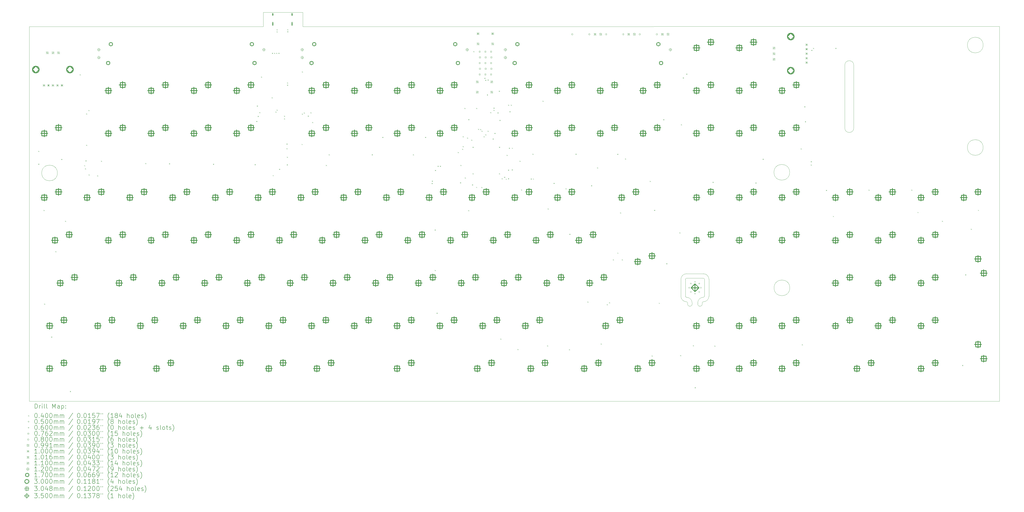
<source format=gbr>
%FSLAX45Y45*%
G04 Gerber Fmt 4.5, Leading zero omitted, Abs format (unit mm)*
G04 Created by KiCad (PCBNEW (6.0.0-rc1-458-g78ff9a857a)) date 2023-01-11 21:37:58*
%MOMM*%
%LPD*%
G01*
G04 APERTURE LIST*
%TA.AperFunction,Profile*%
%ADD10C,0.050000*%
%TD*%
%TA.AperFunction,Profile*%
%ADD11C,0.100000*%
%TD*%
%ADD12C,0.200000*%
%ADD13C,0.040000*%
%ADD14C,0.050000*%
%ADD15C,0.060000*%
%ADD16C,0.076200*%
%ADD17C,0.080000*%
%ADD18C,0.099060*%
%ADD19C,0.100000*%
%ADD20C,0.101600*%
%ADD21C,0.110000*%
%ADD22C,0.120000*%
%ADD23C,0.170000*%
%ADD24C,0.300000*%
%ADD25C,0.304800*%
%ADD26C,0.350000*%
G04 APERTURE END LIST*
D10*
X40047500Y-7947500D02*
X40047500Y-5147500D01*
X32347500Y-14692500D02*
X32347500Y-15442500D01*
X32647500Y-15742500D02*
G75*
G03*
X32597500Y-15692500I-50000J0D01*
G01*
X33297500Y-15742500D02*
X33297500Y-15792500D01*
X32647500Y-15792500D02*
G75*
G03*
X32847500Y-15792500I100000J0D01*
G01*
X32847500Y-15742500D02*
G75*
G03*
X32597500Y-15492500I-250000J0D01*
G01*
X33397500Y-14692500D02*
G75*
G03*
X33347500Y-14642500I-50000J0D01*
G01*
D11*
X15507820Y-3426500D02*
X46540500Y-3424500D01*
X46540500Y-3424500D02*
X46539000Y-20126500D01*
X46539000Y-20126500D02*
X3320900Y-20126500D01*
X3320900Y-20126500D02*
X3320900Y-3426000D01*
X3320900Y-3426000D02*
X13742520Y-3426000D01*
X13742520Y-3426000D02*
X13742520Y-2791000D01*
X13742520Y-2791000D02*
X15507820Y-2791000D01*
X15507820Y-2791000D02*
X15507820Y-3426500D01*
D10*
X32547500Y-15442500D02*
G75*
G03*
X32597500Y-15492500I50000J0D01*
G01*
X33097500Y-15742500D02*
X33097500Y-15792500D01*
X4577500Y-9952500D02*
G75*
G03*
X4577500Y-9952500I-350000J0D01*
G01*
X40047500Y-5147500D02*
G75*
G03*
X39647500Y-5147500I-200000J-1434D01*
G01*
X33347500Y-15492500D02*
G75*
G03*
X33097500Y-15742500I0J-250000D01*
G01*
X33347500Y-15692500D02*
G75*
G03*
X33297500Y-15742500I0J-50000D01*
G01*
X33597500Y-14692500D02*
X33597500Y-15442500D01*
X37197500Y-15072500D02*
G75*
G03*
X37197500Y-15072500I-350000J0D01*
G01*
X33347500Y-14442500D02*
X32597500Y-14442500D01*
X32597500Y-14442500D02*
G75*
G03*
X32347500Y-14692500I0J-250000D01*
G01*
X32547500Y-15442500D02*
X32547500Y-14692500D01*
X45809500Y-8816922D02*
G75*
G03*
X45809500Y-8816922I-350000J0D01*
G01*
X39647500Y-5147500D02*
X39647500Y-7947500D01*
X33347500Y-15692500D02*
G75*
G03*
X33597500Y-15442500I0J250000D01*
G01*
X32647500Y-15792500D02*
X32647500Y-15742500D01*
X32847500Y-15792500D02*
X32847500Y-15742500D01*
X33397500Y-14692500D02*
X33397500Y-15442500D01*
X39647500Y-7947500D02*
G75*
G03*
X40047500Y-7947500I200000J0D01*
G01*
X37192500Y-9922500D02*
G75*
G03*
X37192500Y-9922500I-350000J0D01*
G01*
X32347500Y-15442500D02*
G75*
G03*
X32597500Y-15692500I250000J0D01*
G01*
X33097500Y-15792500D02*
G75*
G03*
X33297500Y-15792500I100000J0D01*
G01*
X32597500Y-14642500D02*
G75*
G03*
X32547500Y-14692500I0J-50000D01*
G01*
X45809878Y-4251500D02*
G75*
G03*
X45809878Y-4251500I-350000J0D01*
G01*
X33347500Y-15492500D02*
G75*
G03*
X33397500Y-15442500I0J50000D01*
G01*
X32597500Y-14642500D02*
X33347500Y-14642500D01*
X33597500Y-14692500D02*
G75*
G03*
X33347500Y-14442500I-250000J0D01*
G01*
D12*
D13*
X3720000Y-8968600D02*
X3760000Y-9008600D01*
X3760000Y-8968600D02*
X3720000Y-9008600D01*
X3720000Y-9540100D02*
X3760000Y-9580100D01*
X3760000Y-9540100D02*
X3720000Y-9580100D01*
X3962500Y-11600500D02*
X4002500Y-11640500D01*
X4002500Y-11600500D02*
X3962500Y-11640500D01*
X3986700Y-15775800D02*
X4026700Y-15815800D01*
X4026700Y-15775800D02*
X3986700Y-15815800D01*
X4301302Y-17243698D02*
X4341302Y-17283698D01*
X4341302Y-17243698D02*
X4301302Y-17283698D01*
X4482000Y-13439000D02*
X4522000Y-13479000D01*
X4522000Y-13439000D02*
X4482000Y-13479000D01*
X4747500Y-9327500D02*
X4787500Y-9367500D01*
X4787500Y-9327500D02*
X4747500Y-9367500D01*
X4915500Y-12081500D02*
X4955500Y-12121500D01*
X4955500Y-12081500D02*
X4915500Y-12121500D01*
X5132200Y-19672200D02*
X5172200Y-19712200D01*
X5172200Y-19672200D02*
X5132200Y-19712200D01*
X5567500Y-5557500D02*
X5607500Y-5597500D01*
X5607500Y-5557500D02*
X5567500Y-5597500D01*
X5767500Y-9607500D02*
X5807500Y-9647500D01*
X5807500Y-9607500D02*
X5767500Y-9647500D01*
X5807500Y-9747500D02*
X5847500Y-9787500D01*
X5847500Y-9747500D02*
X5807500Y-9787500D01*
X5827500Y-9391642D02*
X5867500Y-9431642D01*
X5867500Y-9391642D02*
X5827500Y-9431642D01*
X5857500Y-7302500D02*
X5897500Y-7342500D01*
X5897500Y-7302500D02*
X5857500Y-7342500D01*
X5858600Y-8697500D02*
X5898600Y-8737500D01*
X5898600Y-8697500D02*
X5858600Y-8737500D01*
X5957500Y-7147500D02*
X5997500Y-7187500D01*
X5997500Y-7147500D02*
X5957500Y-7187500D01*
X5967500Y-10017500D02*
X6007500Y-10057500D01*
X6007500Y-10017500D02*
X5967500Y-10057500D01*
X6347500Y-10057500D02*
X6387500Y-10097500D01*
X6387500Y-10057500D02*
X6347500Y-10097500D01*
X6517500Y-9407500D02*
X6557500Y-9447500D01*
X6557500Y-9407500D02*
X6517500Y-9447500D01*
X8487500Y-9507500D02*
X8527500Y-9547500D01*
X8527500Y-9507500D02*
X8487500Y-9547500D01*
X9549300Y-9522500D02*
X9589300Y-9562500D01*
X9589300Y-9522500D02*
X9549300Y-9562500D01*
X11507500Y-9542500D02*
X11547500Y-9582500D01*
X11547500Y-9542500D02*
X11507500Y-9582500D01*
X13362500Y-9562500D02*
X13402500Y-9602500D01*
X13402500Y-9562500D02*
X13362500Y-9602500D01*
X13435500Y-7635100D02*
X13475500Y-7675100D01*
X13475500Y-7635100D02*
X13435500Y-7675100D01*
X13462500Y-6947500D02*
X13502500Y-6987500D01*
X13502500Y-6947500D02*
X13462500Y-6987500D01*
X13498500Y-7410500D02*
X13538500Y-7450500D01*
X13538500Y-7410500D02*
X13498500Y-7450500D01*
X13567500Y-7241500D02*
X13607500Y-7281500D01*
X13607500Y-7241500D02*
X13567500Y-7281500D01*
X13647500Y-5657500D02*
X13687500Y-5697500D01*
X13687500Y-5657500D02*
X13647500Y-5697500D01*
X14117500Y-6577500D02*
X14157500Y-6617500D01*
X14157500Y-6577500D02*
X14117500Y-6617500D01*
X14131460Y-4597260D02*
X14171460Y-4637260D01*
X14171460Y-4597260D02*
X14131460Y-4637260D01*
X14167500Y-10047500D02*
X14207500Y-10087500D01*
X14207500Y-10047500D02*
X14167500Y-10087500D01*
X14227980Y-4597260D02*
X14267980Y-4637260D01*
X14267980Y-4597260D02*
X14227980Y-4637260D01*
X14286400Y-7216000D02*
X14326400Y-7256000D01*
X14326400Y-7216000D02*
X14286400Y-7256000D01*
X14324500Y-4597260D02*
X14364500Y-4637260D01*
X14364500Y-4597260D02*
X14324500Y-4637260D01*
X14337500Y-7127500D02*
X14377500Y-7167500D01*
X14377500Y-7127500D02*
X14337500Y-7167500D01*
X14342280Y-3549680D02*
X14382280Y-3589680D01*
X14382280Y-3549680D02*
X14342280Y-3589680D01*
X14342280Y-3639680D02*
X14382280Y-3679680D01*
X14382280Y-3639680D02*
X14342280Y-3679680D01*
X14421020Y-4597260D02*
X14461020Y-4637260D01*
X14461020Y-4597260D02*
X14421020Y-4637260D01*
X14447500Y-9767500D02*
X14487500Y-9807500D01*
X14487500Y-9767500D02*
X14447500Y-9807500D01*
X14667500Y-7400250D02*
X14707500Y-7440250D01*
X14707500Y-7400250D02*
X14667500Y-7440250D01*
X14667500Y-7517500D02*
X14707500Y-7557500D01*
X14707500Y-7517500D02*
X14667500Y-7557500D01*
X14777500Y-8847500D02*
X14817500Y-8887500D01*
X14817500Y-8847500D02*
X14777500Y-8887500D01*
X14782500Y-8642500D02*
X14822500Y-8682500D01*
X14822500Y-8642500D02*
X14782500Y-8682500D01*
X14792500Y-9567500D02*
X14832500Y-9607500D01*
X14832500Y-9567500D02*
X14792500Y-9607500D01*
X14797500Y-9230750D02*
X14837500Y-9270750D01*
X14837500Y-9230750D02*
X14797500Y-9270750D01*
X14807500Y-5917500D02*
X14847500Y-5957500D01*
X14847500Y-5917500D02*
X14807500Y-5957500D01*
X14807500Y-6017500D02*
X14847500Y-6057500D01*
X14847500Y-6017500D02*
X14807500Y-6057500D01*
X14812180Y-3548960D02*
X14852180Y-3588960D01*
X14852180Y-3548960D02*
X14812180Y-3588960D01*
X14812180Y-3638960D02*
X14852180Y-3678960D01*
X14852180Y-3638960D02*
X14812180Y-3678960D01*
X15452500Y-8657500D02*
X15492500Y-8697500D01*
X15492500Y-8657500D02*
X15452500Y-8697500D01*
X15467500Y-5427500D02*
X15507500Y-5467500D01*
X15507500Y-5427500D02*
X15467500Y-5467500D01*
X15467500Y-7307500D02*
X15507500Y-7347500D01*
X15507500Y-7307500D02*
X15467500Y-7347500D01*
X15552258Y-7254526D02*
X15592258Y-7294526D01*
X15592258Y-7254526D02*
X15552258Y-7294526D01*
X15730500Y-7396500D02*
X15770500Y-7436500D01*
X15770500Y-7396500D02*
X15730500Y-7436500D01*
X15847500Y-7247500D02*
X15887500Y-7287500D01*
X15887500Y-7247500D02*
X15847500Y-7287500D01*
X15923500Y-7681500D02*
X15963500Y-7721500D01*
X15963500Y-7681500D02*
X15923500Y-7721500D01*
X16532500Y-9591450D02*
X16572500Y-9631450D01*
X16572500Y-9591450D02*
X16532500Y-9631450D01*
X16660500Y-9120500D02*
X16700500Y-9160500D01*
X16700500Y-9120500D02*
X16660500Y-9160500D01*
X18577500Y-9121500D02*
X18617500Y-9161500D01*
X18617500Y-9121500D02*
X18577500Y-9161500D01*
X19048900Y-8346300D02*
X19088900Y-8386300D01*
X19088900Y-8346300D02*
X19048900Y-8386300D01*
X20409500Y-9119500D02*
X20449500Y-9159500D01*
X20449500Y-9119500D02*
X20409500Y-9159500D01*
X20953900Y-8346300D02*
X20993900Y-8386300D01*
X20993900Y-8346300D02*
X20953900Y-8386300D01*
X21245500Y-10396624D02*
X21285500Y-10436624D01*
X21285500Y-10396624D02*
X21245500Y-10436624D01*
X21252199Y-10296898D02*
X21292199Y-10336898D01*
X21292199Y-10296898D02*
X21252199Y-10336898D01*
X21380500Y-12475500D02*
X21420500Y-12515500D01*
X21420500Y-12475500D02*
X21380500Y-12515500D01*
X21384477Y-14277200D02*
X21424477Y-14317200D01*
X21424477Y-14277200D02*
X21384477Y-14317200D01*
X21392500Y-9817550D02*
X21432500Y-9857550D01*
X21432500Y-9817550D02*
X21392500Y-9857550D01*
X21464340Y-16182300D02*
X21504340Y-16222300D01*
X21504340Y-16182300D02*
X21464340Y-16222300D01*
X21512500Y-9631402D02*
X21552500Y-9671402D01*
X21552500Y-9631402D02*
X21512500Y-9671402D01*
X21612500Y-9631403D02*
X21652500Y-9671403D01*
X21652500Y-9631403D02*
X21612500Y-9671403D01*
X22406500Y-9018500D02*
X22446500Y-9058500D01*
X22446500Y-9018500D02*
X22406500Y-9058500D01*
X22509650Y-10368067D02*
X22549650Y-10408067D01*
X22549650Y-10368067D02*
X22509650Y-10408067D01*
X22525219Y-9592500D02*
X22565219Y-9632500D01*
X22565219Y-9592500D02*
X22525219Y-9632500D01*
X22602500Y-8872500D02*
X22642500Y-8912500D01*
X22642500Y-8872500D02*
X22602500Y-8912500D01*
X22630122Y-8754878D02*
X22670122Y-8794878D01*
X22670122Y-8754878D02*
X22630122Y-8794878D01*
X22630300Y-8314650D02*
X22670300Y-8354650D01*
X22670300Y-8314650D02*
X22630300Y-8354650D01*
X22707500Y-7052500D02*
X22747500Y-7092500D01*
X22747500Y-7052500D02*
X22707500Y-7092500D01*
X22722046Y-10152546D02*
X22762046Y-10192546D01*
X22762046Y-10152546D02*
X22722046Y-10192546D01*
X22822500Y-8377500D02*
X22862500Y-8417500D01*
X22862500Y-8377500D02*
X22822500Y-8417500D01*
X22871600Y-11610200D02*
X22911600Y-11650200D01*
X22911600Y-11610200D02*
X22871600Y-11650200D01*
X22877500Y-7552500D02*
X22917500Y-7592500D01*
X22917500Y-7552500D02*
X22877500Y-7592500D01*
X23007838Y-8467162D02*
X23047838Y-8507162D01*
X23047838Y-8467162D02*
X23007838Y-8507162D01*
X23042500Y-10462500D02*
X23082500Y-10502500D01*
X23082500Y-10462500D02*
X23042500Y-10502500D01*
X23071500Y-8785500D02*
X23111500Y-8825500D01*
X23111500Y-8785500D02*
X23071500Y-8825500D01*
X23071500Y-9964500D02*
X23111500Y-10004500D01*
X23111500Y-9964500D02*
X23071500Y-10004500D01*
X23102450Y-4521060D02*
X23142450Y-4561060D01*
X23142450Y-4521060D02*
X23102450Y-4561060D01*
X23225500Y-10571500D02*
X23265500Y-10611500D01*
X23265500Y-10571500D02*
X23225500Y-10611500D01*
X23227500Y-7052500D02*
X23267500Y-7092500D01*
X23267500Y-7052500D02*
X23227500Y-7092500D01*
X23312500Y-7987625D02*
X23352500Y-8027625D01*
X23352500Y-7987625D02*
X23312500Y-8027625D01*
X23408038Y-7996962D02*
X23448038Y-8036962D01*
X23448038Y-7996962D02*
X23408038Y-8036962D01*
X23457500Y-10575150D02*
X23497500Y-10615150D01*
X23497500Y-10575150D02*
X23457500Y-10615150D01*
X23467500Y-8072500D02*
X23507500Y-8112500D01*
X23507500Y-8072500D02*
X23467500Y-8112500D01*
X23562500Y-8317500D02*
X23602500Y-8357500D01*
X23602500Y-8317500D02*
X23562500Y-8357500D01*
X23592820Y-5712180D02*
X23632820Y-5752180D01*
X23632820Y-5712180D02*
X23592820Y-5752180D01*
X23631060Y-5802550D02*
X23671060Y-5842550D01*
X23671060Y-5802550D02*
X23631060Y-5842550D01*
X23637500Y-8232500D02*
X23677500Y-8272500D01*
X23677500Y-8232500D02*
X23637500Y-8272500D01*
X23707500Y-6452500D02*
X23747500Y-6492500D01*
X23747500Y-6452500D02*
X23707500Y-6492500D01*
X23737500Y-8067500D02*
X23777500Y-8107500D01*
X23777500Y-8067500D02*
X23737500Y-8107500D01*
X23740342Y-5788582D02*
X23780342Y-5828582D01*
X23780342Y-5788582D02*
X23740342Y-5828582D01*
X23857500Y-7242500D02*
X23897500Y-7282500D01*
X23897500Y-7242500D02*
X23857500Y-7282500D01*
X23961500Y-8417500D02*
X24001500Y-8457500D01*
X24001500Y-8417500D02*
X23961500Y-8457500D01*
X24002500Y-7042500D02*
X24042500Y-7082500D01*
X24042500Y-7042500D02*
X24002500Y-7082500D01*
X24002500Y-7137500D02*
X24042500Y-7177500D01*
X24042500Y-7137500D02*
X24002500Y-7177500D01*
X24040000Y-8168500D02*
X24080000Y-8208500D01*
X24080000Y-8168500D02*
X24040000Y-8208500D01*
X24179700Y-7254100D02*
X24219700Y-7294100D01*
X24219700Y-7254100D02*
X24179700Y-7294100D01*
X24237500Y-6287500D02*
X24277500Y-6327500D01*
X24277500Y-6287500D02*
X24237500Y-6327500D01*
X24248500Y-8785500D02*
X24288500Y-8825500D01*
X24288500Y-8785500D02*
X24248500Y-8825500D01*
X24248500Y-9964500D02*
X24288500Y-10004500D01*
X24288500Y-9964500D02*
X24248500Y-10004500D01*
X24267500Y-7587500D02*
X24307500Y-7627500D01*
X24307500Y-7587500D02*
X24267500Y-7627500D01*
X24304500Y-17331500D02*
X24344500Y-17371500D01*
X24344500Y-17331500D02*
X24304500Y-17371500D01*
X24367500Y-10187500D02*
X24407500Y-10227500D01*
X24407500Y-10187500D02*
X24367500Y-10227500D01*
X24477502Y-10124336D02*
X24517502Y-10164336D01*
X24517502Y-10124336D02*
X24477502Y-10164336D01*
X24547500Y-10207500D02*
X24587500Y-10247500D01*
X24587500Y-10207500D02*
X24547500Y-10247500D01*
X24587500Y-9147500D02*
X24627500Y-9187500D01*
X24627500Y-9147500D02*
X24587500Y-9187500D01*
X24647500Y-9807500D02*
X24687500Y-9847500D01*
X24687500Y-9807500D02*
X24647500Y-9847500D01*
X24647500Y-10187500D02*
X24687500Y-10227500D01*
X24687500Y-10187500D02*
X24647500Y-10227500D01*
X24652500Y-6912500D02*
X24692500Y-6952500D01*
X24692500Y-6912500D02*
X24652500Y-6952500D01*
X24687700Y-8828900D02*
X24727700Y-8868900D01*
X24727700Y-8828900D02*
X24687700Y-8868900D01*
X24713100Y-7203300D02*
X24753100Y-7243300D01*
X24753100Y-7203300D02*
X24713100Y-7243300D01*
X24772500Y-6912500D02*
X24812500Y-6952500D01*
X24812500Y-6912500D02*
X24772500Y-6952500D01*
X24814700Y-9794100D02*
X24854700Y-9834100D01*
X24854700Y-9794100D02*
X24814700Y-9834100D01*
X24817598Y-8827500D02*
X24857598Y-8867500D01*
X24857598Y-8827500D02*
X24817598Y-8867500D01*
X25067500Y-17799500D02*
X25107500Y-17839500D01*
X25107500Y-17799500D02*
X25067500Y-17839500D01*
X25157550Y-9405050D02*
X25197550Y-9445050D01*
X25197550Y-9405050D02*
X25157550Y-9445050D01*
X25228720Y-10685640D02*
X25268720Y-10725640D01*
X25268720Y-10685640D02*
X25228720Y-10725640D01*
X25658500Y-10199500D02*
X25698500Y-10239500D01*
X25698500Y-10199500D02*
X25658500Y-10239500D01*
X25737500Y-9093500D02*
X25777500Y-9133500D01*
X25777500Y-9093500D02*
X25737500Y-9133500D01*
X25757500Y-10199500D02*
X25797500Y-10239500D01*
X25797500Y-10199500D02*
X25757500Y-10239500D01*
X26186300Y-6733400D02*
X26226300Y-6773400D01*
X26226300Y-6733400D02*
X26186300Y-6773400D01*
X26386500Y-17634500D02*
X26426500Y-17674500D01*
X26426500Y-17634500D02*
X26386500Y-17674500D01*
X26414900Y-11534000D02*
X26454900Y-11574000D01*
X26454900Y-11534000D02*
X26414900Y-11574000D01*
X26675000Y-10394000D02*
X26715000Y-10434000D01*
X26715000Y-10394000D02*
X26675000Y-10434000D01*
X27209920Y-10633470D02*
X27249920Y-10673470D01*
X27249920Y-10633470D02*
X27209920Y-10673470D01*
X27362500Y-17807500D02*
X27402500Y-17847500D01*
X27402500Y-17807500D02*
X27362500Y-17847500D01*
X27380100Y-12664300D02*
X27420100Y-12704300D01*
X27420100Y-12664300D02*
X27380100Y-12704300D01*
X27653500Y-9092500D02*
X27693500Y-9132500D01*
X27693500Y-9092500D02*
X27653500Y-9132500D01*
X28180500Y-15681500D02*
X28220500Y-15721500D01*
X28220500Y-15681500D02*
X28180500Y-15721500D01*
X28347500Y-10497500D02*
X28387500Y-10537500D01*
X28387500Y-10497500D02*
X28347500Y-10537500D01*
X28612000Y-9705200D02*
X28652000Y-9745200D01*
X28652000Y-9705200D02*
X28612000Y-9745200D01*
X28777100Y-17553800D02*
X28817100Y-17593800D01*
X28817100Y-17553800D02*
X28777100Y-17593800D01*
X29047500Y-15797500D02*
X29087500Y-15837500D01*
X29087500Y-15797500D02*
X29047500Y-15837500D01*
X29145500Y-15712500D02*
X29185500Y-15752500D01*
X29185500Y-15712500D02*
X29145500Y-15752500D01*
X29316500Y-13801500D02*
X29356500Y-13841500D01*
X29356500Y-13801500D02*
X29316500Y-13841500D01*
X29509500Y-9098500D02*
X29549500Y-9138500D01*
X29549500Y-9098500D02*
X29509500Y-9138500D01*
X29516500Y-13501500D02*
X29556500Y-13541500D01*
X29556500Y-13501500D02*
X29516500Y-13541500D01*
X29640700Y-11711800D02*
X29680700Y-11751800D01*
X29680700Y-11711800D02*
X29640700Y-11751800D01*
X29716500Y-13801500D02*
X29756500Y-13841500D01*
X29756500Y-13801500D02*
X29716500Y-13841500D01*
X29857500Y-9307500D02*
X29897500Y-9347500D01*
X29897500Y-9307500D02*
X29857500Y-9347500D01*
X30957500Y-10307500D02*
X30997500Y-10347500D01*
X30997500Y-10307500D02*
X30957500Y-10347500D01*
X31044500Y-18088500D02*
X31084500Y-18128500D01*
X31084500Y-18088500D02*
X31044500Y-18128500D01*
X31152000Y-11597500D02*
X31192000Y-11637500D01*
X31192000Y-11597500D02*
X31152000Y-11637500D01*
X31362500Y-15737500D02*
X31402500Y-15777500D01*
X31402500Y-15737500D02*
X31362500Y-15777500D01*
X31558300Y-7559000D02*
X31598300Y-7599000D01*
X31598300Y-7559000D02*
X31558300Y-7599000D01*
X31695500Y-13974500D02*
X31735500Y-14014500D01*
X31735500Y-13974500D02*
X31695500Y-14014500D01*
X32282300Y-12600800D02*
X32322300Y-12640800D01*
X32322300Y-12600800D02*
X32282300Y-12640800D01*
X32313500Y-18067500D02*
X32353500Y-18107500D01*
X32353500Y-18067500D02*
X32313500Y-18107500D01*
X32348340Y-7784960D02*
X32388340Y-7824960D01*
X32388340Y-7784960D02*
X32348340Y-7824960D01*
X32434700Y-5694540D02*
X32474700Y-5734540D01*
X32474700Y-5694540D02*
X32434700Y-5734540D01*
X32587100Y-5526900D02*
X32627100Y-5566900D01*
X32627100Y-5526900D02*
X32587100Y-5566900D01*
X32882500Y-17627500D02*
X32922500Y-17667500D01*
X32922500Y-17627500D02*
X32882500Y-17667500D01*
X32962750Y-19499250D02*
X33002750Y-19539250D01*
X33002750Y-19499250D02*
X32962750Y-19539250D01*
X33757500Y-10347500D02*
X33797500Y-10387500D01*
X33797500Y-10347500D02*
X33757500Y-10387500D01*
X33837500Y-17647500D02*
X33877500Y-17687500D01*
X33877500Y-17647500D02*
X33837500Y-17687500D01*
X35667500Y-10377500D02*
X35707500Y-10417500D01*
X35707500Y-10377500D02*
X35667500Y-10417500D01*
X35986887Y-9319887D02*
X36026887Y-9359887D01*
X36026887Y-9319887D02*
X35986887Y-9359887D01*
X37681500Y-8858500D02*
X37721500Y-8898500D01*
X37721500Y-8858500D02*
X37681500Y-8898500D01*
X37732500Y-17587500D02*
X37772500Y-17627500D01*
X37772500Y-17587500D02*
X37732500Y-17627500D01*
X37843500Y-6982500D02*
X37883500Y-7022500D01*
X37883500Y-6982500D02*
X37843500Y-7022500D01*
X37872500Y-7646500D02*
X37912500Y-7686500D01*
X37912500Y-7646500D02*
X37872500Y-7686500D01*
X38129500Y-9429500D02*
X38169500Y-9469500D01*
X38169500Y-9429500D02*
X38129500Y-9469500D01*
X38129500Y-9574500D02*
X38169500Y-9614500D01*
X38169500Y-9574500D02*
X38129500Y-9614500D01*
X38157500Y-4467500D02*
X38197500Y-4507500D01*
X38197500Y-4467500D02*
X38157500Y-4507500D01*
X38232500Y-4377500D02*
X38272500Y-4417500D01*
X38272500Y-4377500D02*
X38232500Y-4417500D01*
X38810100Y-10708500D02*
X38850100Y-10748500D01*
X38850100Y-10708500D02*
X38810100Y-10748500D01*
X39117500Y-11867500D02*
X39157500Y-11907500D01*
X39157500Y-11867500D02*
X39117500Y-11907500D01*
X39227500Y-4377500D02*
X39267500Y-4417500D01*
X39267500Y-4377500D02*
X39227500Y-4417500D01*
X40704840Y-10693360D02*
X40744840Y-10733360D01*
X40744840Y-10693360D02*
X40704840Y-10733360D01*
X42609840Y-10693360D02*
X42649840Y-10733360D01*
X42649840Y-10693360D02*
X42609840Y-10733360D01*
X42886500Y-11690500D02*
X42926500Y-11730500D01*
X42926500Y-11690500D02*
X42886500Y-11730500D01*
X43973500Y-12081500D02*
X44013500Y-12121500D01*
X44013500Y-12081500D02*
X43973500Y-12121500D01*
X44875500Y-18510500D02*
X44915500Y-18550500D01*
X44915500Y-18510500D02*
X44875500Y-18550500D01*
X45010500Y-14468500D02*
X45050500Y-14508500D01*
X45050500Y-14468500D02*
X45010500Y-14508500D01*
X45259500Y-12440500D02*
X45299500Y-12480500D01*
X45299500Y-12440500D02*
X45259500Y-12480500D01*
X45577500Y-11597500D02*
X45617500Y-11637500D01*
X45617500Y-11597500D02*
X45577500Y-11637500D01*
D14*
X32740000Y-15067500D02*
G75*
G03*
X32740000Y-15067500I-25000J0D01*
G01*
X32816884Y-14881884D02*
G75*
G03*
X32816884Y-14881884I-25000J0D01*
G01*
X32816884Y-15253115D02*
G75*
G03*
X32816884Y-15253115I-25000J0D01*
G01*
X33002500Y-14805000D02*
G75*
G03*
X33002500Y-14805000I-25000J0D01*
G01*
X33002500Y-15330000D02*
G75*
G03*
X33002500Y-15330000I-25000J0D01*
G01*
X33188115Y-14881884D02*
G75*
G03*
X33188115Y-14881884I-25000J0D01*
G01*
X33188115Y-15253115D02*
G75*
G03*
X33188115Y-15253115I-25000J0D01*
G01*
X33265000Y-15067500D02*
G75*
G03*
X33265000Y-15067500I-25000J0D01*
G01*
D15*
X14168500Y-2857250D02*
X14168500Y-2917250D01*
X14138500Y-2887250D02*
X14198500Y-2887250D01*
D12*
X14148500Y-2857250D02*
X14148500Y-2917250D01*
X14188500Y-2857250D02*
X14188500Y-2917250D01*
X14148500Y-2917250D02*
G75*
G03*
X14188500Y-2917250I20000J0D01*
G01*
X14188500Y-2857250D02*
G75*
G03*
X14148500Y-2857250I-20000J0D01*
G01*
D15*
X14168500Y-3277250D02*
X14168500Y-3337250D01*
X14138500Y-3307250D02*
X14198500Y-3307250D01*
D12*
X14148500Y-3252250D02*
X14148500Y-3362250D01*
X14188500Y-3252250D02*
X14188500Y-3362250D01*
X14148500Y-3362250D02*
G75*
G03*
X14188500Y-3362250I20000J0D01*
G01*
X14188500Y-3252250D02*
G75*
G03*
X14148500Y-3252250I-20000J0D01*
G01*
D15*
X15028500Y-2857250D02*
X15028500Y-2917250D01*
X14998500Y-2887250D02*
X15058500Y-2887250D01*
D12*
X15008500Y-2857250D02*
X15008500Y-2917250D01*
X15048500Y-2857250D02*
X15048500Y-2917250D01*
X15008500Y-2917250D02*
G75*
G03*
X15048500Y-2917250I20000J0D01*
G01*
X15048500Y-2857250D02*
G75*
G03*
X15008500Y-2857250I-20000J0D01*
G01*
D15*
X15028500Y-3277250D02*
X15028500Y-3337250D01*
X14998500Y-3307250D02*
X15058500Y-3307250D01*
D12*
X15008500Y-3252250D02*
X15008500Y-3362250D01*
X15048500Y-3252250D02*
X15048500Y-3362250D01*
X15008500Y-3362250D02*
G75*
G03*
X15048500Y-3362250I20000J0D01*
G01*
X15048500Y-3252250D02*
G75*
G03*
X15008500Y-3252250I-20000J0D01*
G01*
D16*
X23407891Y-4568001D02*
X23407891Y-4514119D01*
X23354009Y-4514119D01*
X23354009Y-4568001D01*
X23407891Y-4568001D01*
X23407891Y-5076001D02*
X23407891Y-5022119D01*
X23354009Y-5022119D01*
X23354009Y-5076001D01*
X23407891Y-5076001D01*
X23407891Y-5584001D02*
X23407891Y-5530119D01*
X23354009Y-5530119D01*
X23354009Y-5584001D01*
X23407891Y-5584001D01*
X23420591Y-4822001D02*
X23420591Y-4768119D01*
X23366709Y-4768119D01*
X23366709Y-4822001D01*
X23420591Y-4822001D01*
X23420591Y-5330001D02*
X23420591Y-5276119D01*
X23366709Y-5276119D01*
X23366709Y-5330001D01*
X23420591Y-5330001D01*
X23661491Y-4568001D02*
X23661491Y-4514119D01*
X23607609Y-4514119D01*
X23607609Y-4568001D01*
X23661491Y-4568001D01*
X23661491Y-5076001D02*
X23661491Y-5022119D01*
X23607609Y-5022119D01*
X23607609Y-5076001D01*
X23661491Y-5076001D01*
X23661491Y-5584001D02*
X23661491Y-5530119D01*
X23607609Y-5530119D01*
X23607609Y-5584001D01*
X23661491Y-5584001D01*
X23674191Y-4822001D02*
X23674191Y-4768119D01*
X23620309Y-4768119D01*
X23620309Y-4822001D01*
X23674191Y-4822001D01*
X23674191Y-5330001D02*
X23674191Y-5276119D01*
X23620309Y-5276119D01*
X23620309Y-5330001D01*
X23674191Y-5330001D01*
X23915491Y-4568001D02*
X23915491Y-4514119D01*
X23861609Y-4514119D01*
X23861609Y-4568001D01*
X23915491Y-4568001D01*
X23915491Y-5076001D02*
X23915491Y-5022119D01*
X23861609Y-5022119D01*
X23861609Y-5076001D01*
X23915491Y-5076001D01*
X23915491Y-5584001D02*
X23915491Y-5530119D01*
X23861609Y-5530119D01*
X23861609Y-5584001D01*
X23915491Y-5584001D01*
X23928191Y-4822001D02*
X23928191Y-4768119D01*
X23874309Y-4768119D01*
X23874309Y-4822001D01*
X23928191Y-4822001D01*
X23928191Y-5330001D02*
X23928191Y-5276119D01*
X23874309Y-5276119D01*
X23874309Y-5330001D01*
X23928191Y-5330001D01*
D17*
X27507500Y-3807500D02*
X27547500Y-3767500D01*
X27507500Y-3727500D01*
X27467500Y-3767500D01*
X27507500Y-3807500D01*
X28269500Y-3807500D02*
X28309500Y-3767500D01*
X28269500Y-3727500D01*
X28229500Y-3767500D01*
X28269500Y-3807500D01*
X29007500Y-3807500D02*
X29047500Y-3767500D01*
X29007500Y-3727500D01*
X28967500Y-3767500D01*
X29007500Y-3807500D01*
X29769500Y-3807500D02*
X29809500Y-3767500D01*
X29769500Y-3727500D01*
X29729500Y-3767500D01*
X29769500Y-3807500D01*
X30507500Y-3807500D02*
X30547500Y-3767500D01*
X30507500Y-3727500D01*
X30467500Y-3767500D01*
X30507500Y-3807500D01*
X31269500Y-3807500D02*
X31309500Y-3767500D01*
X31269500Y-3727500D01*
X31229500Y-3767500D01*
X31269500Y-3807500D01*
D18*
X28724970Y-3717970D02*
X28824030Y-3817030D01*
X28824030Y-3717970D02*
X28724970Y-3817030D01*
X28824030Y-3767500D02*
G75*
G03*
X28824030Y-3767500I-49530J0D01*
G01*
X30224970Y-3717970D02*
X30324030Y-3817030D01*
X30324030Y-3717970D02*
X30224970Y-3817030D01*
X30324030Y-3767500D02*
G75*
G03*
X30324030Y-3767500I-49530J0D01*
G01*
X31724970Y-3717970D02*
X31824030Y-3817030D01*
X31824030Y-3717970D02*
X31724970Y-3817030D01*
X31824030Y-3767500D02*
G75*
G03*
X31824030Y-3767500I-49530J0D01*
G01*
D19*
X3925000Y-5993300D02*
X4025000Y-6093300D01*
X4025000Y-5993300D02*
X3925000Y-6093300D01*
X3975000Y-5993300D02*
X3975000Y-6093300D01*
X3925000Y-6043300D02*
X4025000Y-6043300D01*
X4125000Y-5993300D02*
X4225000Y-6093300D01*
X4225000Y-5993300D02*
X4125000Y-6093300D01*
X4175000Y-5993300D02*
X4175000Y-6093300D01*
X4125000Y-6043300D02*
X4225000Y-6043300D01*
X4325000Y-5993300D02*
X4425000Y-6093300D01*
X4425000Y-5993300D02*
X4325000Y-6093300D01*
X4375000Y-5993300D02*
X4375000Y-6093300D01*
X4325000Y-6043300D02*
X4425000Y-6043300D01*
X4525000Y-5993300D02*
X4625000Y-6093300D01*
X4625000Y-5993300D02*
X4525000Y-6093300D01*
X4575000Y-5993300D02*
X4575000Y-6093300D01*
X4525000Y-6043300D02*
X4625000Y-6043300D01*
X4725000Y-5993300D02*
X4825000Y-6093300D01*
X4825000Y-5993300D02*
X4725000Y-6093300D01*
X4775000Y-5993300D02*
X4775000Y-6093300D01*
X4725000Y-6043300D02*
X4825000Y-6043300D01*
X37892200Y-4182500D02*
X37992200Y-4282500D01*
X37992200Y-4182500D02*
X37892200Y-4282500D01*
X37942200Y-4182500D02*
X37942200Y-4282500D01*
X37892200Y-4232500D02*
X37992200Y-4232500D01*
X37892200Y-4382500D02*
X37992200Y-4482500D01*
X37992200Y-4382500D02*
X37892200Y-4482500D01*
X37942200Y-4382500D02*
X37942200Y-4482500D01*
X37892200Y-4432500D02*
X37992200Y-4432500D01*
X37892200Y-4582500D02*
X37992200Y-4682500D01*
X37992200Y-4582500D02*
X37892200Y-4682500D01*
X37942200Y-4582500D02*
X37942200Y-4682500D01*
X37892200Y-4632500D02*
X37992200Y-4632500D01*
X37892200Y-4782500D02*
X37992200Y-4882500D01*
X37992200Y-4782500D02*
X37892200Y-4882500D01*
X37942200Y-4782500D02*
X37942200Y-4882500D01*
X37892200Y-4832500D02*
X37992200Y-4832500D01*
X37892200Y-4982500D02*
X37992200Y-5082500D01*
X37992200Y-4982500D02*
X37892200Y-5082500D01*
X37942200Y-4982500D02*
X37942200Y-5082500D01*
X37892200Y-5032500D02*
X37992200Y-5032500D01*
D20*
X28469700Y-3716700D02*
X28571300Y-3818300D01*
X28571300Y-3716700D02*
X28469700Y-3818300D01*
X28556421Y-3803421D02*
X28556421Y-3731579D01*
X28484579Y-3731579D01*
X28484579Y-3803421D01*
X28556421Y-3803421D01*
X29969700Y-3716700D02*
X30071300Y-3818300D01*
X30071300Y-3716700D02*
X29969700Y-3818300D01*
X30056421Y-3803421D02*
X30056421Y-3731579D01*
X29984579Y-3731579D01*
X29984579Y-3803421D01*
X30056421Y-3803421D01*
X31469700Y-3716700D02*
X31571300Y-3818300D01*
X31571300Y-3716700D02*
X31469700Y-3818300D01*
X31556421Y-3803421D02*
X31556421Y-3731579D01*
X31484579Y-3731579D01*
X31484579Y-3803421D01*
X31556421Y-3803421D01*
D21*
X4070000Y-4538300D02*
X4180000Y-4648300D01*
X4180000Y-4538300D02*
X4070000Y-4648300D01*
X4125000Y-4648300D02*
X4180000Y-4593300D01*
X4125000Y-4538300D01*
X4070000Y-4593300D01*
X4125000Y-4648300D01*
X4320000Y-4538300D02*
X4430000Y-4648300D01*
X4430000Y-4538300D02*
X4320000Y-4648300D01*
X4375000Y-4648300D02*
X4430000Y-4593300D01*
X4375000Y-4538300D01*
X4320000Y-4593300D01*
X4375000Y-4648300D01*
X4570000Y-4538300D02*
X4680000Y-4648300D01*
X4680000Y-4538300D02*
X4570000Y-4648300D01*
X4625000Y-4648300D02*
X4680000Y-4593300D01*
X4625000Y-4538300D01*
X4570000Y-4593300D01*
X4625000Y-4648300D01*
X23217500Y-5837500D02*
X23327500Y-5947500D01*
X23327500Y-5837500D02*
X23217500Y-5947500D01*
X23272500Y-5947500D02*
X23327500Y-5892500D01*
X23272500Y-5837500D01*
X23217500Y-5892500D01*
X23272500Y-5947500D01*
X23217500Y-6287500D02*
X23327500Y-6397500D01*
X23327500Y-6287500D02*
X23217500Y-6397500D01*
X23272500Y-6397500D02*
X23327500Y-6342500D01*
X23272500Y-6287500D01*
X23217500Y-6342500D01*
X23272500Y-6397500D01*
X23257500Y-3687500D02*
X23367500Y-3797500D01*
X23367500Y-3687500D02*
X23257500Y-3797500D01*
X23312500Y-3797500D02*
X23367500Y-3742500D01*
X23312500Y-3687500D01*
X23257500Y-3742500D01*
X23312500Y-3797500D01*
X23257500Y-4137500D02*
X23367500Y-4247500D01*
X23367500Y-4137500D02*
X23257500Y-4247500D01*
X23312500Y-4247500D02*
X23367500Y-4192500D01*
X23312500Y-4137500D01*
X23257500Y-4192500D01*
X23312500Y-4247500D01*
X23867500Y-5837500D02*
X23977500Y-5947500D01*
X23977500Y-5837500D02*
X23867500Y-5947500D01*
X23922500Y-5947500D02*
X23977500Y-5892500D01*
X23922500Y-5837500D01*
X23867500Y-5892500D01*
X23922500Y-5947500D01*
X23867500Y-6287500D02*
X23977500Y-6397500D01*
X23977500Y-6287500D02*
X23867500Y-6397500D01*
X23922500Y-6397500D02*
X23977500Y-6342500D01*
X23922500Y-6287500D01*
X23867500Y-6342500D01*
X23922500Y-6397500D01*
X23907500Y-3687500D02*
X24017500Y-3797500D01*
X24017500Y-3687500D02*
X23907500Y-3797500D01*
X23962500Y-3797500D02*
X24017500Y-3742500D01*
X23962500Y-3687500D01*
X23907500Y-3742500D01*
X23962500Y-3797500D01*
X23907500Y-4137500D02*
X24017500Y-4247500D01*
X24017500Y-4137500D02*
X23907500Y-4247500D01*
X23962500Y-4247500D02*
X24017500Y-4192500D01*
X23962500Y-4137500D01*
X23907500Y-4192500D01*
X23962500Y-4247500D01*
X36437200Y-4327500D02*
X36547200Y-4437500D01*
X36547200Y-4327500D02*
X36437200Y-4437500D01*
X36492200Y-4437500D02*
X36547200Y-4382500D01*
X36492200Y-4327500D01*
X36437200Y-4382500D01*
X36492200Y-4437500D01*
X36437200Y-4577500D02*
X36547200Y-4687500D01*
X36547200Y-4577500D02*
X36437200Y-4687500D01*
X36492200Y-4687500D02*
X36547200Y-4632500D01*
X36492200Y-4577500D01*
X36437200Y-4632500D01*
X36492200Y-4687500D01*
X36437200Y-4827500D02*
X36547200Y-4937500D01*
X36547200Y-4827500D02*
X36437200Y-4937500D01*
X36492200Y-4937500D02*
X36547200Y-4882500D01*
X36492200Y-4827500D01*
X36437200Y-4882500D01*
X36492200Y-4937500D01*
D22*
X6422125Y-4397500D02*
X6422125Y-4517500D01*
X6362125Y-4457500D02*
X6482125Y-4457500D01*
X6482125Y-4457500D02*
G75*
G03*
X6482125Y-4457500I-60000J0D01*
G01*
X6422125Y-4747500D02*
X6422125Y-4867500D01*
X6362125Y-4807500D02*
X6482125Y-4807500D01*
X6482125Y-4807500D02*
G75*
G03*
X6482125Y-4807500I-60000J0D01*
G01*
X13772125Y-4397500D02*
X13772125Y-4517500D01*
X13712125Y-4457500D02*
X13832125Y-4457500D01*
X13832125Y-4457500D02*
G75*
G03*
X13832125Y-4457500I-60000J0D01*
G01*
X15480400Y-4397500D02*
X15480400Y-4517500D01*
X15420400Y-4457500D02*
X15540400Y-4457500D01*
X15540400Y-4457500D02*
G75*
G03*
X15540400Y-4457500I-60000J0D01*
G01*
X15480400Y-4747500D02*
X15480400Y-4867500D01*
X15420400Y-4807500D02*
X15540400Y-4807500D01*
X15540400Y-4807500D02*
G75*
G03*
X15540400Y-4807500I-60000J0D01*
G01*
X22830400Y-4397500D02*
X22830400Y-4517500D01*
X22770400Y-4457500D02*
X22890400Y-4457500D01*
X22890400Y-4457500D02*
G75*
G03*
X22890400Y-4457500I-60000J0D01*
G01*
X24529150Y-4397500D02*
X24529150Y-4517500D01*
X24469150Y-4457500D02*
X24589150Y-4457500D01*
X24589150Y-4457500D02*
G75*
G03*
X24589150Y-4457500I-60000J0D01*
G01*
X24529150Y-4747500D02*
X24529150Y-4867500D01*
X24469150Y-4807500D02*
X24589150Y-4807500D01*
X24589150Y-4807500D02*
G75*
G03*
X24589150Y-4807500I-60000J0D01*
G01*
X31879150Y-4397500D02*
X31879150Y-4517500D01*
X31819150Y-4457500D02*
X31939150Y-4457500D01*
X31939150Y-4457500D02*
G75*
G03*
X31939150Y-4457500I-60000J0D01*
G01*
D23*
X6897230Y-5112605D02*
X6897230Y-4992395D01*
X6777020Y-4992395D01*
X6777020Y-5112605D01*
X6897230Y-5112605D01*
X6922125Y-5052500D02*
G75*
G03*
X6922125Y-5052500I-85000J0D01*
G01*
X7017230Y-4272605D02*
X7017230Y-4152395D01*
X6897020Y-4152395D01*
X6897020Y-4272605D01*
X7017230Y-4272605D01*
X7042125Y-4212500D02*
G75*
G03*
X7042125Y-4212500I-85000J0D01*
G01*
X13297230Y-4272605D02*
X13297230Y-4152395D01*
X13177020Y-4152395D01*
X13177020Y-4272605D01*
X13297230Y-4272605D01*
X13322125Y-4212500D02*
G75*
G03*
X13322125Y-4212500I-85000J0D01*
G01*
X13417230Y-5112605D02*
X13417230Y-4992395D01*
X13297020Y-4992395D01*
X13297020Y-5112605D01*
X13417230Y-5112605D01*
X13442125Y-5052500D02*
G75*
G03*
X13442125Y-5052500I-85000J0D01*
G01*
X15955505Y-5112605D02*
X15955505Y-4992395D01*
X15835295Y-4992395D01*
X15835295Y-5112605D01*
X15955505Y-5112605D01*
X15980400Y-5052500D02*
G75*
G03*
X15980400Y-5052500I-85000J0D01*
G01*
X16075505Y-4272605D02*
X16075505Y-4152395D01*
X15955295Y-4152395D01*
X15955295Y-4272605D01*
X16075505Y-4272605D01*
X16100400Y-4212500D02*
G75*
G03*
X16100400Y-4212500I-85000J0D01*
G01*
X22355505Y-4272605D02*
X22355505Y-4152395D01*
X22235295Y-4152395D01*
X22235295Y-4272605D01*
X22355505Y-4272605D01*
X22380400Y-4212500D02*
G75*
G03*
X22380400Y-4212500I-85000J0D01*
G01*
X22475505Y-5112605D02*
X22475505Y-4992395D01*
X22355295Y-4992395D01*
X22355295Y-5112605D01*
X22475505Y-5112605D01*
X22500400Y-5052500D02*
G75*
G03*
X22500400Y-5052500I-85000J0D01*
G01*
X25004255Y-5112605D02*
X25004255Y-4992395D01*
X24884045Y-4992395D01*
X24884045Y-5112605D01*
X25004255Y-5112605D01*
X25029150Y-5052500D02*
G75*
G03*
X25029150Y-5052500I-85000J0D01*
G01*
X25124255Y-4272605D02*
X25124255Y-4152395D01*
X25004045Y-4152395D01*
X25004045Y-4272605D01*
X25124255Y-4272605D01*
X25149150Y-4212500D02*
G75*
G03*
X25149150Y-4212500I-85000J0D01*
G01*
X31404255Y-4272605D02*
X31404255Y-4152395D01*
X31284045Y-4152395D01*
X31284045Y-4272605D01*
X31404255Y-4272605D01*
X31429150Y-4212500D02*
G75*
G03*
X31429150Y-4212500I-85000J0D01*
G01*
X31524255Y-5112605D02*
X31524255Y-4992395D01*
X31404045Y-4992395D01*
X31404045Y-5112605D01*
X31524255Y-5112605D01*
X31549150Y-5052500D02*
G75*
G03*
X31549150Y-5052500I-85000J0D01*
G01*
D24*
X3615000Y-5493300D02*
X3765000Y-5343300D01*
X3615000Y-5193300D01*
X3465000Y-5343300D01*
X3615000Y-5493300D01*
X3765000Y-5343300D02*
G75*
G03*
X3765000Y-5343300I-150000J0D01*
G01*
X5135000Y-5493300D02*
X5285000Y-5343300D01*
X5135000Y-5193300D01*
X4985000Y-5343300D01*
X5135000Y-5493300D01*
X5285000Y-5343300D02*
G75*
G03*
X5285000Y-5343300I-150000J0D01*
G01*
X37242200Y-4022500D02*
X37392200Y-3872500D01*
X37242200Y-3722500D01*
X37092200Y-3872500D01*
X37242200Y-4022500D01*
X37392200Y-3872500D02*
G75*
G03*
X37392200Y-3872500I-150000J0D01*
G01*
X37242200Y-5542500D02*
X37392200Y-5392500D01*
X37242200Y-5242500D01*
X37092200Y-5392500D01*
X37242200Y-5542500D01*
X37392200Y-5392500D02*
G75*
G03*
X37392200Y-5392500I-150000J0D01*
G01*
D25*
X3990825Y-8039275D02*
X3990825Y-8344075D01*
X3838425Y-8191675D02*
X4143225Y-8191675D01*
X4098589Y-8299439D02*
X4098589Y-8083911D01*
X3883061Y-8083911D01*
X3883061Y-8299439D01*
X4098589Y-8299439D01*
X3990825Y-10896775D02*
X3990825Y-11201575D01*
X3838425Y-11049175D02*
X4143225Y-11049175D01*
X4098589Y-11156939D02*
X4098589Y-10941411D01*
X3883061Y-10941411D01*
X3883061Y-11156939D01*
X4098589Y-11156939D01*
X4228950Y-16611775D02*
X4228950Y-16916575D01*
X4076550Y-16764175D02*
X4381350Y-16764175D01*
X4336714Y-16871939D02*
X4336714Y-16656411D01*
X4121186Y-16656411D01*
X4121186Y-16871939D01*
X4336714Y-16871939D01*
X4228950Y-18516775D02*
X4228950Y-18821575D01*
X4076550Y-18669175D02*
X4381350Y-18669175D01*
X4336714Y-18776939D02*
X4336714Y-18561411D01*
X4121186Y-18561411D01*
X4121186Y-18776939D01*
X4336714Y-18776939D01*
X4467075Y-12801775D02*
X4467075Y-13106575D01*
X4314675Y-12954175D02*
X4619475Y-12954175D01*
X4574839Y-13061939D02*
X4574839Y-12846411D01*
X4359311Y-12846411D01*
X4359311Y-13061939D01*
X4574839Y-13061939D01*
X4625825Y-7785275D02*
X4625825Y-8090075D01*
X4473425Y-7937675D02*
X4778225Y-7937675D01*
X4733589Y-8045439D02*
X4733589Y-7829911D01*
X4518061Y-7829911D01*
X4518061Y-8045439D01*
X4733589Y-8045439D01*
X4625825Y-10642775D02*
X4625825Y-10947575D01*
X4473425Y-10795175D02*
X4778225Y-10795175D01*
X4733589Y-10902939D02*
X4733589Y-10687411D01*
X4518061Y-10687411D01*
X4518061Y-10902939D01*
X4733589Y-10902939D01*
X4705200Y-14706775D02*
X4705200Y-15011575D01*
X4552800Y-14859175D02*
X4857600Y-14859175D01*
X4812964Y-14966939D02*
X4812964Y-14751411D01*
X4597436Y-14751411D01*
X4597436Y-14966939D01*
X4812964Y-14966939D01*
X4863950Y-16357775D02*
X4863950Y-16662575D01*
X4711550Y-16510175D02*
X5016350Y-16510175D01*
X4971714Y-16617939D02*
X4971714Y-16402411D01*
X4756186Y-16402411D01*
X4756186Y-16617939D01*
X4971714Y-16617939D01*
X4863950Y-18262775D02*
X4863950Y-18567575D01*
X4711550Y-18415175D02*
X5016350Y-18415175D01*
X4971714Y-18522939D02*
X4971714Y-18307411D01*
X4756186Y-18307411D01*
X4756186Y-18522939D01*
X4971714Y-18522939D01*
X5102075Y-12547775D02*
X5102075Y-12852575D01*
X4949675Y-12700175D02*
X5254475Y-12700175D01*
X5209839Y-12807939D02*
X5209839Y-12592411D01*
X4994311Y-12592411D01*
X4994311Y-12807939D01*
X5209839Y-12807939D01*
X5340200Y-14452775D02*
X5340200Y-14757575D01*
X5187800Y-14605175D02*
X5492600Y-14605175D01*
X5447964Y-14712939D02*
X5447964Y-14497411D01*
X5232436Y-14497411D01*
X5232436Y-14712939D01*
X5447964Y-14712939D01*
X5895825Y-10896775D02*
X5895825Y-11201575D01*
X5743425Y-11049175D02*
X6048225Y-11049175D01*
X6003589Y-11156939D02*
X6003589Y-10941411D01*
X5788061Y-10941411D01*
X5788061Y-11156939D01*
X6003589Y-11156939D01*
X6372075Y-16611775D02*
X6372075Y-16916575D01*
X6219675Y-16764175D02*
X6524475Y-16764175D01*
X6479839Y-16871939D02*
X6479839Y-16656411D01*
X6264311Y-16656411D01*
X6264311Y-16871939D01*
X6479839Y-16871939D01*
X6530825Y-10642775D02*
X6530825Y-10947575D01*
X6378425Y-10795175D02*
X6683225Y-10795175D01*
X6638589Y-10902939D02*
X6638589Y-10687411D01*
X6423061Y-10687411D01*
X6423061Y-10902939D01*
X6638589Y-10902939D01*
X6610200Y-18516775D02*
X6610200Y-18821575D01*
X6457800Y-18669175D02*
X6762600Y-18669175D01*
X6717964Y-18776939D02*
X6717964Y-18561411D01*
X6502436Y-18561411D01*
X6502436Y-18776939D01*
X6717964Y-18776939D01*
X6848325Y-6134275D02*
X6848325Y-6439075D01*
X6695925Y-6286675D02*
X7000725Y-6286675D01*
X6956089Y-6394439D02*
X6956089Y-6178911D01*
X6740561Y-6178911D01*
X6740561Y-6394439D01*
X6956089Y-6394439D01*
X6848325Y-8039275D02*
X6848325Y-8344075D01*
X6695925Y-8191675D02*
X7000725Y-8191675D01*
X6956089Y-8299439D02*
X6956089Y-8083911D01*
X6740561Y-8083911D01*
X6740561Y-8299439D01*
X6956089Y-8299439D01*
X6848325Y-12801775D02*
X6848325Y-13106575D01*
X6695925Y-12954175D02*
X7000725Y-12954175D01*
X6956089Y-13061939D02*
X6956089Y-12846411D01*
X6740561Y-12846411D01*
X6740561Y-13061939D01*
X6956089Y-13061939D01*
X7007075Y-16357775D02*
X7007075Y-16662575D01*
X6854675Y-16510175D02*
X7159475Y-16510175D01*
X7114839Y-16617939D02*
X7114839Y-16402411D01*
X6899311Y-16402411D01*
X6899311Y-16617939D01*
X7114839Y-16617939D01*
X7245200Y-18262775D02*
X7245200Y-18567575D01*
X7092800Y-18415175D02*
X7397600Y-18415175D01*
X7352964Y-18522939D02*
X7352964Y-18307411D01*
X7137436Y-18307411D01*
X7137436Y-18522939D01*
X7352964Y-18522939D01*
X7324575Y-14706775D02*
X7324575Y-15011575D01*
X7172175Y-14859175D02*
X7476975Y-14859175D01*
X7432339Y-14966939D02*
X7432339Y-14751411D01*
X7216811Y-14751411D01*
X7216811Y-14966939D01*
X7432339Y-14966939D01*
X7483325Y-5880275D02*
X7483325Y-6185075D01*
X7330925Y-6032675D02*
X7635725Y-6032675D01*
X7591089Y-6140439D02*
X7591089Y-5924911D01*
X7375561Y-5924911D01*
X7375561Y-6140439D01*
X7591089Y-6140439D01*
X7483325Y-7785275D02*
X7483325Y-8090075D01*
X7330925Y-7937675D02*
X7635725Y-7937675D01*
X7591089Y-8045439D02*
X7591089Y-7829911D01*
X7375561Y-7829911D01*
X7375561Y-8045439D01*
X7591089Y-8045439D01*
X7483325Y-12547775D02*
X7483325Y-12852575D01*
X7330925Y-12700175D02*
X7635725Y-12700175D01*
X7591089Y-12807939D02*
X7591089Y-12592411D01*
X7375561Y-12592411D01*
X7375561Y-12807939D01*
X7591089Y-12807939D01*
X7800825Y-10896775D02*
X7800825Y-11201575D01*
X7648425Y-11049175D02*
X7953225Y-11049175D01*
X7908589Y-11156939D02*
X7908589Y-10941411D01*
X7693061Y-10941411D01*
X7693061Y-11156939D01*
X7908589Y-11156939D01*
X7959575Y-14452775D02*
X7959575Y-14757575D01*
X7807175Y-14605175D02*
X8111975Y-14605175D01*
X8067339Y-14712939D02*
X8067339Y-14497411D01*
X7851811Y-14497411D01*
X7851811Y-14712939D01*
X8067339Y-14712939D01*
X8277075Y-16611775D02*
X8277075Y-16916575D01*
X8124675Y-16764175D02*
X8429475Y-16764175D01*
X8384839Y-16871939D02*
X8384839Y-16656411D01*
X8169311Y-16656411D01*
X8169311Y-16871939D01*
X8384839Y-16871939D01*
X8435825Y-10642775D02*
X8435825Y-10947575D01*
X8283425Y-10795175D02*
X8588225Y-10795175D01*
X8543589Y-10902939D02*
X8543589Y-10687411D01*
X8328061Y-10687411D01*
X8328061Y-10902939D01*
X8543589Y-10902939D01*
X8753325Y-6134275D02*
X8753325Y-6439075D01*
X8600925Y-6286675D02*
X8905725Y-6286675D01*
X8861089Y-6394439D02*
X8861089Y-6178911D01*
X8645561Y-6178911D01*
X8645561Y-6394439D01*
X8861089Y-6394439D01*
X8753325Y-8039275D02*
X8753325Y-8344075D01*
X8600925Y-8191675D02*
X8905725Y-8191675D01*
X8861089Y-8299439D02*
X8861089Y-8083911D01*
X8645561Y-8083911D01*
X8645561Y-8299439D01*
X8861089Y-8299439D01*
X8753325Y-12801775D02*
X8753325Y-13106575D01*
X8600925Y-12954175D02*
X8905725Y-12954175D01*
X8861089Y-13061939D02*
X8861089Y-12846411D01*
X8645561Y-12846411D01*
X8645561Y-13061939D01*
X8861089Y-13061939D01*
X8912075Y-16357775D02*
X8912075Y-16662575D01*
X8759675Y-16510175D02*
X9064475Y-16510175D01*
X9019839Y-16617939D02*
X9019839Y-16402411D01*
X8804311Y-16402411D01*
X8804311Y-16617939D01*
X9019839Y-16617939D01*
X8991450Y-18516775D02*
X8991450Y-18821575D01*
X8839050Y-18669175D02*
X9143850Y-18669175D01*
X9099214Y-18776939D02*
X9099214Y-18561411D01*
X8883686Y-18561411D01*
X8883686Y-18776939D01*
X9099214Y-18776939D01*
X9229575Y-14706775D02*
X9229575Y-15011575D01*
X9077175Y-14859175D02*
X9381975Y-14859175D01*
X9337339Y-14966939D02*
X9337339Y-14751411D01*
X9121811Y-14751411D01*
X9121811Y-14966939D01*
X9337339Y-14966939D01*
X9388325Y-5880275D02*
X9388325Y-6185075D01*
X9235925Y-6032675D02*
X9540725Y-6032675D01*
X9496089Y-6140439D02*
X9496089Y-5924911D01*
X9280561Y-5924911D01*
X9280561Y-6140439D01*
X9496089Y-6140439D01*
X9388325Y-7785275D02*
X9388325Y-8090075D01*
X9235925Y-7937675D02*
X9540725Y-7937675D01*
X9496089Y-8045439D02*
X9496089Y-7829911D01*
X9280561Y-7829911D01*
X9280561Y-8045439D01*
X9496089Y-8045439D01*
X9388325Y-12547775D02*
X9388325Y-12852575D01*
X9235925Y-12700175D02*
X9540725Y-12700175D01*
X9496089Y-12807939D02*
X9496089Y-12592411D01*
X9280561Y-12592411D01*
X9280561Y-12807939D01*
X9496089Y-12807939D01*
X9626450Y-18262775D02*
X9626450Y-18567575D01*
X9474050Y-18415175D02*
X9778850Y-18415175D01*
X9734214Y-18522939D02*
X9734214Y-18307411D01*
X9518686Y-18307411D01*
X9518686Y-18522939D01*
X9734214Y-18522939D01*
X9705825Y-10896775D02*
X9705825Y-11201575D01*
X9553425Y-11049175D02*
X9858225Y-11049175D01*
X9813589Y-11156939D02*
X9813589Y-10941411D01*
X9598061Y-10941411D01*
X9598061Y-11156939D01*
X9813589Y-11156939D01*
X9864575Y-14452775D02*
X9864575Y-14757575D01*
X9712175Y-14605175D02*
X10016975Y-14605175D01*
X9972339Y-14712939D02*
X9972339Y-14497411D01*
X9756811Y-14497411D01*
X9756811Y-14712939D01*
X9972339Y-14712939D01*
X10182075Y-16611775D02*
X10182075Y-16916575D01*
X10029675Y-16764175D02*
X10334475Y-16764175D01*
X10289839Y-16871939D02*
X10289839Y-16656411D01*
X10074311Y-16656411D01*
X10074311Y-16871939D01*
X10289839Y-16871939D01*
X10340825Y-10642775D02*
X10340825Y-10947575D01*
X10188425Y-10795175D02*
X10493225Y-10795175D01*
X10448589Y-10902939D02*
X10448589Y-10687411D01*
X10233061Y-10687411D01*
X10233061Y-10902939D01*
X10448589Y-10902939D01*
X10658325Y-6134275D02*
X10658325Y-6439075D01*
X10505925Y-6286675D02*
X10810725Y-6286675D01*
X10766089Y-6394439D02*
X10766089Y-6178911D01*
X10550561Y-6178911D01*
X10550561Y-6394439D01*
X10766089Y-6394439D01*
X10658325Y-8039275D02*
X10658325Y-8344075D01*
X10505925Y-8191675D02*
X10810725Y-8191675D01*
X10766089Y-8299439D02*
X10766089Y-8083911D01*
X10550561Y-8083911D01*
X10550561Y-8299439D01*
X10766089Y-8299439D01*
X10658325Y-12801775D02*
X10658325Y-13106575D01*
X10505925Y-12954175D02*
X10810725Y-12954175D01*
X10766089Y-13061939D02*
X10766089Y-12846411D01*
X10550561Y-12846411D01*
X10550561Y-13061939D01*
X10766089Y-13061939D01*
X10817075Y-16357775D02*
X10817075Y-16662575D01*
X10664675Y-16510175D02*
X10969475Y-16510175D01*
X10924839Y-16617939D02*
X10924839Y-16402411D01*
X10709311Y-16402411D01*
X10709311Y-16617939D01*
X10924839Y-16617939D01*
X11134575Y-14706775D02*
X11134575Y-15011575D01*
X10982175Y-14859175D02*
X11286975Y-14859175D01*
X11242339Y-14966939D02*
X11242339Y-14751411D01*
X11026811Y-14751411D01*
X11026811Y-14966939D01*
X11242339Y-14966939D01*
X11293325Y-5880275D02*
X11293325Y-6185075D01*
X11140925Y-6032675D02*
X11445725Y-6032675D01*
X11401089Y-6140439D02*
X11401089Y-5924911D01*
X11185561Y-5924911D01*
X11185561Y-6140439D01*
X11401089Y-6140439D01*
X11293325Y-7785275D02*
X11293325Y-8090075D01*
X11140925Y-7937675D02*
X11445725Y-7937675D01*
X11401089Y-8045439D02*
X11401089Y-7829911D01*
X11185561Y-7829911D01*
X11185561Y-8045439D01*
X11401089Y-8045439D01*
X11293325Y-12547775D02*
X11293325Y-12852575D01*
X11140925Y-12700175D02*
X11445725Y-12700175D01*
X11401089Y-12807939D02*
X11401089Y-12592411D01*
X11185561Y-12592411D01*
X11185561Y-12807939D01*
X11401089Y-12807939D01*
X11610825Y-10896775D02*
X11610825Y-11201575D01*
X11458425Y-11049175D02*
X11763225Y-11049175D01*
X11718589Y-11156939D02*
X11718589Y-10941411D01*
X11503061Y-10941411D01*
X11503061Y-11156939D01*
X11718589Y-11156939D01*
X11769575Y-14452775D02*
X11769575Y-14757575D01*
X11617175Y-14605175D02*
X11921975Y-14605175D01*
X11877339Y-14712939D02*
X11877339Y-14497411D01*
X11661811Y-14497411D01*
X11661811Y-14712939D01*
X11877339Y-14712939D01*
X12086500Y-18516100D02*
X12086500Y-18820900D01*
X11934100Y-18668500D02*
X12238900Y-18668500D01*
X12194264Y-18776264D02*
X12194264Y-18560736D01*
X11978736Y-18560736D01*
X11978736Y-18776264D01*
X12194264Y-18776264D01*
X12087075Y-16611775D02*
X12087075Y-16916575D01*
X11934675Y-16764175D02*
X12239475Y-16764175D01*
X12194839Y-16871939D02*
X12194839Y-16656411D01*
X11979311Y-16656411D01*
X11979311Y-16871939D01*
X12194839Y-16871939D01*
X12245825Y-10642775D02*
X12245825Y-10947575D01*
X12093425Y-10795175D02*
X12398225Y-10795175D01*
X12353589Y-10902939D02*
X12353589Y-10687411D01*
X12138061Y-10687411D01*
X12138061Y-10902939D01*
X12353589Y-10902939D01*
X12563325Y-6134275D02*
X12563325Y-6439075D01*
X12410925Y-6286675D02*
X12715725Y-6286675D01*
X12671089Y-6394439D02*
X12671089Y-6178911D01*
X12455561Y-6178911D01*
X12455561Y-6394439D01*
X12671089Y-6394439D01*
X12563325Y-12801775D02*
X12563325Y-13106575D01*
X12410925Y-12954175D02*
X12715725Y-12954175D01*
X12671089Y-13061939D02*
X12671089Y-12846411D01*
X12455561Y-12846411D01*
X12455561Y-13061939D01*
X12671089Y-13061939D01*
X12563500Y-8039100D02*
X12563500Y-8343900D01*
X12411100Y-8191500D02*
X12715900Y-8191500D01*
X12671264Y-8299264D02*
X12671264Y-8083736D01*
X12455736Y-8083736D01*
X12455736Y-8299264D01*
X12671264Y-8299264D01*
X12721500Y-18262100D02*
X12721500Y-18566900D01*
X12569100Y-18414500D02*
X12873900Y-18414500D01*
X12829264Y-18522264D02*
X12829264Y-18306736D01*
X12613736Y-18306736D01*
X12613736Y-18522264D01*
X12829264Y-18522264D01*
X12722075Y-16357775D02*
X12722075Y-16662575D01*
X12569675Y-16510175D02*
X12874475Y-16510175D01*
X12829839Y-16617939D02*
X12829839Y-16402411D01*
X12614311Y-16402411D01*
X12614311Y-16617939D01*
X12829839Y-16617939D01*
X13039575Y-14706775D02*
X13039575Y-15011575D01*
X12887175Y-14859175D02*
X13191975Y-14859175D01*
X13147339Y-14966939D02*
X13147339Y-14751411D01*
X12931811Y-14751411D01*
X12931811Y-14966939D01*
X13147339Y-14966939D01*
X13198325Y-5880275D02*
X13198325Y-6185075D01*
X13045925Y-6032675D02*
X13350725Y-6032675D01*
X13306089Y-6140439D02*
X13306089Y-5924911D01*
X13090561Y-5924911D01*
X13090561Y-6140439D01*
X13306089Y-6140439D01*
X13198325Y-12547775D02*
X13198325Y-12852575D01*
X13045925Y-12700175D02*
X13350725Y-12700175D01*
X13306089Y-12807939D02*
X13306089Y-12592411D01*
X13090561Y-12592411D01*
X13090561Y-12807939D01*
X13306089Y-12807939D01*
X13198500Y-7785100D02*
X13198500Y-8089900D01*
X13046100Y-7937500D02*
X13350900Y-7937500D01*
X13306264Y-8045264D02*
X13306264Y-7829736D01*
X13090736Y-7829736D01*
X13090736Y-8045264D01*
X13306264Y-8045264D01*
X13515825Y-10896775D02*
X13515825Y-11201575D01*
X13363425Y-11049175D02*
X13668225Y-11049175D01*
X13623589Y-11156939D02*
X13623589Y-10941411D01*
X13408061Y-10941411D01*
X13408061Y-11156939D01*
X13623589Y-11156939D01*
X13674575Y-14452775D02*
X13674575Y-14757575D01*
X13522175Y-14605175D02*
X13826975Y-14605175D01*
X13782339Y-14712939D02*
X13782339Y-14497411D01*
X13566811Y-14497411D01*
X13566811Y-14712939D01*
X13782339Y-14712939D01*
X13992075Y-16611775D02*
X13992075Y-16916575D01*
X13839675Y-16764175D02*
X14144475Y-16764175D01*
X14099839Y-16871939D02*
X14099839Y-16656411D01*
X13884311Y-16656411D01*
X13884311Y-16871939D01*
X14099839Y-16871939D01*
X13992500Y-18515100D02*
X13992500Y-18819900D01*
X13840100Y-18667500D02*
X14144900Y-18667500D01*
X14100264Y-18775264D02*
X14100264Y-18559736D01*
X13884736Y-18559736D01*
X13884736Y-18775264D01*
X14100264Y-18775264D01*
X14150825Y-10642775D02*
X14150825Y-10947575D01*
X13998425Y-10795175D02*
X14303225Y-10795175D01*
X14258589Y-10902939D02*
X14258589Y-10687411D01*
X14043061Y-10687411D01*
X14043061Y-10902939D01*
X14258589Y-10902939D01*
X14468325Y-12801775D02*
X14468325Y-13106575D01*
X14315925Y-12954175D02*
X14620725Y-12954175D01*
X14576089Y-13061939D02*
X14576089Y-12846411D01*
X14360561Y-12846411D01*
X14360561Y-13061939D01*
X14576089Y-13061939D01*
X14627075Y-16357775D02*
X14627075Y-16662575D01*
X14474675Y-16510175D02*
X14779475Y-16510175D01*
X14734839Y-16617939D02*
X14734839Y-16402411D01*
X14519311Y-16402411D01*
X14519311Y-16617939D01*
X14734839Y-16617939D01*
X14627500Y-18261100D02*
X14627500Y-18565900D01*
X14475100Y-18413500D02*
X14779900Y-18413500D01*
X14735264Y-18521264D02*
X14735264Y-18305736D01*
X14519736Y-18305736D01*
X14519736Y-18521264D01*
X14735264Y-18521264D01*
X14944575Y-14706775D02*
X14944575Y-15011575D01*
X14792175Y-14859175D02*
X15096975Y-14859175D01*
X15052339Y-14966939D02*
X15052339Y-14751411D01*
X14836811Y-14751411D01*
X14836811Y-14966939D01*
X15052339Y-14966939D01*
X15103325Y-12547775D02*
X15103325Y-12852575D01*
X14950925Y-12700175D02*
X15255725Y-12700175D01*
X15211089Y-12807939D02*
X15211089Y-12592411D01*
X14995561Y-12592411D01*
X14995561Y-12807939D01*
X15211089Y-12807939D01*
X15420825Y-10896775D02*
X15420825Y-11201575D01*
X15268425Y-11049175D02*
X15573225Y-11049175D01*
X15528589Y-11156939D02*
X15528589Y-10941411D01*
X15313061Y-10941411D01*
X15313061Y-11156939D01*
X15528589Y-11156939D01*
X15579575Y-14452775D02*
X15579575Y-14757575D01*
X15427175Y-14605175D02*
X15731975Y-14605175D01*
X15687339Y-14712939D02*
X15687339Y-14497411D01*
X15471811Y-14497411D01*
X15471811Y-14712939D01*
X15687339Y-14712939D01*
X15897075Y-16611775D02*
X15897075Y-16916575D01*
X15744675Y-16764175D02*
X16049475Y-16764175D01*
X16004839Y-16871939D02*
X16004839Y-16656411D01*
X15789311Y-16656411D01*
X15789311Y-16871939D01*
X16004839Y-16871939D01*
X15906600Y-8039275D02*
X15906600Y-8344075D01*
X15754200Y-8191675D02*
X16059000Y-8191675D01*
X16014364Y-8299439D02*
X16014364Y-8083911D01*
X15798836Y-8083911D01*
X15798836Y-8299439D01*
X16014364Y-8299439D01*
X15906609Y-6134275D02*
X15906609Y-6439075D01*
X15754209Y-6286675D02*
X16059009Y-6286675D01*
X16014373Y-6394439D02*
X16014373Y-6178911D01*
X15798845Y-6178911D01*
X15798845Y-6394439D01*
X16014373Y-6394439D01*
X16055825Y-10642775D02*
X16055825Y-10947575D01*
X15903425Y-10795175D02*
X16208225Y-10795175D01*
X16163589Y-10902939D02*
X16163589Y-10687411D01*
X15948061Y-10687411D01*
X15948061Y-10902939D01*
X16163589Y-10902939D01*
X16135200Y-18516775D02*
X16135200Y-18821575D01*
X15982800Y-18669175D02*
X16287600Y-18669175D01*
X16242964Y-18776939D02*
X16242964Y-18561411D01*
X16027436Y-18561411D01*
X16027436Y-18776939D01*
X16242964Y-18776939D01*
X16373325Y-12801775D02*
X16373325Y-13106575D01*
X16220925Y-12954175D02*
X16525725Y-12954175D01*
X16481089Y-13061939D02*
X16481089Y-12846411D01*
X16265561Y-12846411D01*
X16265561Y-13061939D01*
X16481089Y-13061939D01*
X16532075Y-16357775D02*
X16532075Y-16662575D01*
X16379675Y-16510175D02*
X16684475Y-16510175D01*
X16639839Y-16617939D02*
X16639839Y-16402411D01*
X16424311Y-16402411D01*
X16424311Y-16617939D01*
X16639839Y-16617939D01*
X16541600Y-7785275D02*
X16541600Y-8090075D01*
X16389200Y-7937675D02*
X16694000Y-7937675D01*
X16649364Y-8045439D02*
X16649364Y-7829911D01*
X16433836Y-7829911D01*
X16433836Y-8045439D01*
X16649364Y-8045439D01*
X16541609Y-5880275D02*
X16541609Y-6185075D01*
X16389209Y-6032675D02*
X16694009Y-6032675D01*
X16649373Y-6140439D02*
X16649373Y-5924911D01*
X16433845Y-5924911D01*
X16433845Y-6140439D01*
X16649373Y-6140439D01*
X16770200Y-18262775D02*
X16770200Y-18567575D01*
X16617800Y-18415175D02*
X16922600Y-18415175D01*
X16877964Y-18522939D02*
X16877964Y-18307411D01*
X16662436Y-18307411D01*
X16662436Y-18522939D01*
X16877964Y-18522939D01*
X16849575Y-14706775D02*
X16849575Y-15011575D01*
X16697175Y-14859175D02*
X17001975Y-14859175D01*
X16957339Y-14966939D02*
X16957339Y-14751411D01*
X16741811Y-14751411D01*
X16741811Y-14966939D01*
X16957339Y-14966939D01*
X17008325Y-12547775D02*
X17008325Y-12852575D01*
X16855925Y-12700175D02*
X17160725Y-12700175D01*
X17116089Y-12807939D02*
X17116089Y-12592411D01*
X16900561Y-12592411D01*
X16900561Y-12807939D01*
X17116089Y-12807939D01*
X17325825Y-10896775D02*
X17325825Y-11201575D01*
X17173425Y-11049175D02*
X17478225Y-11049175D01*
X17433589Y-11156939D02*
X17433589Y-10941411D01*
X17218061Y-10941411D01*
X17218061Y-11156939D01*
X17433589Y-11156939D01*
X17484575Y-14452775D02*
X17484575Y-14757575D01*
X17332175Y-14605175D02*
X17636975Y-14605175D01*
X17592339Y-14712939D02*
X17592339Y-14497411D01*
X17376811Y-14497411D01*
X17376811Y-14712939D01*
X17592339Y-14712939D01*
X17802075Y-16611775D02*
X17802075Y-16916575D01*
X17649675Y-16764175D02*
X17954475Y-16764175D01*
X17909839Y-16871939D02*
X17909839Y-16656411D01*
X17694311Y-16656411D01*
X17694311Y-16871939D01*
X17909839Y-16871939D01*
X17811600Y-8039275D02*
X17811600Y-8344075D01*
X17659200Y-8191675D02*
X17964000Y-8191675D01*
X17919364Y-8299439D02*
X17919364Y-8083911D01*
X17703836Y-8083911D01*
X17703836Y-8299439D01*
X17919364Y-8299439D01*
X17811611Y-6134275D02*
X17811611Y-6439075D01*
X17659211Y-6286675D02*
X17964011Y-6286675D01*
X17919375Y-6394439D02*
X17919375Y-6178911D01*
X17703847Y-6178911D01*
X17703847Y-6394439D01*
X17919375Y-6394439D01*
X17960825Y-10642775D02*
X17960825Y-10947575D01*
X17808425Y-10795175D02*
X18113225Y-10795175D01*
X18068589Y-10902939D02*
X18068589Y-10687411D01*
X17853061Y-10687411D01*
X17853061Y-10902939D01*
X18068589Y-10902939D01*
X18278325Y-12801775D02*
X18278325Y-13106575D01*
X18125925Y-12954175D02*
X18430725Y-12954175D01*
X18386089Y-13061939D02*
X18386089Y-12846411D01*
X18170561Y-12846411D01*
X18170561Y-13061939D01*
X18386089Y-13061939D01*
X18437075Y-16357775D02*
X18437075Y-16662575D01*
X18284675Y-16510175D02*
X18589475Y-16510175D01*
X18544839Y-16617939D02*
X18544839Y-16402411D01*
X18329311Y-16402411D01*
X18329311Y-16617939D01*
X18544839Y-16617939D01*
X18446600Y-7785275D02*
X18446600Y-8090075D01*
X18294200Y-7937675D02*
X18599000Y-7937675D01*
X18554364Y-8045439D02*
X18554364Y-7829911D01*
X18338836Y-7829911D01*
X18338836Y-8045439D01*
X18554364Y-8045439D01*
X18446611Y-5880275D02*
X18446611Y-6185075D01*
X18294211Y-6032675D02*
X18599011Y-6032675D01*
X18554375Y-6140439D02*
X18554375Y-5924911D01*
X18338847Y-5924911D01*
X18338847Y-6140439D01*
X18554375Y-6140439D01*
X18754000Y-14708600D02*
X18754000Y-15013400D01*
X18601600Y-14861000D02*
X18906400Y-14861000D01*
X18861764Y-14968764D02*
X18861764Y-14753236D01*
X18646236Y-14753236D01*
X18646236Y-14968764D01*
X18861764Y-14968764D01*
X18913325Y-12547775D02*
X18913325Y-12852575D01*
X18760925Y-12700175D02*
X19065725Y-12700175D01*
X19021089Y-12807939D02*
X19021089Y-12592411D01*
X18805561Y-12592411D01*
X18805561Y-12807939D01*
X19021089Y-12807939D01*
X19230825Y-10896775D02*
X19230825Y-11201575D01*
X19078425Y-11049175D02*
X19383225Y-11049175D01*
X19338589Y-11156939D02*
X19338589Y-10941411D01*
X19123061Y-10941411D01*
X19123061Y-11156939D01*
X19338589Y-11156939D01*
X19389000Y-14454600D02*
X19389000Y-14759400D01*
X19236600Y-14607000D02*
X19541400Y-14607000D01*
X19496764Y-14714764D02*
X19496764Y-14499236D01*
X19281236Y-14499236D01*
X19281236Y-14714764D01*
X19496764Y-14714764D01*
X19706500Y-18516100D02*
X19706500Y-18820900D01*
X19554100Y-18668500D02*
X19858900Y-18668500D01*
X19814264Y-18776264D02*
X19814264Y-18560736D01*
X19598736Y-18560736D01*
X19598736Y-18776264D01*
X19814264Y-18776264D01*
X19707075Y-16611775D02*
X19707075Y-16916575D01*
X19554675Y-16764175D02*
X19859475Y-16764175D01*
X19814839Y-16871939D02*
X19814839Y-16656411D01*
X19599311Y-16656411D01*
X19599311Y-16871939D01*
X19814839Y-16871939D01*
X19716600Y-6134275D02*
X19716600Y-6439075D01*
X19564200Y-6286675D02*
X19869000Y-6286675D01*
X19824364Y-6394439D02*
X19824364Y-6178911D01*
X19608836Y-6178911D01*
X19608836Y-6394439D01*
X19824364Y-6394439D01*
X19716600Y-8039275D02*
X19716600Y-8344075D01*
X19564200Y-8191675D02*
X19869000Y-8191675D01*
X19824364Y-8299439D02*
X19824364Y-8083911D01*
X19608836Y-8083911D01*
X19608836Y-8299439D01*
X19824364Y-8299439D01*
X19865825Y-10642775D02*
X19865825Y-10947575D01*
X19713425Y-10795175D02*
X20018225Y-10795175D01*
X19973589Y-10902939D02*
X19973589Y-10687411D01*
X19758061Y-10687411D01*
X19758061Y-10902939D01*
X19973589Y-10902939D01*
X20183325Y-12801775D02*
X20183325Y-13106575D01*
X20030925Y-12954175D02*
X20335725Y-12954175D01*
X20291089Y-13061939D02*
X20291089Y-12846411D01*
X20075561Y-12846411D01*
X20075561Y-13061939D01*
X20291089Y-13061939D01*
X20341500Y-18262100D02*
X20341500Y-18566900D01*
X20189100Y-18414500D02*
X20493900Y-18414500D01*
X20449264Y-18522264D02*
X20449264Y-18306736D01*
X20233736Y-18306736D01*
X20233736Y-18522264D01*
X20449264Y-18522264D01*
X20342075Y-16357775D02*
X20342075Y-16662575D01*
X20189675Y-16510175D02*
X20494475Y-16510175D01*
X20449839Y-16617939D02*
X20449839Y-16402411D01*
X20234311Y-16402411D01*
X20234311Y-16617939D01*
X20449839Y-16617939D01*
X20351600Y-5880275D02*
X20351600Y-6185075D01*
X20199200Y-6032675D02*
X20504000Y-6032675D01*
X20459364Y-6140439D02*
X20459364Y-5924911D01*
X20243836Y-5924911D01*
X20243836Y-6140439D01*
X20459364Y-6140439D01*
X20351600Y-7785275D02*
X20351600Y-8090075D01*
X20199200Y-7937675D02*
X20504000Y-7937675D01*
X20459364Y-8045439D02*
X20459364Y-7829911D01*
X20243836Y-7829911D01*
X20243836Y-8045439D01*
X20459364Y-8045439D01*
X20659575Y-14706775D02*
X20659575Y-15011575D01*
X20507175Y-14859175D02*
X20811975Y-14859175D01*
X20767339Y-14966939D02*
X20767339Y-14751411D01*
X20551811Y-14751411D01*
X20551811Y-14966939D01*
X20767339Y-14966939D01*
X20818325Y-12547775D02*
X20818325Y-12852575D01*
X20665925Y-12700175D02*
X20970725Y-12700175D01*
X20926089Y-12807939D02*
X20926089Y-12592411D01*
X20710561Y-12592411D01*
X20710561Y-12807939D01*
X20926089Y-12807939D01*
X21135825Y-10896775D02*
X21135825Y-11201575D01*
X20983425Y-11049175D02*
X21288225Y-11049175D01*
X21243589Y-11156939D02*
X21243589Y-10941411D01*
X21028061Y-10941411D01*
X21028061Y-11156939D01*
X21243589Y-11156939D01*
X21294575Y-14452775D02*
X21294575Y-14757575D01*
X21142175Y-14605175D02*
X21446975Y-14605175D01*
X21402339Y-14712939D02*
X21402339Y-14497411D01*
X21186811Y-14497411D01*
X21186811Y-14712939D01*
X21402339Y-14712939D01*
X21612075Y-16611775D02*
X21612075Y-16916575D01*
X21459675Y-16764175D02*
X21764475Y-16764175D01*
X21719839Y-16871939D02*
X21719839Y-16656411D01*
X21504311Y-16656411D01*
X21504311Y-16871939D01*
X21719839Y-16871939D01*
X21621600Y-6134275D02*
X21621600Y-6439075D01*
X21469200Y-6286675D02*
X21774000Y-6286675D01*
X21729364Y-6394439D02*
X21729364Y-6178911D01*
X21513836Y-6178911D01*
X21513836Y-6394439D01*
X21729364Y-6394439D01*
X21621600Y-8039275D02*
X21621600Y-8344075D01*
X21469200Y-8191675D02*
X21774000Y-8191675D01*
X21729364Y-8299439D02*
X21729364Y-8083911D01*
X21513836Y-8083911D01*
X21513836Y-8299439D01*
X21729364Y-8299439D01*
X21770825Y-10642775D02*
X21770825Y-10947575D01*
X21618425Y-10795175D02*
X21923225Y-10795175D01*
X21878589Y-10902939D02*
X21878589Y-10687411D01*
X21663061Y-10687411D01*
X21663061Y-10902939D01*
X21878589Y-10902939D01*
X22088325Y-12801775D02*
X22088325Y-13106575D01*
X21935925Y-12954175D02*
X22240725Y-12954175D01*
X22196089Y-13061939D02*
X22196089Y-12846411D01*
X21980561Y-12846411D01*
X21980561Y-13061939D01*
X22196089Y-13061939D01*
X22247075Y-16357775D02*
X22247075Y-16662575D01*
X22094675Y-16510175D02*
X22399475Y-16510175D01*
X22354839Y-16617939D02*
X22354839Y-16402411D01*
X22139311Y-16402411D01*
X22139311Y-16617939D01*
X22354839Y-16617939D01*
X22256600Y-5880275D02*
X22256600Y-6185075D01*
X22104200Y-6032675D02*
X22409000Y-6032675D01*
X22364364Y-6140439D02*
X22364364Y-5924911D01*
X22148836Y-5924911D01*
X22148836Y-6140439D01*
X22364364Y-6140439D01*
X22256600Y-7785275D02*
X22256600Y-8090075D01*
X22104200Y-7937675D02*
X22409000Y-7937675D01*
X22364364Y-8045439D02*
X22364364Y-7829911D01*
X22148836Y-7829911D01*
X22148836Y-8045439D01*
X22364364Y-8045439D01*
X22564575Y-14706775D02*
X22564575Y-15011575D01*
X22412175Y-14859175D02*
X22716975Y-14859175D01*
X22672339Y-14966939D02*
X22672339Y-14751411D01*
X22456811Y-14751411D01*
X22456811Y-14966939D01*
X22672339Y-14966939D01*
X22723325Y-12547775D02*
X22723325Y-12852575D01*
X22570925Y-12700175D02*
X22875725Y-12700175D01*
X22831089Y-12807939D02*
X22831089Y-12592411D01*
X22615561Y-12592411D01*
X22615561Y-12807939D01*
X22831089Y-12807939D01*
X23040825Y-10896775D02*
X23040825Y-11201575D01*
X22888425Y-11049175D02*
X23193225Y-11049175D01*
X23148589Y-11156939D02*
X23148589Y-10941411D01*
X22933061Y-10941411D01*
X22933061Y-11156939D01*
X23148589Y-11156939D01*
X23199575Y-14452775D02*
X23199575Y-14757575D01*
X23047175Y-14605175D02*
X23351975Y-14605175D01*
X23307339Y-14712939D02*
X23307339Y-14497411D01*
X23091811Y-14497411D01*
X23091811Y-14712939D01*
X23307339Y-14712939D01*
X23278950Y-18516775D02*
X23278950Y-18821575D01*
X23126550Y-18669175D02*
X23431350Y-18669175D01*
X23386714Y-18776939D02*
X23386714Y-18561411D01*
X23171186Y-18561411D01*
X23171186Y-18776939D01*
X23386714Y-18776939D01*
X23517075Y-16611775D02*
X23517075Y-16916575D01*
X23364675Y-16764175D02*
X23669475Y-16764175D01*
X23624839Y-16871939D02*
X23624839Y-16656411D01*
X23409311Y-16656411D01*
X23409311Y-16871939D01*
X23624839Y-16871939D01*
X23675825Y-10642775D02*
X23675825Y-10947575D01*
X23523425Y-10795175D02*
X23828225Y-10795175D01*
X23783589Y-10902939D02*
X23783589Y-10687411D01*
X23568061Y-10687411D01*
X23568061Y-10902939D01*
X23783589Y-10902939D01*
X23913950Y-18262775D02*
X23913950Y-18567575D01*
X23761550Y-18415175D02*
X24066350Y-18415175D01*
X24021714Y-18522939D02*
X24021714Y-18307411D01*
X23806186Y-18307411D01*
X23806186Y-18522939D01*
X24021714Y-18522939D01*
X23993325Y-12801775D02*
X23993325Y-13106575D01*
X23840925Y-12954175D02*
X24145725Y-12954175D01*
X24101089Y-13061939D02*
X24101089Y-12846411D01*
X23885561Y-12846411D01*
X23885561Y-13061939D01*
X24101089Y-13061939D01*
X24152075Y-16357775D02*
X24152075Y-16662575D01*
X23999675Y-16510175D02*
X24304475Y-16510175D01*
X24259839Y-16617939D02*
X24259839Y-16402411D01*
X24044311Y-16402411D01*
X24044311Y-16617939D01*
X24259839Y-16617939D01*
X24469575Y-14706775D02*
X24469575Y-15011575D01*
X24317175Y-14859175D02*
X24621975Y-14859175D01*
X24577339Y-14966939D02*
X24577339Y-14751411D01*
X24361811Y-14751411D01*
X24361811Y-14966939D01*
X24577339Y-14966939D01*
X24628325Y-12547775D02*
X24628325Y-12852575D01*
X24475925Y-12700175D02*
X24780725Y-12700175D01*
X24736089Y-12807939D02*
X24736089Y-12592411D01*
X24520561Y-12592411D01*
X24520561Y-12807939D01*
X24736089Y-12807939D01*
X24945825Y-8039275D02*
X24945825Y-8344075D01*
X24793425Y-8191675D02*
X25098225Y-8191675D01*
X25053589Y-8299439D02*
X25053589Y-8083911D01*
X24838061Y-8083911D01*
X24838061Y-8299439D01*
X25053589Y-8299439D01*
X24945825Y-10896775D02*
X24945825Y-11201575D01*
X24793425Y-11049175D02*
X25098225Y-11049175D01*
X25053589Y-11156939D02*
X25053589Y-10941411D01*
X24838061Y-10941411D01*
X24838061Y-11156939D01*
X25053589Y-11156939D01*
X24945841Y-6134275D02*
X24945841Y-6439075D01*
X24793441Y-6286675D02*
X25098241Y-6286675D01*
X25053605Y-6394439D02*
X25053605Y-6178911D01*
X24838077Y-6178911D01*
X24838077Y-6394439D01*
X25053605Y-6394439D01*
X25104575Y-14452775D02*
X25104575Y-14757575D01*
X24952175Y-14605175D02*
X25256975Y-14605175D01*
X25212339Y-14712939D02*
X25212339Y-14497411D01*
X24996811Y-14497411D01*
X24996811Y-14712939D01*
X25212339Y-14712939D01*
X25422075Y-16611775D02*
X25422075Y-16916575D01*
X25269675Y-16764175D02*
X25574475Y-16764175D01*
X25529839Y-16871939D02*
X25529839Y-16656411D01*
X25314311Y-16656411D01*
X25314311Y-16871939D01*
X25529839Y-16871939D01*
X25580825Y-7785275D02*
X25580825Y-8090075D01*
X25428425Y-7937675D02*
X25733225Y-7937675D01*
X25688589Y-8045439D02*
X25688589Y-7829911D01*
X25473061Y-7829911D01*
X25473061Y-8045439D01*
X25688589Y-8045439D01*
X25580825Y-10642775D02*
X25580825Y-10947575D01*
X25428425Y-10795175D02*
X25733225Y-10795175D01*
X25688589Y-10902939D02*
X25688589Y-10687411D01*
X25473061Y-10687411D01*
X25473061Y-10902939D01*
X25688589Y-10902939D01*
X25580841Y-5880275D02*
X25580841Y-6185075D01*
X25428441Y-6032675D02*
X25733241Y-6032675D01*
X25688605Y-6140439D02*
X25688605Y-5924911D01*
X25473077Y-5924911D01*
X25473077Y-6140439D01*
X25688605Y-6140439D01*
X25660200Y-18516775D02*
X25660200Y-18821575D01*
X25507800Y-18669175D02*
X25812600Y-18669175D01*
X25767964Y-18776939D02*
X25767964Y-18561411D01*
X25552436Y-18561411D01*
X25552436Y-18776939D01*
X25767964Y-18776939D01*
X25898325Y-12801775D02*
X25898325Y-13106575D01*
X25745925Y-12954175D02*
X26050725Y-12954175D01*
X26006089Y-13061939D02*
X26006089Y-12846411D01*
X25790561Y-12846411D01*
X25790561Y-13061939D01*
X26006089Y-13061939D01*
X26057075Y-16357775D02*
X26057075Y-16662575D01*
X25904675Y-16510175D02*
X26209475Y-16510175D01*
X26164839Y-16617939D02*
X26164839Y-16402411D01*
X25949311Y-16402411D01*
X25949311Y-16617939D01*
X26164839Y-16617939D01*
X26295200Y-18262775D02*
X26295200Y-18567575D01*
X26142800Y-18415175D02*
X26447600Y-18415175D01*
X26402964Y-18522939D02*
X26402964Y-18307411D01*
X26187436Y-18307411D01*
X26187436Y-18522939D01*
X26402964Y-18522939D01*
X26374575Y-14706775D02*
X26374575Y-15011575D01*
X26222175Y-14859175D02*
X26526975Y-14859175D01*
X26482339Y-14966939D02*
X26482339Y-14751411D01*
X26266811Y-14751411D01*
X26266811Y-14966939D01*
X26482339Y-14966939D01*
X26533325Y-12547775D02*
X26533325Y-12852575D01*
X26380925Y-12700175D02*
X26685725Y-12700175D01*
X26641089Y-12807939D02*
X26641089Y-12592411D01*
X26425561Y-12592411D01*
X26425561Y-12807939D01*
X26641089Y-12807939D01*
X26850825Y-6134275D02*
X26850825Y-6439075D01*
X26698425Y-6286675D02*
X27003225Y-6286675D01*
X26958589Y-6394439D02*
X26958589Y-6178911D01*
X26743061Y-6178911D01*
X26743061Y-6394439D01*
X26958589Y-6394439D01*
X26850825Y-8039275D02*
X26850825Y-8344075D01*
X26698425Y-8191675D02*
X27003225Y-8191675D01*
X26958589Y-8299439D02*
X26958589Y-8083911D01*
X26743061Y-8083911D01*
X26743061Y-8299439D01*
X26958589Y-8299439D01*
X26850825Y-10896775D02*
X26850825Y-11201575D01*
X26698425Y-11049175D02*
X27003225Y-11049175D01*
X26958589Y-11156939D02*
X26958589Y-10941411D01*
X26743061Y-10941411D01*
X26743061Y-11156939D01*
X26958589Y-11156939D01*
X27009575Y-14452775D02*
X27009575Y-14757575D01*
X26857175Y-14605175D02*
X27161975Y-14605175D01*
X27117339Y-14712939D02*
X27117339Y-14497411D01*
X26901811Y-14497411D01*
X26901811Y-14712939D01*
X27117339Y-14712939D01*
X27485825Y-5880275D02*
X27485825Y-6185075D01*
X27333425Y-6032675D02*
X27638225Y-6032675D01*
X27593589Y-6140439D02*
X27593589Y-5924911D01*
X27378061Y-5924911D01*
X27378061Y-6140439D01*
X27593589Y-6140439D01*
X27485825Y-7785275D02*
X27485825Y-8090075D01*
X27333425Y-7937675D02*
X27638225Y-7937675D01*
X27593589Y-8045439D02*
X27593589Y-7829911D01*
X27378061Y-7829911D01*
X27378061Y-8045439D01*
X27593589Y-8045439D01*
X27485825Y-10642775D02*
X27485825Y-10947575D01*
X27333425Y-10795175D02*
X27638225Y-10795175D01*
X27593589Y-10902939D02*
X27593589Y-10687411D01*
X27378061Y-10687411D01*
X27378061Y-10902939D01*
X27593589Y-10902939D01*
X27803325Y-12801775D02*
X27803325Y-13106575D01*
X27650925Y-12954175D02*
X27955725Y-12954175D01*
X27911089Y-13061939D02*
X27911089Y-12846411D01*
X27695561Y-12846411D01*
X27695561Y-13061939D01*
X27911089Y-13061939D01*
X28041450Y-18516775D02*
X28041450Y-18821575D01*
X27889050Y-18669175D02*
X28193850Y-18669175D01*
X28149214Y-18776939D02*
X28149214Y-18561411D01*
X27933686Y-18561411D01*
X27933686Y-18776939D01*
X28149214Y-18776939D01*
X28279575Y-14706775D02*
X28279575Y-15011575D01*
X28127175Y-14859175D02*
X28431975Y-14859175D01*
X28387339Y-14966939D02*
X28387339Y-14751411D01*
X28171811Y-14751411D01*
X28171811Y-14966939D01*
X28387339Y-14966939D01*
X28438325Y-12547775D02*
X28438325Y-12852575D01*
X28285925Y-12700175D02*
X28590725Y-12700175D01*
X28546089Y-12807939D02*
X28546089Y-12592411D01*
X28330561Y-12592411D01*
X28330561Y-12807939D01*
X28546089Y-12807939D01*
X28676450Y-18262775D02*
X28676450Y-18567575D01*
X28524050Y-18415175D02*
X28828850Y-18415175D01*
X28784214Y-18522939D02*
X28784214Y-18307411D01*
X28568686Y-18307411D01*
X28568686Y-18522939D01*
X28784214Y-18522939D01*
X28755825Y-6134275D02*
X28755825Y-6439075D01*
X28603425Y-6286675D02*
X28908225Y-6286675D01*
X28863589Y-6394439D02*
X28863589Y-6178911D01*
X28648061Y-6178911D01*
X28648061Y-6394439D01*
X28863589Y-6394439D01*
X28755825Y-8039275D02*
X28755825Y-8344075D01*
X28603425Y-8191675D02*
X28908225Y-8191675D01*
X28863589Y-8299439D02*
X28863589Y-8083911D01*
X28648061Y-8083911D01*
X28648061Y-8299439D01*
X28863589Y-8299439D01*
X28914575Y-14452775D02*
X28914575Y-14757575D01*
X28762175Y-14605175D02*
X29066975Y-14605175D01*
X29022339Y-14712939D02*
X29022339Y-14497411D01*
X28806811Y-14497411D01*
X28806811Y-14712939D01*
X29022339Y-14712939D01*
X28993950Y-16611775D02*
X28993950Y-16916575D01*
X28841550Y-16764175D02*
X29146350Y-16764175D01*
X29101714Y-16871939D02*
X29101714Y-16656411D01*
X28886186Y-16656411D01*
X28886186Y-16871939D01*
X29101714Y-16871939D01*
X29390825Y-5880275D02*
X29390825Y-6185075D01*
X29238425Y-6032675D02*
X29543225Y-6032675D01*
X29498589Y-6140439D02*
X29498589Y-5924911D01*
X29283061Y-5924911D01*
X29283061Y-6140439D01*
X29498589Y-6140439D01*
X29390825Y-7785275D02*
X29390825Y-8090075D01*
X29238425Y-7937675D02*
X29543225Y-7937675D01*
X29498589Y-8045439D02*
X29498589Y-7829911D01*
X29283061Y-7829911D01*
X29283061Y-8045439D01*
X29498589Y-8045439D01*
X29628950Y-16357775D02*
X29628950Y-16662575D01*
X29476550Y-16510175D02*
X29781350Y-16510175D01*
X29736714Y-16617939D02*
X29736714Y-16402411D01*
X29521186Y-16402411D01*
X29521186Y-16617939D01*
X29736714Y-16617939D01*
X29708325Y-10896775D02*
X29708325Y-11201575D01*
X29555925Y-11049175D02*
X29860725Y-11049175D01*
X29816089Y-11156939D02*
X29816089Y-10941411D01*
X29600561Y-10941411D01*
X29600561Y-11156939D01*
X29816089Y-11156939D01*
X30343325Y-10642775D02*
X30343325Y-10947575D01*
X30190925Y-10795175D02*
X30495725Y-10795175D01*
X30451089Y-10902939D02*
X30451089Y-10687411D01*
X30235561Y-10687411D01*
X30235561Y-10902939D01*
X30451089Y-10902939D01*
X30422700Y-13754275D02*
X30422700Y-14059075D01*
X30270300Y-13906675D02*
X30575100Y-13906675D01*
X30530464Y-14014439D02*
X30530464Y-13798911D01*
X30314936Y-13798911D01*
X30314936Y-14014439D01*
X30530464Y-14014439D01*
X30422700Y-18516775D02*
X30422700Y-18821575D01*
X30270300Y-18669175D02*
X30575100Y-18669175D01*
X30530464Y-18776939D02*
X30530464Y-18561411D01*
X30314936Y-18561411D01*
X30314936Y-18776939D01*
X30530464Y-18776939D01*
X30660825Y-6134275D02*
X30660825Y-6439075D01*
X30508425Y-6286675D02*
X30813225Y-6286675D01*
X30768589Y-6394439D02*
X30768589Y-6178911D01*
X30553061Y-6178911D01*
X30553061Y-6394439D01*
X30768589Y-6394439D01*
X30660825Y-8039275D02*
X30660825Y-8344075D01*
X30508425Y-8191675D02*
X30813225Y-8191675D01*
X30768589Y-8299439D02*
X30768589Y-8083911D01*
X30553061Y-8083911D01*
X30553061Y-8299439D01*
X30768589Y-8299439D01*
X31057700Y-13500275D02*
X31057700Y-13805075D01*
X30905300Y-13652675D02*
X31210100Y-13652675D01*
X31165464Y-13760439D02*
X31165464Y-13544911D01*
X30949936Y-13544911D01*
X30949936Y-13760439D01*
X31165464Y-13760439D01*
X31057700Y-18262775D02*
X31057700Y-18567575D01*
X30905300Y-18415175D02*
X31210100Y-18415175D01*
X31165464Y-18522939D02*
X31165464Y-18307411D01*
X30949936Y-18307411D01*
X30949936Y-18522939D01*
X31165464Y-18522939D01*
X31295825Y-5880275D02*
X31295825Y-6185075D01*
X31143425Y-6032675D02*
X31448225Y-6032675D01*
X31403589Y-6140439D02*
X31403589Y-5924911D01*
X31188061Y-5924911D01*
X31188061Y-6140439D01*
X31403589Y-6140439D01*
X31295825Y-7785275D02*
X31295825Y-8090075D01*
X31143425Y-7937675D02*
X31448225Y-7937675D01*
X31403589Y-8045439D02*
X31403589Y-7829911D01*
X31188061Y-7829911D01*
X31188061Y-8045439D01*
X31403589Y-8045439D01*
X33042075Y-18519950D02*
X33042075Y-18824750D01*
X32889675Y-18672350D02*
X33194475Y-18672350D01*
X33149839Y-18780114D02*
X33149839Y-18564586D01*
X32934311Y-18564586D01*
X32934311Y-18780114D01*
X33149839Y-18780114D01*
X33042500Y-16615100D02*
X33042500Y-16919900D01*
X32890100Y-16767500D02*
X33194900Y-16767500D01*
X33150264Y-16875264D02*
X33150264Y-16659736D01*
X32934736Y-16659736D01*
X32934736Y-16875264D01*
X33150264Y-16875264D01*
X33045250Y-4226100D02*
X33045250Y-4530900D01*
X32892850Y-4378500D02*
X33197650Y-4378500D01*
X33153014Y-4486264D02*
X33153014Y-4270736D01*
X32937486Y-4270736D01*
X32937486Y-4486264D01*
X33153014Y-4486264D01*
X33045250Y-6131100D02*
X33045250Y-6435900D01*
X32892850Y-6283500D02*
X33197650Y-6283500D01*
X33153014Y-6391264D02*
X33153014Y-6175736D01*
X32937486Y-6175736D01*
X32937486Y-6391264D01*
X33153014Y-6391264D01*
X33045250Y-8036100D02*
X33045250Y-8340900D01*
X32892850Y-8188500D02*
X33197650Y-8188500D01*
X33153014Y-8296264D02*
X33153014Y-8080736D01*
X32937486Y-8080736D01*
X32937486Y-8296264D01*
X33153014Y-8296264D01*
X33045250Y-10893600D02*
X33045250Y-11198400D01*
X32892850Y-11046000D02*
X33197650Y-11046000D01*
X33153014Y-11153764D02*
X33153014Y-10938236D01*
X32937486Y-10938236D01*
X32937486Y-11153764D01*
X33153014Y-11153764D01*
X33045250Y-12798600D02*
X33045250Y-13103400D01*
X32892850Y-12951000D02*
X33197650Y-12951000D01*
X33153014Y-13058764D02*
X33153014Y-12843236D01*
X32937486Y-12843236D01*
X32937486Y-13058764D01*
X33153014Y-13058764D01*
X33677075Y-18265950D02*
X33677075Y-18570750D01*
X33524675Y-18418350D02*
X33829475Y-18418350D01*
X33784839Y-18526114D02*
X33784839Y-18310586D01*
X33569311Y-18310586D01*
X33569311Y-18526114D01*
X33784839Y-18526114D01*
X33677500Y-16361100D02*
X33677500Y-16665900D01*
X33525100Y-16513500D02*
X33829900Y-16513500D01*
X33785264Y-16621264D02*
X33785264Y-16405736D01*
X33569736Y-16405736D01*
X33569736Y-16621264D01*
X33785264Y-16621264D01*
X33680250Y-3972100D02*
X33680250Y-4276900D01*
X33527850Y-4124500D02*
X33832650Y-4124500D01*
X33788014Y-4232264D02*
X33788014Y-4016736D01*
X33572486Y-4016736D01*
X33572486Y-4232264D01*
X33788014Y-4232264D01*
X33680250Y-5877100D02*
X33680250Y-6181900D01*
X33527850Y-6029500D02*
X33832650Y-6029500D01*
X33788014Y-6137264D02*
X33788014Y-5921736D01*
X33572486Y-5921736D01*
X33572486Y-6137264D01*
X33788014Y-6137264D01*
X33680250Y-7782100D02*
X33680250Y-8086900D01*
X33527850Y-7934500D02*
X33832650Y-7934500D01*
X33788014Y-8042264D02*
X33788014Y-7826736D01*
X33572486Y-7826736D01*
X33572486Y-8042264D01*
X33788014Y-8042264D01*
X33680250Y-10639600D02*
X33680250Y-10944400D01*
X33527850Y-10792000D02*
X33832650Y-10792000D01*
X33788014Y-10899764D02*
X33788014Y-10684236D01*
X33572486Y-10684236D01*
X33572486Y-10899764D01*
X33788014Y-10899764D01*
X33680250Y-12544600D02*
X33680250Y-12849400D01*
X33527850Y-12697000D02*
X33832650Y-12697000D01*
X33788014Y-12804764D02*
X33788014Y-12589236D01*
X33572486Y-12589236D01*
X33572486Y-12804764D01*
X33788014Y-12804764D01*
X34947075Y-16614950D02*
X34947075Y-16919750D01*
X34794675Y-16767350D02*
X35099475Y-16767350D01*
X35054839Y-16875114D02*
X35054839Y-16659586D01*
X34839311Y-16659586D01*
X34839311Y-16875114D01*
X35054839Y-16875114D01*
X34947075Y-18519950D02*
X34947075Y-18824750D01*
X34794675Y-18672350D02*
X35099475Y-18672350D01*
X35054839Y-18780114D02*
X35054839Y-18564586D01*
X34839311Y-18564586D01*
X34839311Y-18780114D01*
X35054839Y-18780114D01*
X34950250Y-4226100D02*
X34950250Y-4530900D01*
X34797850Y-4378500D02*
X35102650Y-4378500D01*
X35058014Y-4486264D02*
X35058014Y-4270736D01*
X34842486Y-4270736D01*
X34842486Y-4486264D01*
X35058014Y-4486264D01*
X34950250Y-6131100D02*
X34950250Y-6435900D01*
X34797850Y-6283500D02*
X35102650Y-6283500D01*
X35058014Y-6391264D02*
X35058014Y-6175736D01*
X34842486Y-6175736D01*
X34842486Y-6391264D01*
X35058014Y-6391264D01*
X34950250Y-8036100D02*
X34950250Y-8340900D01*
X34797850Y-8188500D02*
X35102650Y-8188500D01*
X35058014Y-8296264D02*
X35058014Y-8080736D01*
X34842486Y-8080736D01*
X34842486Y-8296264D01*
X35058014Y-8296264D01*
X34950250Y-10893600D02*
X34950250Y-11198400D01*
X34797850Y-11046000D02*
X35102650Y-11046000D01*
X35058014Y-11153764D02*
X35058014Y-10938236D01*
X34842486Y-10938236D01*
X34842486Y-11153764D01*
X35058014Y-11153764D01*
X34950250Y-12798600D02*
X34950250Y-13103400D01*
X34797850Y-12951000D02*
X35102650Y-12951000D01*
X35058014Y-13058764D02*
X35058014Y-12843236D01*
X34842486Y-12843236D01*
X34842486Y-13058764D01*
X35058014Y-13058764D01*
X35582075Y-16360950D02*
X35582075Y-16665750D01*
X35429675Y-16513350D02*
X35734475Y-16513350D01*
X35689839Y-16621114D02*
X35689839Y-16405586D01*
X35474311Y-16405586D01*
X35474311Y-16621114D01*
X35689839Y-16621114D01*
X35582075Y-18265950D02*
X35582075Y-18570750D01*
X35429675Y-18418350D02*
X35734475Y-18418350D01*
X35689839Y-18526114D02*
X35689839Y-18310586D01*
X35474311Y-18310586D01*
X35474311Y-18526114D01*
X35689839Y-18526114D01*
X35585250Y-3972100D02*
X35585250Y-4276900D01*
X35432850Y-4124500D02*
X35737650Y-4124500D01*
X35693014Y-4232264D02*
X35693014Y-4016736D01*
X35477486Y-4016736D01*
X35477486Y-4232264D01*
X35693014Y-4232264D01*
X35585250Y-5877100D02*
X35585250Y-6181900D01*
X35432850Y-6029500D02*
X35737650Y-6029500D01*
X35693014Y-6137264D02*
X35693014Y-5921736D01*
X35477486Y-5921736D01*
X35477486Y-6137264D01*
X35693014Y-6137264D01*
X35585250Y-7782100D02*
X35585250Y-8086900D01*
X35432850Y-7934500D02*
X35737650Y-7934500D01*
X35693014Y-8042264D02*
X35693014Y-7826736D01*
X35477486Y-7826736D01*
X35477486Y-8042264D01*
X35693014Y-8042264D01*
X35585250Y-10639600D02*
X35585250Y-10944400D01*
X35432850Y-10792000D02*
X35737650Y-10792000D01*
X35693014Y-10899764D02*
X35693014Y-10684236D01*
X35477486Y-10684236D01*
X35477486Y-10899764D01*
X35693014Y-10899764D01*
X35585250Y-12544600D02*
X35585250Y-12849400D01*
X35432850Y-12697000D02*
X35737650Y-12697000D01*
X35693014Y-12804764D02*
X35693014Y-12589236D01*
X35477486Y-12589236D01*
X35477486Y-12804764D01*
X35693014Y-12804764D01*
X36851500Y-16613600D02*
X36851500Y-16918400D01*
X36699100Y-16766000D02*
X37003900Y-16766000D01*
X36959264Y-16873764D02*
X36959264Y-16658236D01*
X36743736Y-16658236D01*
X36743736Y-16873764D01*
X36959264Y-16873764D01*
X36852075Y-18519950D02*
X36852075Y-18824750D01*
X36699675Y-18672350D02*
X37004475Y-18672350D01*
X36959839Y-18780114D02*
X36959839Y-18564586D01*
X36744311Y-18564586D01*
X36744311Y-18780114D01*
X36959839Y-18780114D01*
X36855250Y-6131100D02*
X36855250Y-6435900D01*
X36702850Y-6283500D02*
X37007650Y-6283500D01*
X36963014Y-6391264D02*
X36963014Y-6175736D01*
X36747486Y-6175736D01*
X36747486Y-6391264D01*
X36963014Y-6391264D01*
X36855250Y-8036100D02*
X36855250Y-8340900D01*
X36702850Y-8188500D02*
X37007650Y-8188500D01*
X36963014Y-8296264D02*
X36963014Y-8080736D01*
X36747486Y-8080736D01*
X36747486Y-8296264D01*
X36963014Y-8296264D01*
X36855250Y-10893600D02*
X36855250Y-11198400D01*
X36702850Y-11046000D02*
X37007650Y-11046000D01*
X36963014Y-11153764D02*
X36963014Y-10938236D01*
X36747486Y-10938236D01*
X36747486Y-11153764D01*
X36963014Y-11153764D01*
X36855250Y-12798600D02*
X36855250Y-13103400D01*
X36702850Y-12951000D02*
X37007650Y-12951000D01*
X36963014Y-13058764D02*
X36963014Y-12843236D01*
X36747486Y-12843236D01*
X36747486Y-13058764D01*
X36963014Y-13058764D01*
X37486500Y-16359600D02*
X37486500Y-16664400D01*
X37334100Y-16512000D02*
X37638900Y-16512000D01*
X37594264Y-16619764D02*
X37594264Y-16404236D01*
X37378736Y-16404236D01*
X37378736Y-16619764D01*
X37594264Y-16619764D01*
X37487075Y-18265950D02*
X37487075Y-18570750D01*
X37334675Y-18418350D02*
X37639475Y-18418350D01*
X37594839Y-18526114D02*
X37594839Y-18310586D01*
X37379311Y-18310586D01*
X37379311Y-18526114D01*
X37594839Y-18526114D01*
X37490250Y-5877100D02*
X37490250Y-6181900D01*
X37337850Y-6029500D02*
X37642650Y-6029500D01*
X37598014Y-6137264D02*
X37598014Y-5921736D01*
X37382486Y-5921736D01*
X37382486Y-6137264D01*
X37598014Y-6137264D01*
X37490250Y-7782100D02*
X37490250Y-8086900D01*
X37337850Y-7934500D02*
X37642650Y-7934500D01*
X37598014Y-8042264D02*
X37598014Y-7826736D01*
X37382486Y-7826736D01*
X37382486Y-8042264D01*
X37598014Y-8042264D01*
X37490250Y-10639600D02*
X37490250Y-10944400D01*
X37337850Y-10792000D02*
X37642650Y-10792000D01*
X37598014Y-10899764D02*
X37598014Y-10684236D01*
X37382486Y-10684236D01*
X37382486Y-10899764D01*
X37598014Y-10899764D01*
X37490250Y-12544600D02*
X37490250Y-12849400D01*
X37337850Y-12697000D02*
X37642650Y-12697000D01*
X37598014Y-12804764D02*
X37598014Y-12589236D01*
X37382486Y-12589236D01*
X37382486Y-12804764D01*
X37598014Y-12804764D01*
X39233325Y-10899950D02*
X39233325Y-11204750D01*
X39080925Y-11052350D02*
X39385725Y-11052350D01*
X39341089Y-11160114D02*
X39341089Y-10944586D01*
X39125561Y-10944586D01*
X39125561Y-11160114D01*
X39341089Y-11160114D01*
X39233325Y-12804950D02*
X39233325Y-13109750D01*
X39080925Y-12957350D02*
X39385725Y-12957350D01*
X39341089Y-13065114D02*
X39341089Y-12849586D01*
X39125561Y-12849586D01*
X39125561Y-13065114D01*
X39341089Y-13065114D01*
X39233325Y-14709950D02*
X39233325Y-15014750D01*
X39080925Y-14862350D02*
X39385725Y-14862350D01*
X39341089Y-14970114D02*
X39341089Y-14754586D01*
X39125561Y-14754586D01*
X39125561Y-14970114D01*
X39341089Y-14970114D01*
X39233325Y-16614950D02*
X39233325Y-16919750D01*
X39080925Y-16767350D02*
X39385725Y-16767350D01*
X39341089Y-16875114D02*
X39341089Y-16659586D01*
X39125561Y-16659586D01*
X39125561Y-16875114D01*
X39341089Y-16875114D01*
X39868325Y-10645950D02*
X39868325Y-10950750D01*
X39715925Y-10798350D02*
X40020725Y-10798350D01*
X39976089Y-10906114D02*
X39976089Y-10690586D01*
X39760561Y-10690586D01*
X39760561Y-10906114D01*
X39976089Y-10906114D01*
X39868325Y-12550950D02*
X39868325Y-12855750D01*
X39715925Y-12703350D02*
X40020725Y-12703350D01*
X39976089Y-12811114D02*
X39976089Y-12595586D01*
X39760561Y-12595586D01*
X39760561Y-12811114D01*
X39976089Y-12811114D01*
X39868325Y-14455950D02*
X39868325Y-14760750D01*
X39715925Y-14608350D02*
X40020725Y-14608350D01*
X39976089Y-14716114D02*
X39976089Y-14500586D01*
X39760561Y-14500586D01*
X39760561Y-14716114D01*
X39976089Y-14716114D01*
X39868325Y-16360950D02*
X39868325Y-16665750D01*
X39715925Y-16513350D02*
X40020725Y-16513350D01*
X39976089Y-16621114D02*
X39976089Y-16405586D01*
X39760561Y-16405586D01*
X39760561Y-16621114D01*
X39976089Y-16621114D01*
X40185825Y-18519950D02*
X40185825Y-18824750D01*
X40033425Y-18672350D02*
X40338225Y-18672350D01*
X40293589Y-18780114D02*
X40293589Y-18564586D01*
X40078061Y-18564586D01*
X40078061Y-18780114D01*
X40293589Y-18780114D01*
X40820825Y-18265950D02*
X40820825Y-18570750D01*
X40668425Y-18418350D02*
X40973225Y-18418350D01*
X40928589Y-18526114D02*
X40928589Y-18310586D01*
X40713061Y-18310586D01*
X40713061Y-18526114D01*
X40928589Y-18526114D01*
X41138325Y-10899950D02*
X41138325Y-11204750D01*
X40985925Y-11052350D02*
X41290725Y-11052350D01*
X41246089Y-11160114D02*
X41246089Y-10944586D01*
X41030561Y-10944586D01*
X41030561Y-11160114D01*
X41246089Y-11160114D01*
X41138325Y-12804950D02*
X41138325Y-13109750D01*
X40985925Y-12957350D02*
X41290725Y-12957350D01*
X41246089Y-13065114D02*
X41246089Y-12849586D01*
X41030561Y-12849586D01*
X41030561Y-13065114D01*
X41246089Y-13065114D01*
X41138325Y-14709950D02*
X41138325Y-15014750D01*
X40985925Y-14862350D02*
X41290725Y-14862350D01*
X41246089Y-14970114D02*
X41246089Y-14754586D01*
X41030561Y-14754586D01*
X41030561Y-14970114D01*
X41246089Y-14970114D01*
X41138325Y-16614950D02*
X41138325Y-16919750D01*
X40985925Y-16767350D02*
X41290725Y-16767350D01*
X41246089Y-16875114D02*
X41246089Y-16659586D01*
X41030561Y-16659586D01*
X41030561Y-16875114D01*
X41246089Y-16875114D01*
X41773325Y-10645950D02*
X41773325Y-10950750D01*
X41620925Y-10798350D02*
X41925725Y-10798350D01*
X41881089Y-10906114D02*
X41881089Y-10690586D01*
X41665561Y-10690586D01*
X41665561Y-10906114D01*
X41881089Y-10906114D01*
X41773325Y-12550950D02*
X41773325Y-12855750D01*
X41620925Y-12703350D02*
X41925725Y-12703350D01*
X41881089Y-12811114D02*
X41881089Y-12595586D01*
X41665561Y-12595586D01*
X41665561Y-12811114D01*
X41881089Y-12811114D01*
X41773325Y-14455950D02*
X41773325Y-14760750D01*
X41620925Y-14608350D02*
X41925725Y-14608350D01*
X41881089Y-14716114D02*
X41881089Y-14500586D01*
X41665561Y-14500586D01*
X41665561Y-14716114D01*
X41881089Y-14716114D01*
X41773325Y-16360950D02*
X41773325Y-16665750D01*
X41620925Y-16513350D02*
X41925725Y-16513350D01*
X41881089Y-16621114D02*
X41881089Y-16405586D01*
X41665561Y-16405586D01*
X41665561Y-16621114D01*
X41881089Y-16621114D01*
X43043325Y-10899950D02*
X43043325Y-11204750D01*
X42890925Y-11052350D02*
X43195725Y-11052350D01*
X43151089Y-11160114D02*
X43151089Y-10944586D01*
X42935561Y-10944586D01*
X42935561Y-11160114D01*
X43151089Y-11160114D01*
X43043325Y-12804950D02*
X43043325Y-13109750D01*
X42890925Y-12957350D02*
X43195725Y-12957350D01*
X43151089Y-13065114D02*
X43151089Y-12849586D01*
X42935561Y-12849586D01*
X42935561Y-13065114D01*
X43151089Y-13065114D01*
X43043325Y-14709950D02*
X43043325Y-15014750D01*
X42890925Y-14862350D02*
X43195725Y-14862350D01*
X43151089Y-14970114D02*
X43151089Y-14754586D01*
X42935561Y-14754586D01*
X42935561Y-14970114D01*
X43151089Y-14970114D01*
X43043325Y-16614950D02*
X43043325Y-16919750D01*
X42890925Y-16767350D02*
X43195725Y-16767350D01*
X43151089Y-16875114D02*
X43151089Y-16659586D01*
X42935561Y-16659586D01*
X42935561Y-16875114D01*
X43151089Y-16875114D01*
X43043325Y-18519950D02*
X43043325Y-18824750D01*
X42890925Y-18672350D02*
X43195725Y-18672350D01*
X43151089Y-18780114D02*
X43151089Y-18564586D01*
X42935561Y-18564586D01*
X42935561Y-18780114D01*
X43151089Y-18780114D01*
X43678325Y-10645950D02*
X43678325Y-10950750D01*
X43525925Y-10798350D02*
X43830725Y-10798350D01*
X43786089Y-10906114D02*
X43786089Y-10690586D01*
X43570561Y-10690586D01*
X43570561Y-10906114D01*
X43786089Y-10906114D01*
X43678325Y-12550950D02*
X43678325Y-12855750D01*
X43525925Y-12703350D02*
X43830725Y-12703350D01*
X43786089Y-12811114D02*
X43786089Y-12595586D01*
X43570561Y-12595586D01*
X43570561Y-12811114D01*
X43786089Y-12811114D01*
X43678325Y-14455950D02*
X43678325Y-14760750D01*
X43525925Y-14608350D02*
X43830725Y-14608350D01*
X43786089Y-14716114D02*
X43786089Y-14500586D01*
X43570561Y-14500586D01*
X43570561Y-14716114D01*
X43786089Y-14716114D01*
X43678325Y-16360950D02*
X43678325Y-16665750D01*
X43525925Y-16513350D02*
X43830725Y-16513350D01*
X43786089Y-16621114D02*
X43786089Y-16405586D01*
X43570561Y-16405586D01*
X43570561Y-16621114D01*
X43786089Y-16621114D01*
X43678325Y-18265950D02*
X43678325Y-18570750D01*
X43525925Y-18418350D02*
X43830725Y-18418350D01*
X43786089Y-18526114D02*
X43786089Y-18310586D01*
X43570561Y-18310586D01*
X43570561Y-18526114D01*
X43786089Y-18526114D01*
X44948325Y-10899950D02*
X44948325Y-11204750D01*
X44795925Y-11052350D02*
X45100725Y-11052350D01*
X45056089Y-11160114D02*
X45056089Y-10944586D01*
X44840561Y-10944586D01*
X44840561Y-11160114D01*
X45056089Y-11160114D01*
X45583325Y-10645950D02*
X45583325Y-10950750D01*
X45430925Y-10798350D02*
X45735725Y-10798350D01*
X45691089Y-10906114D02*
X45691089Y-10690586D01*
X45475561Y-10690586D01*
X45475561Y-10906114D01*
X45691089Y-10906114D01*
X45583325Y-13630450D02*
X45583325Y-13935250D01*
X45430925Y-13782850D02*
X45735725Y-13782850D01*
X45691089Y-13890614D02*
X45691089Y-13675086D01*
X45475561Y-13675086D01*
X45475561Y-13890614D01*
X45691089Y-13890614D01*
X45583325Y-17440450D02*
X45583325Y-17745250D01*
X45430925Y-17592850D02*
X45735725Y-17592850D01*
X45691089Y-17700614D02*
X45691089Y-17485086D01*
X45475561Y-17485086D01*
X45475561Y-17700614D01*
X45691089Y-17700614D01*
X45837325Y-14265450D02*
X45837325Y-14570250D01*
X45684925Y-14417850D02*
X45989725Y-14417850D01*
X45945089Y-14525614D02*
X45945089Y-14310086D01*
X45729561Y-14310086D01*
X45729561Y-14525614D01*
X45945089Y-14525614D01*
X45837325Y-18075450D02*
X45837325Y-18380250D01*
X45684925Y-18227850D02*
X45989725Y-18227850D01*
X45945089Y-18335614D02*
X45945089Y-18120086D01*
X45729561Y-18120086D01*
X45729561Y-18335614D01*
X45945089Y-18335614D01*
D26*
X32977500Y-14892500D02*
X32977500Y-15242500D01*
X32802500Y-15067500D02*
X33152500Y-15067500D01*
X32977500Y-15242500D02*
X33152500Y-15067500D01*
X32977500Y-14892500D01*
X32802500Y-15067500D01*
X32977500Y-15242500D01*
D12*
X3573519Y-20441976D02*
X3573519Y-20241976D01*
X3621138Y-20241976D01*
X3649709Y-20251500D01*
X3668757Y-20270548D01*
X3678281Y-20289595D01*
X3687805Y-20327690D01*
X3687805Y-20356262D01*
X3678281Y-20394357D01*
X3668757Y-20413405D01*
X3649709Y-20432452D01*
X3621138Y-20441976D01*
X3573519Y-20441976D01*
X3773519Y-20441976D02*
X3773519Y-20308643D01*
X3773519Y-20346738D02*
X3783043Y-20327690D01*
X3792567Y-20318167D01*
X3811614Y-20308643D01*
X3830662Y-20308643D01*
X3897328Y-20441976D02*
X3897328Y-20308643D01*
X3897328Y-20241976D02*
X3887805Y-20251500D01*
X3897328Y-20261024D01*
X3906852Y-20251500D01*
X3897328Y-20241976D01*
X3897328Y-20261024D01*
X4021138Y-20441976D02*
X4002090Y-20432452D01*
X3992567Y-20413405D01*
X3992567Y-20241976D01*
X4125900Y-20441976D02*
X4106852Y-20432452D01*
X4097328Y-20413405D01*
X4097328Y-20241976D01*
X4354471Y-20441976D02*
X4354471Y-20241976D01*
X4421138Y-20384833D01*
X4487805Y-20241976D01*
X4487805Y-20441976D01*
X4668757Y-20441976D02*
X4668757Y-20337214D01*
X4659233Y-20318167D01*
X4640186Y-20308643D01*
X4602090Y-20308643D01*
X4583043Y-20318167D01*
X4668757Y-20432452D02*
X4649710Y-20441976D01*
X4602090Y-20441976D01*
X4583043Y-20432452D01*
X4573519Y-20413405D01*
X4573519Y-20394357D01*
X4583043Y-20375310D01*
X4602090Y-20365786D01*
X4649710Y-20365786D01*
X4668757Y-20356262D01*
X4763995Y-20308643D02*
X4763995Y-20508643D01*
X4763995Y-20318167D02*
X4783043Y-20308643D01*
X4821138Y-20308643D01*
X4840186Y-20318167D01*
X4849710Y-20327690D01*
X4859233Y-20346738D01*
X4859233Y-20403881D01*
X4849710Y-20422929D01*
X4840186Y-20432452D01*
X4821138Y-20441976D01*
X4783043Y-20441976D01*
X4763995Y-20432452D01*
X4944948Y-20422929D02*
X4954471Y-20432452D01*
X4944948Y-20441976D01*
X4935424Y-20432452D01*
X4944948Y-20422929D01*
X4944948Y-20441976D01*
X4944948Y-20318167D02*
X4954471Y-20327690D01*
X4944948Y-20337214D01*
X4935424Y-20327690D01*
X4944948Y-20318167D01*
X4944948Y-20337214D01*
D13*
X3275900Y-20751500D02*
X3315900Y-20791500D01*
X3315900Y-20751500D02*
X3275900Y-20791500D01*
D12*
X3611614Y-20661976D02*
X3630662Y-20661976D01*
X3649709Y-20671500D01*
X3659233Y-20681024D01*
X3668757Y-20700071D01*
X3678281Y-20738167D01*
X3678281Y-20785786D01*
X3668757Y-20823881D01*
X3659233Y-20842929D01*
X3649709Y-20852452D01*
X3630662Y-20861976D01*
X3611614Y-20861976D01*
X3592567Y-20852452D01*
X3583043Y-20842929D01*
X3573519Y-20823881D01*
X3563995Y-20785786D01*
X3563995Y-20738167D01*
X3573519Y-20700071D01*
X3583043Y-20681024D01*
X3592567Y-20671500D01*
X3611614Y-20661976D01*
X3763995Y-20842929D02*
X3773519Y-20852452D01*
X3763995Y-20861976D01*
X3754471Y-20852452D01*
X3763995Y-20842929D01*
X3763995Y-20861976D01*
X3944948Y-20728643D02*
X3944948Y-20861976D01*
X3897328Y-20652452D02*
X3849709Y-20795310D01*
X3973519Y-20795310D01*
X4087805Y-20661976D02*
X4106852Y-20661976D01*
X4125900Y-20671500D01*
X4135424Y-20681024D01*
X4144948Y-20700071D01*
X4154471Y-20738167D01*
X4154471Y-20785786D01*
X4144948Y-20823881D01*
X4135424Y-20842929D01*
X4125900Y-20852452D01*
X4106852Y-20861976D01*
X4087805Y-20861976D01*
X4068757Y-20852452D01*
X4059233Y-20842929D01*
X4049709Y-20823881D01*
X4040186Y-20785786D01*
X4040186Y-20738167D01*
X4049709Y-20700071D01*
X4059233Y-20681024D01*
X4068757Y-20671500D01*
X4087805Y-20661976D01*
X4278281Y-20661976D02*
X4297329Y-20661976D01*
X4316376Y-20671500D01*
X4325900Y-20681024D01*
X4335424Y-20700071D01*
X4344948Y-20738167D01*
X4344948Y-20785786D01*
X4335424Y-20823881D01*
X4325900Y-20842929D01*
X4316376Y-20852452D01*
X4297329Y-20861976D01*
X4278281Y-20861976D01*
X4259233Y-20852452D01*
X4249710Y-20842929D01*
X4240186Y-20823881D01*
X4230662Y-20785786D01*
X4230662Y-20738167D01*
X4240186Y-20700071D01*
X4249710Y-20681024D01*
X4259233Y-20671500D01*
X4278281Y-20661976D01*
X4430662Y-20861976D02*
X4430662Y-20728643D01*
X4430662Y-20747690D02*
X4440186Y-20738167D01*
X4459233Y-20728643D01*
X4487805Y-20728643D01*
X4506852Y-20738167D01*
X4516376Y-20757214D01*
X4516376Y-20861976D01*
X4516376Y-20757214D02*
X4525900Y-20738167D01*
X4544948Y-20728643D01*
X4573519Y-20728643D01*
X4592567Y-20738167D01*
X4602090Y-20757214D01*
X4602090Y-20861976D01*
X4697329Y-20861976D02*
X4697329Y-20728643D01*
X4697329Y-20747690D02*
X4706852Y-20738167D01*
X4725900Y-20728643D01*
X4754471Y-20728643D01*
X4773519Y-20738167D01*
X4783043Y-20757214D01*
X4783043Y-20861976D01*
X4783043Y-20757214D02*
X4792567Y-20738167D01*
X4811614Y-20728643D01*
X4840186Y-20728643D01*
X4859233Y-20738167D01*
X4868757Y-20757214D01*
X4868757Y-20861976D01*
X5259233Y-20652452D02*
X5087805Y-20909595D01*
X5516376Y-20661976D02*
X5535424Y-20661976D01*
X5554471Y-20671500D01*
X5563995Y-20681024D01*
X5573519Y-20700071D01*
X5583043Y-20738167D01*
X5583043Y-20785786D01*
X5573519Y-20823881D01*
X5563995Y-20842929D01*
X5554471Y-20852452D01*
X5535424Y-20861976D01*
X5516376Y-20861976D01*
X5497329Y-20852452D01*
X5487805Y-20842929D01*
X5478281Y-20823881D01*
X5468757Y-20785786D01*
X5468757Y-20738167D01*
X5478281Y-20700071D01*
X5487805Y-20681024D01*
X5497329Y-20671500D01*
X5516376Y-20661976D01*
X5668757Y-20842929D02*
X5678281Y-20852452D01*
X5668757Y-20861976D01*
X5659233Y-20852452D01*
X5668757Y-20842929D01*
X5668757Y-20861976D01*
X5802090Y-20661976D02*
X5821138Y-20661976D01*
X5840186Y-20671500D01*
X5849709Y-20681024D01*
X5859233Y-20700071D01*
X5868757Y-20738167D01*
X5868757Y-20785786D01*
X5859233Y-20823881D01*
X5849709Y-20842929D01*
X5840186Y-20852452D01*
X5821138Y-20861976D01*
X5802090Y-20861976D01*
X5783043Y-20852452D01*
X5773519Y-20842929D01*
X5763995Y-20823881D01*
X5754471Y-20785786D01*
X5754471Y-20738167D01*
X5763995Y-20700071D01*
X5773519Y-20681024D01*
X5783043Y-20671500D01*
X5802090Y-20661976D01*
X6059233Y-20861976D02*
X5944948Y-20861976D01*
X6002090Y-20861976D02*
X6002090Y-20661976D01*
X5983043Y-20690548D01*
X5963995Y-20709595D01*
X5944948Y-20719119D01*
X6240186Y-20661976D02*
X6144948Y-20661976D01*
X6135424Y-20757214D01*
X6144948Y-20747690D01*
X6163995Y-20738167D01*
X6211614Y-20738167D01*
X6230662Y-20747690D01*
X6240186Y-20757214D01*
X6249709Y-20776262D01*
X6249709Y-20823881D01*
X6240186Y-20842929D01*
X6230662Y-20852452D01*
X6211614Y-20861976D01*
X6163995Y-20861976D01*
X6144948Y-20852452D01*
X6135424Y-20842929D01*
X6316376Y-20661976D02*
X6449709Y-20661976D01*
X6363995Y-20861976D01*
X6516376Y-20661976D02*
X6516376Y-20700071D01*
X6592567Y-20661976D02*
X6592567Y-20700071D01*
X6887805Y-20938167D02*
X6878281Y-20928643D01*
X6859233Y-20900071D01*
X6849709Y-20881024D01*
X6840186Y-20852452D01*
X6830662Y-20804833D01*
X6830662Y-20766738D01*
X6840186Y-20719119D01*
X6849709Y-20690548D01*
X6859233Y-20671500D01*
X6878281Y-20642929D01*
X6887805Y-20633405D01*
X7068757Y-20861976D02*
X6954471Y-20861976D01*
X7011614Y-20861976D02*
X7011614Y-20661976D01*
X6992567Y-20690548D01*
X6973519Y-20709595D01*
X6954471Y-20719119D01*
X7183043Y-20747690D02*
X7163995Y-20738167D01*
X7154471Y-20728643D01*
X7144948Y-20709595D01*
X7144948Y-20700071D01*
X7154471Y-20681024D01*
X7163995Y-20671500D01*
X7183043Y-20661976D01*
X7221138Y-20661976D01*
X7240186Y-20671500D01*
X7249709Y-20681024D01*
X7259233Y-20700071D01*
X7259233Y-20709595D01*
X7249709Y-20728643D01*
X7240186Y-20738167D01*
X7221138Y-20747690D01*
X7183043Y-20747690D01*
X7163995Y-20757214D01*
X7154471Y-20766738D01*
X7144948Y-20785786D01*
X7144948Y-20823881D01*
X7154471Y-20842929D01*
X7163995Y-20852452D01*
X7183043Y-20861976D01*
X7221138Y-20861976D01*
X7240186Y-20852452D01*
X7249709Y-20842929D01*
X7259233Y-20823881D01*
X7259233Y-20785786D01*
X7249709Y-20766738D01*
X7240186Y-20757214D01*
X7221138Y-20747690D01*
X7430662Y-20728643D02*
X7430662Y-20861976D01*
X7383043Y-20652452D02*
X7335424Y-20795310D01*
X7459233Y-20795310D01*
X7687805Y-20861976D02*
X7687805Y-20661976D01*
X7773519Y-20861976D02*
X7773519Y-20757214D01*
X7763995Y-20738167D01*
X7744948Y-20728643D01*
X7716376Y-20728643D01*
X7697328Y-20738167D01*
X7687805Y-20747690D01*
X7897328Y-20861976D02*
X7878281Y-20852452D01*
X7868757Y-20842929D01*
X7859233Y-20823881D01*
X7859233Y-20766738D01*
X7868757Y-20747690D01*
X7878281Y-20738167D01*
X7897328Y-20728643D01*
X7925900Y-20728643D01*
X7944948Y-20738167D01*
X7954471Y-20747690D01*
X7963995Y-20766738D01*
X7963995Y-20823881D01*
X7954471Y-20842929D01*
X7944948Y-20852452D01*
X7925900Y-20861976D01*
X7897328Y-20861976D01*
X8078281Y-20861976D02*
X8059233Y-20852452D01*
X8049709Y-20833405D01*
X8049709Y-20661976D01*
X8230662Y-20852452D02*
X8211614Y-20861976D01*
X8173519Y-20861976D01*
X8154471Y-20852452D01*
X8144948Y-20833405D01*
X8144948Y-20757214D01*
X8154471Y-20738167D01*
X8173519Y-20728643D01*
X8211614Y-20728643D01*
X8230662Y-20738167D01*
X8240186Y-20757214D01*
X8240186Y-20776262D01*
X8144948Y-20795310D01*
X8316376Y-20852452D02*
X8335424Y-20861976D01*
X8373519Y-20861976D01*
X8392567Y-20852452D01*
X8402090Y-20833405D01*
X8402090Y-20823881D01*
X8392567Y-20804833D01*
X8373519Y-20795310D01*
X8344948Y-20795310D01*
X8325900Y-20785786D01*
X8316376Y-20766738D01*
X8316376Y-20757214D01*
X8325900Y-20738167D01*
X8344948Y-20728643D01*
X8373519Y-20728643D01*
X8392567Y-20738167D01*
X8468757Y-20938167D02*
X8478281Y-20928643D01*
X8497329Y-20900071D01*
X8506852Y-20881024D01*
X8516376Y-20852452D01*
X8525900Y-20804833D01*
X8525900Y-20766738D01*
X8516376Y-20719119D01*
X8506852Y-20690548D01*
X8497329Y-20671500D01*
X8478281Y-20642929D01*
X8468757Y-20633405D01*
D14*
X3315900Y-21035500D02*
G75*
G03*
X3315900Y-21035500I-25000J0D01*
G01*
D12*
X3611614Y-20925976D02*
X3630662Y-20925976D01*
X3649709Y-20935500D01*
X3659233Y-20945024D01*
X3668757Y-20964071D01*
X3678281Y-21002167D01*
X3678281Y-21049786D01*
X3668757Y-21087881D01*
X3659233Y-21106929D01*
X3649709Y-21116452D01*
X3630662Y-21125976D01*
X3611614Y-21125976D01*
X3592567Y-21116452D01*
X3583043Y-21106929D01*
X3573519Y-21087881D01*
X3563995Y-21049786D01*
X3563995Y-21002167D01*
X3573519Y-20964071D01*
X3583043Y-20945024D01*
X3592567Y-20935500D01*
X3611614Y-20925976D01*
X3763995Y-21106929D02*
X3773519Y-21116452D01*
X3763995Y-21125976D01*
X3754471Y-21116452D01*
X3763995Y-21106929D01*
X3763995Y-21125976D01*
X3954471Y-20925976D02*
X3859233Y-20925976D01*
X3849709Y-21021214D01*
X3859233Y-21011690D01*
X3878281Y-21002167D01*
X3925900Y-21002167D01*
X3944948Y-21011690D01*
X3954471Y-21021214D01*
X3963995Y-21040262D01*
X3963995Y-21087881D01*
X3954471Y-21106929D01*
X3944948Y-21116452D01*
X3925900Y-21125976D01*
X3878281Y-21125976D01*
X3859233Y-21116452D01*
X3849709Y-21106929D01*
X4087805Y-20925976D02*
X4106852Y-20925976D01*
X4125900Y-20935500D01*
X4135424Y-20945024D01*
X4144948Y-20964071D01*
X4154471Y-21002167D01*
X4154471Y-21049786D01*
X4144948Y-21087881D01*
X4135424Y-21106929D01*
X4125900Y-21116452D01*
X4106852Y-21125976D01*
X4087805Y-21125976D01*
X4068757Y-21116452D01*
X4059233Y-21106929D01*
X4049709Y-21087881D01*
X4040186Y-21049786D01*
X4040186Y-21002167D01*
X4049709Y-20964071D01*
X4059233Y-20945024D01*
X4068757Y-20935500D01*
X4087805Y-20925976D01*
X4278281Y-20925976D02*
X4297329Y-20925976D01*
X4316376Y-20935500D01*
X4325900Y-20945024D01*
X4335424Y-20964071D01*
X4344948Y-21002167D01*
X4344948Y-21049786D01*
X4335424Y-21087881D01*
X4325900Y-21106929D01*
X4316376Y-21116452D01*
X4297329Y-21125976D01*
X4278281Y-21125976D01*
X4259233Y-21116452D01*
X4249710Y-21106929D01*
X4240186Y-21087881D01*
X4230662Y-21049786D01*
X4230662Y-21002167D01*
X4240186Y-20964071D01*
X4249710Y-20945024D01*
X4259233Y-20935500D01*
X4278281Y-20925976D01*
X4430662Y-21125976D02*
X4430662Y-20992643D01*
X4430662Y-21011690D02*
X4440186Y-21002167D01*
X4459233Y-20992643D01*
X4487805Y-20992643D01*
X4506852Y-21002167D01*
X4516376Y-21021214D01*
X4516376Y-21125976D01*
X4516376Y-21021214D02*
X4525900Y-21002167D01*
X4544948Y-20992643D01*
X4573519Y-20992643D01*
X4592567Y-21002167D01*
X4602090Y-21021214D01*
X4602090Y-21125976D01*
X4697329Y-21125976D02*
X4697329Y-20992643D01*
X4697329Y-21011690D02*
X4706852Y-21002167D01*
X4725900Y-20992643D01*
X4754471Y-20992643D01*
X4773519Y-21002167D01*
X4783043Y-21021214D01*
X4783043Y-21125976D01*
X4783043Y-21021214D02*
X4792567Y-21002167D01*
X4811614Y-20992643D01*
X4840186Y-20992643D01*
X4859233Y-21002167D01*
X4868757Y-21021214D01*
X4868757Y-21125976D01*
X5259233Y-20916452D02*
X5087805Y-21173595D01*
X5516376Y-20925976D02*
X5535424Y-20925976D01*
X5554471Y-20935500D01*
X5563995Y-20945024D01*
X5573519Y-20964071D01*
X5583043Y-21002167D01*
X5583043Y-21049786D01*
X5573519Y-21087881D01*
X5563995Y-21106929D01*
X5554471Y-21116452D01*
X5535424Y-21125976D01*
X5516376Y-21125976D01*
X5497329Y-21116452D01*
X5487805Y-21106929D01*
X5478281Y-21087881D01*
X5468757Y-21049786D01*
X5468757Y-21002167D01*
X5478281Y-20964071D01*
X5487805Y-20945024D01*
X5497329Y-20935500D01*
X5516376Y-20925976D01*
X5668757Y-21106929D02*
X5678281Y-21116452D01*
X5668757Y-21125976D01*
X5659233Y-21116452D01*
X5668757Y-21106929D01*
X5668757Y-21125976D01*
X5802090Y-20925976D02*
X5821138Y-20925976D01*
X5840186Y-20935500D01*
X5849709Y-20945024D01*
X5859233Y-20964071D01*
X5868757Y-21002167D01*
X5868757Y-21049786D01*
X5859233Y-21087881D01*
X5849709Y-21106929D01*
X5840186Y-21116452D01*
X5821138Y-21125976D01*
X5802090Y-21125976D01*
X5783043Y-21116452D01*
X5773519Y-21106929D01*
X5763995Y-21087881D01*
X5754471Y-21049786D01*
X5754471Y-21002167D01*
X5763995Y-20964071D01*
X5773519Y-20945024D01*
X5783043Y-20935500D01*
X5802090Y-20925976D01*
X6059233Y-21125976D02*
X5944948Y-21125976D01*
X6002090Y-21125976D02*
X6002090Y-20925976D01*
X5983043Y-20954548D01*
X5963995Y-20973595D01*
X5944948Y-20983119D01*
X6154471Y-21125976D02*
X6192567Y-21125976D01*
X6211614Y-21116452D01*
X6221138Y-21106929D01*
X6240186Y-21078357D01*
X6249709Y-21040262D01*
X6249709Y-20964071D01*
X6240186Y-20945024D01*
X6230662Y-20935500D01*
X6211614Y-20925976D01*
X6173519Y-20925976D01*
X6154471Y-20935500D01*
X6144948Y-20945024D01*
X6135424Y-20964071D01*
X6135424Y-21011690D01*
X6144948Y-21030738D01*
X6154471Y-21040262D01*
X6173519Y-21049786D01*
X6211614Y-21049786D01*
X6230662Y-21040262D01*
X6240186Y-21030738D01*
X6249709Y-21011690D01*
X6316376Y-20925976D02*
X6449709Y-20925976D01*
X6363995Y-21125976D01*
X6516376Y-20925976D02*
X6516376Y-20964071D01*
X6592567Y-20925976D02*
X6592567Y-20964071D01*
X6887805Y-21202167D02*
X6878281Y-21192643D01*
X6859233Y-21164071D01*
X6849709Y-21145024D01*
X6840186Y-21116452D01*
X6830662Y-21068833D01*
X6830662Y-21030738D01*
X6840186Y-20983119D01*
X6849709Y-20954548D01*
X6859233Y-20935500D01*
X6878281Y-20906929D01*
X6887805Y-20897405D01*
X6992567Y-21011690D02*
X6973519Y-21002167D01*
X6963995Y-20992643D01*
X6954471Y-20973595D01*
X6954471Y-20964071D01*
X6963995Y-20945024D01*
X6973519Y-20935500D01*
X6992567Y-20925976D01*
X7030662Y-20925976D01*
X7049709Y-20935500D01*
X7059233Y-20945024D01*
X7068757Y-20964071D01*
X7068757Y-20973595D01*
X7059233Y-20992643D01*
X7049709Y-21002167D01*
X7030662Y-21011690D01*
X6992567Y-21011690D01*
X6973519Y-21021214D01*
X6963995Y-21030738D01*
X6954471Y-21049786D01*
X6954471Y-21087881D01*
X6963995Y-21106929D01*
X6973519Y-21116452D01*
X6992567Y-21125976D01*
X7030662Y-21125976D01*
X7049709Y-21116452D01*
X7059233Y-21106929D01*
X7068757Y-21087881D01*
X7068757Y-21049786D01*
X7059233Y-21030738D01*
X7049709Y-21021214D01*
X7030662Y-21011690D01*
X7306852Y-21125976D02*
X7306852Y-20925976D01*
X7392567Y-21125976D02*
X7392567Y-21021214D01*
X7383043Y-21002167D01*
X7363995Y-20992643D01*
X7335424Y-20992643D01*
X7316376Y-21002167D01*
X7306852Y-21011690D01*
X7516376Y-21125976D02*
X7497328Y-21116452D01*
X7487805Y-21106929D01*
X7478281Y-21087881D01*
X7478281Y-21030738D01*
X7487805Y-21011690D01*
X7497328Y-21002167D01*
X7516376Y-20992643D01*
X7544948Y-20992643D01*
X7563995Y-21002167D01*
X7573519Y-21011690D01*
X7583043Y-21030738D01*
X7583043Y-21087881D01*
X7573519Y-21106929D01*
X7563995Y-21116452D01*
X7544948Y-21125976D01*
X7516376Y-21125976D01*
X7697328Y-21125976D02*
X7678281Y-21116452D01*
X7668757Y-21097405D01*
X7668757Y-20925976D01*
X7849709Y-21116452D02*
X7830662Y-21125976D01*
X7792567Y-21125976D01*
X7773519Y-21116452D01*
X7763995Y-21097405D01*
X7763995Y-21021214D01*
X7773519Y-21002167D01*
X7792567Y-20992643D01*
X7830662Y-20992643D01*
X7849709Y-21002167D01*
X7859233Y-21021214D01*
X7859233Y-21040262D01*
X7763995Y-21059310D01*
X7935424Y-21116452D02*
X7954471Y-21125976D01*
X7992567Y-21125976D01*
X8011614Y-21116452D01*
X8021138Y-21097405D01*
X8021138Y-21087881D01*
X8011614Y-21068833D01*
X7992567Y-21059310D01*
X7963995Y-21059310D01*
X7944948Y-21049786D01*
X7935424Y-21030738D01*
X7935424Y-21021214D01*
X7944948Y-21002167D01*
X7963995Y-20992643D01*
X7992567Y-20992643D01*
X8011614Y-21002167D01*
X8087805Y-21202167D02*
X8097328Y-21192643D01*
X8116376Y-21164071D01*
X8125900Y-21145024D01*
X8135424Y-21116452D01*
X8144948Y-21068833D01*
X8144948Y-21030738D01*
X8135424Y-20983119D01*
X8125900Y-20954548D01*
X8116376Y-20935500D01*
X8097328Y-20906929D01*
X8087805Y-20897405D01*
D15*
X3285900Y-21269500D02*
X3285900Y-21329500D01*
X3255900Y-21299500D02*
X3315900Y-21299500D01*
D12*
X3611614Y-21189976D02*
X3630662Y-21189976D01*
X3649709Y-21199500D01*
X3659233Y-21209024D01*
X3668757Y-21228071D01*
X3678281Y-21266167D01*
X3678281Y-21313786D01*
X3668757Y-21351881D01*
X3659233Y-21370929D01*
X3649709Y-21380452D01*
X3630662Y-21389976D01*
X3611614Y-21389976D01*
X3592567Y-21380452D01*
X3583043Y-21370929D01*
X3573519Y-21351881D01*
X3563995Y-21313786D01*
X3563995Y-21266167D01*
X3573519Y-21228071D01*
X3583043Y-21209024D01*
X3592567Y-21199500D01*
X3611614Y-21189976D01*
X3763995Y-21370929D02*
X3773519Y-21380452D01*
X3763995Y-21389976D01*
X3754471Y-21380452D01*
X3763995Y-21370929D01*
X3763995Y-21389976D01*
X3944948Y-21189976D02*
X3906852Y-21189976D01*
X3887805Y-21199500D01*
X3878281Y-21209024D01*
X3859233Y-21237595D01*
X3849709Y-21275690D01*
X3849709Y-21351881D01*
X3859233Y-21370929D01*
X3868757Y-21380452D01*
X3887805Y-21389976D01*
X3925900Y-21389976D01*
X3944948Y-21380452D01*
X3954471Y-21370929D01*
X3963995Y-21351881D01*
X3963995Y-21304262D01*
X3954471Y-21285214D01*
X3944948Y-21275690D01*
X3925900Y-21266167D01*
X3887805Y-21266167D01*
X3868757Y-21275690D01*
X3859233Y-21285214D01*
X3849709Y-21304262D01*
X4087805Y-21189976D02*
X4106852Y-21189976D01*
X4125900Y-21199500D01*
X4135424Y-21209024D01*
X4144948Y-21228071D01*
X4154471Y-21266167D01*
X4154471Y-21313786D01*
X4144948Y-21351881D01*
X4135424Y-21370929D01*
X4125900Y-21380452D01*
X4106852Y-21389976D01*
X4087805Y-21389976D01*
X4068757Y-21380452D01*
X4059233Y-21370929D01*
X4049709Y-21351881D01*
X4040186Y-21313786D01*
X4040186Y-21266167D01*
X4049709Y-21228071D01*
X4059233Y-21209024D01*
X4068757Y-21199500D01*
X4087805Y-21189976D01*
X4278281Y-21189976D02*
X4297329Y-21189976D01*
X4316376Y-21199500D01*
X4325900Y-21209024D01*
X4335424Y-21228071D01*
X4344948Y-21266167D01*
X4344948Y-21313786D01*
X4335424Y-21351881D01*
X4325900Y-21370929D01*
X4316376Y-21380452D01*
X4297329Y-21389976D01*
X4278281Y-21389976D01*
X4259233Y-21380452D01*
X4249710Y-21370929D01*
X4240186Y-21351881D01*
X4230662Y-21313786D01*
X4230662Y-21266167D01*
X4240186Y-21228071D01*
X4249710Y-21209024D01*
X4259233Y-21199500D01*
X4278281Y-21189976D01*
X4430662Y-21389976D02*
X4430662Y-21256643D01*
X4430662Y-21275690D02*
X4440186Y-21266167D01*
X4459233Y-21256643D01*
X4487805Y-21256643D01*
X4506852Y-21266167D01*
X4516376Y-21285214D01*
X4516376Y-21389976D01*
X4516376Y-21285214D02*
X4525900Y-21266167D01*
X4544948Y-21256643D01*
X4573519Y-21256643D01*
X4592567Y-21266167D01*
X4602090Y-21285214D01*
X4602090Y-21389976D01*
X4697329Y-21389976D02*
X4697329Y-21256643D01*
X4697329Y-21275690D02*
X4706852Y-21266167D01*
X4725900Y-21256643D01*
X4754471Y-21256643D01*
X4773519Y-21266167D01*
X4783043Y-21285214D01*
X4783043Y-21389976D01*
X4783043Y-21285214D02*
X4792567Y-21266167D01*
X4811614Y-21256643D01*
X4840186Y-21256643D01*
X4859233Y-21266167D01*
X4868757Y-21285214D01*
X4868757Y-21389976D01*
X5259233Y-21180452D02*
X5087805Y-21437595D01*
X5516376Y-21189976D02*
X5535424Y-21189976D01*
X5554471Y-21199500D01*
X5563995Y-21209024D01*
X5573519Y-21228071D01*
X5583043Y-21266167D01*
X5583043Y-21313786D01*
X5573519Y-21351881D01*
X5563995Y-21370929D01*
X5554471Y-21380452D01*
X5535424Y-21389976D01*
X5516376Y-21389976D01*
X5497329Y-21380452D01*
X5487805Y-21370929D01*
X5478281Y-21351881D01*
X5468757Y-21313786D01*
X5468757Y-21266167D01*
X5478281Y-21228071D01*
X5487805Y-21209024D01*
X5497329Y-21199500D01*
X5516376Y-21189976D01*
X5668757Y-21370929D02*
X5678281Y-21380452D01*
X5668757Y-21389976D01*
X5659233Y-21380452D01*
X5668757Y-21370929D01*
X5668757Y-21389976D01*
X5802090Y-21189976D02*
X5821138Y-21189976D01*
X5840186Y-21199500D01*
X5849709Y-21209024D01*
X5859233Y-21228071D01*
X5868757Y-21266167D01*
X5868757Y-21313786D01*
X5859233Y-21351881D01*
X5849709Y-21370929D01*
X5840186Y-21380452D01*
X5821138Y-21389976D01*
X5802090Y-21389976D01*
X5783043Y-21380452D01*
X5773519Y-21370929D01*
X5763995Y-21351881D01*
X5754471Y-21313786D01*
X5754471Y-21266167D01*
X5763995Y-21228071D01*
X5773519Y-21209024D01*
X5783043Y-21199500D01*
X5802090Y-21189976D01*
X5944948Y-21209024D02*
X5954471Y-21199500D01*
X5973519Y-21189976D01*
X6021138Y-21189976D01*
X6040186Y-21199500D01*
X6049709Y-21209024D01*
X6059233Y-21228071D01*
X6059233Y-21247119D01*
X6049709Y-21275690D01*
X5935424Y-21389976D01*
X6059233Y-21389976D01*
X6125900Y-21189976D02*
X6249709Y-21189976D01*
X6183043Y-21266167D01*
X6211614Y-21266167D01*
X6230662Y-21275690D01*
X6240186Y-21285214D01*
X6249709Y-21304262D01*
X6249709Y-21351881D01*
X6240186Y-21370929D01*
X6230662Y-21380452D01*
X6211614Y-21389976D01*
X6154471Y-21389976D01*
X6135424Y-21380452D01*
X6125900Y-21370929D01*
X6421138Y-21189976D02*
X6383043Y-21189976D01*
X6363995Y-21199500D01*
X6354471Y-21209024D01*
X6335424Y-21237595D01*
X6325900Y-21275690D01*
X6325900Y-21351881D01*
X6335424Y-21370929D01*
X6344948Y-21380452D01*
X6363995Y-21389976D01*
X6402090Y-21389976D01*
X6421138Y-21380452D01*
X6430662Y-21370929D01*
X6440186Y-21351881D01*
X6440186Y-21304262D01*
X6430662Y-21285214D01*
X6421138Y-21275690D01*
X6402090Y-21266167D01*
X6363995Y-21266167D01*
X6344948Y-21275690D01*
X6335424Y-21285214D01*
X6325900Y-21304262D01*
X6516376Y-21189976D02*
X6516376Y-21228071D01*
X6592567Y-21189976D02*
X6592567Y-21228071D01*
X6887805Y-21466167D02*
X6878281Y-21456643D01*
X6859233Y-21428071D01*
X6849709Y-21409024D01*
X6840186Y-21380452D01*
X6830662Y-21332833D01*
X6830662Y-21294738D01*
X6840186Y-21247119D01*
X6849709Y-21218548D01*
X6859233Y-21199500D01*
X6878281Y-21170929D01*
X6887805Y-21161405D01*
X7002090Y-21189976D02*
X7021138Y-21189976D01*
X7040186Y-21199500D01*
X7049709Y-21209024D01*
X7059233Y-21228071D01*
X7068757Y-21266167D01*
X7068757Y-21313786D01*
X7059233Y-21351881D01*
X7049709Y-21370929D01*
X7040186Y-21380452D01*
X7021138Y-21389976D01*
X7002090Y-21389976D01*
X6983043Y-21380452D01*
X6973519Y-21370929D01*
X6963995Y-21351881D01*
X6954471Y-21313786D01*
X6954471Y-21266167D01*
X6963995Y-21228071D01*
X6973519Y-21209024D01*
X6983043Y-21199500D01*
X7002090Y-21189976D01*
X7306852Y-21389976D02*
X7306852Y-21189976D01*
X7392567Y-21389976D02*
X7392567Y-21285214D01*
X7383043Y-21266167D01*
X7363995Y-21256643D01*
X7335424Y-21256643D01*
X7316376Y-21266167D01*
X7306852Y-21275690D01*
X7516376Y-21389976D02*
X7497328Y-21380452D01*
X7487805Y-21370929D01*
X7478281Y-21351881D01*
X7478281Y-21294738D01*
X7487805Y-21275690D01*
X7497328Y-21266167D01*
X7516376Y-21256643D01*
X7544948Y-21256643D01*
X7563995Y-21266167D01*
X7573519Y-21275690D01*
X7583043Y-21294738D01*
X7583043Y-21351881D01*
X7573519Y-21370929D01*
X7563995Y-21380452D01*
X7544948Y-21389976D01*
X7516376Y-21389976D01*
X7697328Y-21389976D02*
X7678281Y-21380452D01*
X7668757Y-21361405D01*
X7668757Y-21189976D01*
X7849709Y-21380452D02*
X7830662Y-21389976D01*
X7792567Y-21389976D01*
X7773519Y-21380452D01*
X7763995Y-21361405D01*
X7763995Y-21285214D01*
X7773519Y-21266167D01*
X7792567Y-21256643D01*
X7830662Y-21256643D01*
X7849709Y-21266167D01*
X7859233Y-21285214D01*
X7859233Y-21304262D01*
X7763995Y-21323310D01*
X7935424Y-21380452D02*
X7954471Y-21389976D01*
X7992567Y-21389976D01*
X8011614Y-21380452D01*
X8021138Y-21361405D01*
X8021138Y-21351881D01*
X8011614Y-21332833D01*
X7992567Y-21323310D01*
X7963995Y-21323310D01*
X7944948Y-21313786D01*
X7935424Y-21294738D01*
X7935424Y-21285214D01*
X7944948Y-21266167D01*
X7963995Y-21256643D01*
X7992567Y-21256643D01*
X8011614Y-21266167D01*
X8259233Y-21313786D02*
X8411614Y-21313786D01*
X8335424Y-21389976D02*
X8335424Y-21237595D01*
X8744948Y-21256643D02*
X8744948Y-21389976D01*
X8697329Y-21180452D02*
X8649710Y-21323310D01*
X8773519Y-21323310D01*
X8992567Y-21380452D02*
X9011614Y-21389976D01*
X9049710Y-21389976D01*
X9068757Y-21380452D01*
X9078281Y-21361405D01*
X9078281Y-21351881D01*
X9068757Y-21332833D01*
X9049710Y-21323310D01*
X9021138Y-21323310D01*
X9002090Y-21313786D01*
X8992567Y-21294738D01*
X8992567Y-21285214D01*
X9002090Y-21266167D01*
X9021138Y-21256643D01*
X9049710Y-21256643D01*
X9068757Y-21266167D01*
X9192567Y-21389976D02*
X9173519Y-21380452D01*
X9163995Y-21361405D01*
X9163995Y-21189976D01*
X9297329Y-21389976D02*
X9278281Y-21380452D01*
X9268757Y-21370929D01*
X9259233Y-21351881D01*
X9259233Y-21294738D01*
X9268757Y-21275690D01*
X9278281Y-21266167D01*
X9297329Y-21256643D01*
X9325900Y-21256643D01*
X9344948Y-21266167D01*
X9354471Y-21275690D01*
X9363995Y-21294738D01*
X9363995Y-21351881D01*
X9354471Y-21370929D01*
X9344948Y-21380452D01*
X9325900Y-21389976D01*
X9297329Y-21389976D01*
X9421138Y-21256643D02*
X9497329Y-21256643D01*
X9449710Y-21189976D02*
X9449710Y-21361405D01*
X9459233Y-21380452D01*
X9478281Y-21389976D01*
X9497329Y-21389976D01*
X9554471Y-21380452D02*
X9573519Y-21389976D01*
X9611614Y-21389976D01*
X9630662Y-21380452D01*
X9640186Y-21361405D01*
X9640186Y-21351881D01*
X9630662Y-21332833D01*
X9611614Y-21323310D01*
X9583043Y-21323310D01*
X9563995Y-21313786D01*
X9554471Y-21294738D01*
X9554471Y-21285214D01*
X9563995Y-21266167D01*
X9583043Y-21256643D01*
X9611614Y-21256643D01*
X9630662Y-21266167D01*
X9706852Y-21466167D02*
X9716376Y-21456643D01*
X9735424Y-21428071D01*
X9744948Y-21409024D01*
X9754471Y-21380452D01*
X9763995Y-21332833D01*
X9763995Y-21294738D01*
X9754471Y-21247119D01*
X9744948Y-21218548D01*
X9735424Y-21199500D01*
X9716376Y-21170929D01*
X9706852Y-21161405D01*
D16*
X3304741Y-21590441D02*
X3304741Y-21536559D01*
X3250859Y-21536559D01*
X3250859Y-21590441D01*
X3304741Y-21590441D01*
D12*
X3611614Y-21453976D02*
X3630662Y-21453976D01*
X3649709Y-21463500D01*
X3659233Y-21473024D01*
X3668757Y-21492071D01*
X3678281Y-21530167D01*
X3678281Y-21577786D01*
X3668757Y-21615881D01*
X3659233Y-21634929D01*
X3649709Y-21644452D01*
X3630662Y-21653976D01*
X3611614Y-21653976D01*
X3592567Y-21644452D01*
X3583043Y-21634929D01*
X3573519Y-21615881D01*
X3563995Y-21577786D01*
X3563995Y-21530167D01*
X3573519Y-21492071D01*
X3583043Y-21473024D01*
X3592567Y-21463500D01*
X3611614Y-21453976D01*
X3763995Y-21634929D02*
X3773519Y-21644452D01*
X3763995Y-21653976D01*
X3754471Y-21644452D01*
X3763995Y-21634929D01*
X3763995Y-21653976D01*
X3840186Y-21453976D02*
X3973519Y-21453976D01*
X3887805Y-21653976D01*
X4135424Y-21453976D02*
X4097328Y-21453976D01*
X4078281Y-21463500D01*
X4068757Y-21473024D01*
X4049709Y-21501595D01*
X4040186Y-21539690D01*
X4040186Y-21615881D01*
X4049709Y-21634929D01*
X4059233Y-21644452D01*
X4078281Y-21653976D01*
X4116376Y-21653976D01*
X4135424Y-21644452D01*
X4144948Y-21634929D01*
X4154471Y-21615881D01*
X4154471Y-21568262D01*
X4144948Y-21549214D01*
X4135424Y-21539690D01*
X4116376Y-21530167D01*
X4078281Y-21530167D01*
X4059233Y-21539690D01*
X4049709Y-21549214D01*
X4040186Y-21568262D01*
X4230662Y-21473024D02*
X4240186Y-21463500D01*
X4259233Y-21453976D01*
X4306852Y-21453976D01*
X4325900Y-21463500D01*
X4335424Y-21473024D01*
X4344948Y-21492071D01*
X4344948Y-21511119D01*
X4335424Y-21539690D01*
X4221138Y-21653976D01*
X4344948Y-21653976D01*
X4430662Y-21653976D02*
X4430662Y-21520643D01*
X4430662Y-21539690D02*
X4440186Y-21530167D01*
X4459233Y-21520643D01*
X4487805Y-21520643D01*
X4506852Y-21530167D01*
X4516376Y-21549214D01*
X4516376Y-21653976D01*
X4516376Y-21549214D02*
X4525900Y-21530167D01*
X4544948Y-21520643D01*
X4573519Y-21520643D01*
X4592567Y-21530167D01*
X4602090Y-21549214D01*
X4602090Y-21653976D01*
X4697329Y-21653976D02*
X4697329Y-21520643D01*
X4697329Y-21539690D02*
X4706852Y-21530167D01*
X4725900Y-21520643D01*
X4754471Y-21520643D01*
X4773519Y-21530167D01*
X4783043Y-21549214D01*
X4783043Y-21653976D01*
X4783043Y-21549214D02*
X4792567Y-21530167D01*
X4811614Y-21520643D01*
X4840186Y-21520643D01*
X4859233Y-21530167D01*
X4868757Y-21549214D01*
X4868757Y-21653976D01*
X5259233Y-21444452D02*
X5087805Y-21701595D01*
X5516376Y-21453976D02*
X5535424Y-21453976D01*
X5554471Y-21463500D01*
X5563995Y-21473024D01*
X5573519Y-21492071D01*
X5583043Y-21530167D01*
X5583043Y-21577786D01*
X5573519Y-21615881D01*
X5563995Y-21634929D01*
X5554471Y-21644452D01*
X5535424Y-21653976D01*
X5516376Y-21653976D01*
X5497329Y-21644452D01*
X5487805Y-21634929D01*
X5478281Y-21615881D01*
X5468757Y-21577786D01*
X5468757Y-21530167D01*
X5478281Y-21492071D01*
X5487805Y-21473024D01*
X5497329Y-21463500D01*
X5516376Y-21453976D01*
X5668757Y-21634929D02*
X5678281Y-21644452D01*
X5668757Y-21653976D01*
X5659233Y-21644452D01*
X5668757Y-21634929D01*
X5668757Y-21653976D01*
X5802090Y-21453976D02*
X5821138Y-21453976D01*
X5840186Y-21463500D01*
X5849709Y-21473024D01*
X5859233Y-21492071D01*
X5868757Y-21530167D01*
X5868757Y-21577786D01*
X5859233Y-21615881D01*
X5849709Y-21634929D01*
X5840186Y-21644452D01*
X5821138Y-21653976D01*
X5802090Y-21653976D01*
X5783043Y-21644452D01*
X5773519Y-21634929D01*
X5763995Y-21615881D01*
X5754471Y-21577786D01*
X5754471Y-21530167D01*
X5763995Y-21492071D01*
X5773519Y-21473024D01*
X5783043Y-21463500D01*
X5802090Y-21453976D01*
X5935424Y-21453976D02*
X6059233Y-21453976D01*
X5992567Y-21530167D01*
X6021138Y-21530167D01*
X6040186Y-21539690D01*
X6049709Y-21549214D01*
X6059233Y-21568262D01*
X6059233Y-21615881D01*
X6049709Y-21634929D01*
X6040186Y-21644452D01*
X6021138Y-21653976D01*
X5963995Y-21653976D01*
X5944948Y-21644452D01*
X5935424Y-21634929D01*
X6183043Y-21453976D02*
X6202090Y-21453976D01*
X6221138Y-21463500D01*
X6230662Y-21473024D01*
X6240186Y-21492071D01*
X6249709Y-21530167D01*
X6249709Y-21577786D01*
X6240186Y-21615881D01*
X6230662Y-21634929D01*
X6221138Y-21644452D01*
X6202090Y-21653976D01*
X6183043Y-21653976D01*
X6163995Y-21644452D01*
X6154471Y-21634929D01*
X6144948Y-21615881D01*
X6135424Y-21577786D01*
X6135424Y-21530167D01*
X6144948Y-21492071D01*
X6154471Y-21473024D01*
X6163995Y-21463500D01*
X6183043Y-21453976D01*
X6373519Y-21453976D02*
X6392567Y-21453976D01*
X6411614Y-21463500D01*
X6421138Y-21473024D01*
X6430662Y-21492071D01*
X6440186Y-21530167D01*
X6440186Y-21577786D01*
X6430662Y-21615881D01*
X6421138Y-21634929D01*
X6411614Y-21644452D01*
X6392567Y-21653976D01*
X6373519Y-21653976D01*
X6354471Y-21644452D01*
X6344948Y-21634929D01*
X6335424Y-21615881D01*
X6325900Y-21577786D01*
X6325900Y-21530167D01*
X6335424Y-21492071D01*
X6344948Y-21473024D01*
X6354471Y-21463500D01*
X6373519Y-21453976D01*
X6516376Y-21453976D02*
X6516376Y-21492071D01*
X6592567Y-21453976D02*
X6592567Y-21492071D01*
X6887805Y-21730167D02*
X6878281Y-21720643D01*
X6859233Y-21692071D01*
X6849709Y-21673024D01*
X6840186Y-21644452D01*
X6830662Y-21596833D01*
X6830662Y-21558738D01*
X6840186Y-21511119D01*
X6849709Y-21482548D01*
X6859233Y-21463500D01*
X6878281Y-21434929D01*
X6887805Y-21425405D01*
X7068757Y-21653976D02*
X6954471Y-21653976D01*
X7011614Y-21653976D02*
X7011614Y-21453976D01*
X6992567Y-21482548D01*
X6973519Y-21501595D01*
X6954471Y-21511119D01*
X7249709Y-21453976D02*
X7154471Y-21453976D01*
X7144948Y-21549214D01*
X7154471Y-21539690D01*
X7173519Y-21530167D01*
X7221138Y-21530167D01*
X7240186Y-21539690D01*
X7249709Y-21549214D01*
X7259233Y-21568262D01*
X7259233Y-21615881D01*
X7249709Y-21634929D01*
X7240186Y-21644452D01*
X7221138Y-21653976D01*
X7173519Y-21653976D01*
X7154471Y-21644452D01*
X7144948Y-21634929D01*
X7497328Y-21653976D02*
X7497328Y-21453976D01*
X7583043Y-21653976D02*
X7583043Y-21549214D01*
X7573519Y-21530167D01*
X7554471Y-21520643D01*
X7525900Y-21520643D01*
X7506852Y-21530167D01*
X7497328Y-21539690D01*
X7706852Y-21653976D02*
X7687805Y-21644452D01*
X7678281Y-21634929D01*
X7668757Y-21615881D01*
X7668757Y-21558738D01*
X7678281Y-21539690D01*
X7687805Y-21530167D01*
X7706852Y-21520643D01*
X7735424Y-21520643D01*
X7754471Y-21530167D01*
X7763995Y-21539690D01*
X7773519Y-21558738D01*
X7773519Y-21615881D01*
X7763995Y-21634929D01*
X7754471Y-21644452D01*
X7735424Y-21653976D01*
X7706852Y-21653976D01*
X7887805Y-21653976D02*
X7868757Y-21644452D01*
X7859233Y-21625405D01*
X7859233Y-21453976D01*
X8040186Y-21644452D02*
X8021138Y-21653976D01*
X7983043Y-21653976D01*
X7963995Y-21644452D01*
X7954471Y-21625405D01*
X7954471Y-21549214D01*
X7963995Y-21530167D01*
X7983043Y-21520643D01*
X8021138Y-21520643D01*
X8040186Y-21530167D01*
X8049709Y-21549214D01*
X8049709Y-21568262D01*
X7954471Y-21587310D01*
X8125900Y-21644452D02*
X8144948Y-21653976D01*
X8183043Y-21653976D01*
X8202090Y-21644452D01*
X8211614Y-21625405D01*
X8211614Y-21615881D01*
X8202090Y-21596833D01*
X8183043Y-21587310D01*
X8154471Y-21587310D01*
X8135424Y-21577786D01*
X8125900Y-21558738D01*
X8125900Y-21549214D01*
X8135424Y-21530167D01*
X8154471Y-21520643D01*
X8183043Y-21520643D01*
X8202090Y-21530167D01*
X8278281Y-21730167D02*
X8287805Y-21720643D01*
X8306852Y-21692071D01*
X8316376Y-21673024D01*
X8325900Y-21644452D01*
X8335424Y-21596833D01*
X8335424Y-21558738D01*
X8325900Y-21511119D01*
X8316376Y-21482548D01*
X8306852Y-21463500D01*
X8287805Y-21434929D01*
X8278281Y-21425405D01*
D17*
X3275900Y-21867500D02*
X3315900Y-21827500D01*
X3275900Y-21787500D01*
X3235900Y-21827500D01*
X3275900Y-21867500D01*
D12*
X3611614Y-21717976D02*
X3630662Y-21717976D01*
X3649709Y-21727500D01*
X3659233Y-21737024D01*
X3668757Y-21756071D01*
X3678281Y-21794167D01*
X3678281Y-21841786D01*
X3668757Y-21879881D01*
X3659233Y-21898929D01*
X3649709Y-21908452D01*
X3630662Y-21917976D01*
X3611614Y-21917976D01*
X3592567Y-21908452D01*
X3583043Y-21898929D01*
X3573519Y-21879881D01*
X3563995Y-21841786D01*
X3563995Y-21794167D01*
X3573519Y-21756071D01*
X3583043Y-21737024D01*
X3592567Y-21727500D01*
X3611614Y-21717976D01*
X3763995Y-21898929D02*
X3773519Y-21908452D01*
X3763995Y-21917976D01*
X3754471Y-21908452D01*
X3763995Y-21898929D01*
X3763995Y-21917976D01*
X3887805Y-21803690D02*
X3868757Y-21794167D01*
X3859233Y-21784643D01*
X3849709Y-21765595D01*
X3849709Y-21756071D01*
X3859233Y-21737024D01*
X3868757Y-21727500D01*
X3887805Y-21717976D01*
X3925900Y-21717976D01*
X3944948Y-21727500D01*
X3954471Y-21737024D01*
X3963995Y-21756071D01*
X3963995Y-21765595D01*
X3954471Y-21784643D01*
X3944948Y-21794167D01*
X3925900Y-21803690D01*
X3887805Y-21803690D01*
X3868757Y-21813214D01*
X3859233Y-21822738D01*
X3849709Y-21841786D01*
X3849709Y-21879881D01*
X3859233Y-21898929D01*
X3868757Y-21908452D01*
X3887805Y-21917976D01*
X3925900Y-21917976D01*
X3944948Y-21908452D01*
X3954471Y-21898929D01*
X3963995Y-21879881D01*
X3963995Y-21841786D01*
X3954471Y-21822738D01*
X3944948Y-21813214D01*
X3925900Y-21803690D01*
X4087805Y-21717976D02*
X4106852Y-21717976D01*
X4125900Y-21727500D01*
X4135424Y-21737024D01*
X4144948Y-21756071D01*
X4154471Y-21794167D01*
X4154471Y-21841786D01*
X4144948Y-21879881D01*
X4135424Y-21898929D01*
X4125900Y-21908452D01*
X4106852Y-21917976D01*
X4087805Y-21917976D01*
X4068757Y-21908452D01*
X4059233Y-21898929D01*
X4049709Y-21879881D01*
X4040186Y-21841786D01*
X4040186Y-21794167D01*
X4049709Y-21756071D01*
X4059233Y-21737024D01*
X4068757Y-21727500D01*
X4087805Y-21717976D01*
X4278281Y-21717976D02*
X4297329Y-21717976D01*
X4316376Y-21727500D01*
X4325900Y-21737024D01*
X4335424Y-21756071D01*
X4344948Y-21794167D01*
X4344948Y-21841786D01*
X4335424Y-21879881D01*
X4325900Y-21898929D01*
X4316376Y-21908452D01*
X4297329Y-21917976D01*
X4278281Y-21917976D01*
X4259233Y-21908452D01*
X4249710Y-21898929D01*
X4240186Y-21879881D01*
X4230662Y-21841786D01*
X4230662Y-21794167D01*
X4240186Y-21756071D01*
X4249710Y-21737024D01*
X4259233Y-21727500D01*
X4278281Y-21717976D01*
X4430662Y-21917976D02*
X4430662Y-21784643D01*
X4430662Y-21803690D02*
X4440186Y-21794167D01*
X4459233Y-21784643D01*
X4487805Y-21784643D01*
X4506852Y-21794167D01*
X4516376Y-21813214D01*
X4516376Y-21917976D01*
X4516376Y-21813214D02*
X4525900Y-21794167D01*
X4544948Y-21784643D01*
X4573519Y-21784643D01*
X4592567Y-21794167D01*
X4602090Y-21813214D01*
X4602090Y-21917976D01*
X4697329Y-21917976D02*
X4697329Y-21784643D01*
X4697329Y-21803690D02*
X4706852Y-21794167D01*
X4725900Y-21784643D01*
X4754471Y-21784643D01*
X4773519Y-21794167D01*
X4783043Y-21813214D01*
X4783043Y-21917976D01*
X4783043Y-21813214D02*
X4792567Y-21794167D01*
X4811614Y-21784643D01*
X4840186Y-21784643D01*
X4859233Y-21794167D01*
X4868757Y-21813214D01*
X4868757Y-21917976D01*
X5259233Y-21708452D02*
X5087805Y-21965595D01*
X5516376Y-21717976D02*
X5535424Y-21717976D01*
X5554471Y-21727500D01*
X5563995Y-21737024D01*
X5573519Y-21756071D01*
X5583043Y-21794167D01*
X5583043Y-21841786D01*
X5573519Y-21879881D01*
X5563995Y-21898929D01*
X5554471Y-21908452D01*
X5535424Y-21917976D01*
X5516376Y-21917976D01*
X5497329Y-21908452D01*
X5487805Y-21898929D01*
X5478281Y-21879881D01*
X5468757Y-21841786D01*
X5468757Y-21794167D01*
X5478281Y-21756071D01*
X5487805Y-21737024D01*
X5497329Y-21727500D01*
X5516376Y-21717976D01*
X5668757Y-21898929D02*
X5678281Y-21908452D01*
X5668757Y-21917976D01*
X5659233Y-21908452D01*
X5668757Y-21898929D01*
X5668757Y-21917976D01*
X5802090Y-21717976D02*
X5821138Y-21717976D01*
X5840186Y-21727500D01*
X5849709Y-21737024D01*
X5859233Y-21756071D01*
X5868757Y-21794167D01*
X5868757Y-21841786D01*
X5859233Y-21879881D01*
X5849709Y-21898929D01*
X5840186Y-21908452D01*
X5821138Y-21917976D01*
X5802090Y-21917976D01*
X5783043Y-21908452D01*
X5773519Y-21898929D01*
X5763995Y-21879881D01*
X5754471Y-21841786D01*
X5754471Y-21794167D01*
X5763995Y-21756071D01*
X5773519Y-21737024D01*
X5783043Y-21727500D01*
X5802090Y-21717976D01*
X5935424Y-21717976D02*
X6059233Y-21717976D01*
X5992567Y-21794167D01*
X6021138Y-21794167D01*
X6040186Y-21803690D01*
X6049709Y-21813214D01*
X6059233Y-21832262D01*
X6059233Y-21879881D01*
X6049709Y-21898929D01*
X6040186Y-21908452D01*
X6021138Y-21917976D01*
X5963995Y-21917976D01*
X5944948Y-21908452D01*
X5935424Y-21898929D01*
X6249709Y-21917976D02*
X6135424Y-21917976D01*
X6192567Y-21917976D02*
X6192567Y-21717976D01*
X6173519Y-21746548D01*
X6154471Y-21765595D01*
X6135424Y-21775119D01*
X6430662Y-21717976D02*
X6335424Y-21717976D01*
X6325900Y-21813214D01*
X6335424Y-21803690D01*
X6354471Y-21794167D01*
X6402090Y-21794167D01*
X6421138Y-21803690D01*
X6430662Y-21813214D01*
X6440186Y-21832262D01*
X6440186Y-21879881D01*
X6430662Y-21898929D01*
X6421138Y-21908452D01*
X6402090Y-21917976D01*
X6354471Y-21917976D01*
X6335424Y-21908452D01*
X6325900Y-21898929D01*
X6516376Y-21717976D02*
X6516376Y-21756071D01*
X6592567Y-21717976D02*
X6592567Y-21756071D01*
X6887805Y-21994167D02*
X6878281Y-21984643D01*
X6859233Y-21956071D01*
X6849709Y-21937024D01*
X6840186Y-21908452D01*
X6830662Y-21860833D01*
X6830662Y-21822738D01*
X6840186Y-21775119D01*
X6849709Y-21746548D01*
X6859233Y-21727500D01*
X6878281Y-21698929D01*
X6887805Y-21689405D01*
X7049709Y-21717976D02*
X7011614Y-21717976D01*
X6992567Y-21727500D01*
X6983043Y-21737024D01*
X6963995Y-21765595D01*
X6954471Y-21803690D01*
X6954471Y-21879881D01*
X6963995Y-21898929D01*
X6973519Y-21908452D01*
X6992567Y-21917976D01*
X7030662Y-21917976D01*
X7049709Y-21908452D01*
X7059233Y-21898929D01*
X7068757Y-21879881D01*
X7068757Y-21832262D01*
X7059233Y-21813214D01*
X7049709Y-21803690D01*
X7030662Y-21794167D01*
X6992567Y-21794167D01*
X6973519Y-21803690D01*
X6963995Y-21813214D01*
X6954471Y-21832262D01*
X7306852Y-21917976D02*
X7306852Y-21717976D01*
X7392567Y-21917976D02*
X7392567Y-21813214D01*
X7383043Y-21794167D01*
X7363995Y-21784643D01*
X7335424Y-21784643D01*
X7316376Y-21794167D01*
X7306852Y-21803690D01*
X7516376Y-21917976D02*
X7497328Y-21908452D01*
X7487805Y-21898929D01*
X7478281Y-21879881D01*
X7478281Y-21822738D01*
X7487805Y-21803690D01*
X7497328Y-21794167D01*
X7516376Y-21784643D01*
X7544948Y-21784643D01*
X7563995Y-21794167D01*
X7573519Y-21803690D01*
X7583043Y-21822738D01*
X7583043Y-21879881D01*
X7573519Y-21898929D01*
X7563995Y-21908452D01*
X7544948Y-21917976D01*
X7516376Y-21917976D01*
X7697328Y-21917976D02*
X7678281Y-21908452D01*
X7668757Y-21889405D01*
X7668757Y-21717976D01*
X7849709Y-21908452D02*
X7830662Y-21917976D01*
X7792567Y-21917976D01*
X7773519Y-21908452D01*
X7763995Y-21889405D01*
X7763995Y-21813214D01*
X7773519Y-21794167D01*
X7792567Y-21784643D01*
X7830662Y-21784643D01*
X7849709Y-21794167D01*
X7859233Y-21813214D01*
X7859233Y-21832262D01*
X7763995Y-21851310D01*
X7935424Y-21908452D02*
X7954471Y-21917976D01*
X7992567Y-21917976D01*
X8011614Y-21908452D01*
X8021138Y-21889405D01*
X8021138Y-21879881D01*
X8011614Y-21860833D01*
X7992567Y-21851310D01*
X7963995Y-21851310D01*
X7944948Y-21841786D01*
X7935424Y-21822738D01*
X7935424Y-21813214D01*
X7944948Y-21794167D01*
X7963995Y-21784643D01*
X7992567Y-21784643D01*
X8011614Y-21794167D01*
X8087805Y-21994167D02*
X8097328Y-21984643D01*
X8116376Y-21956071D01*
X8125900Y-21937024D01*
X8135424Y-21908452D01*
X8144948Y-21860833D01*
X8144948Y-21822738D01*
X8135424Y-21775119D01*
X8125900Y-21746548D01*
X8116376Y-21727500D01*
X8097328Y-21698929D01*
X8087805Y-21689405D01*
D18*
X3216840Y-22041970D02*
X3315900Y-22141030D01*
X3315900Y-22041970D02*
X3216840Y-22141030D01*
X3315900Y-22091500D02*
G75*
G03*
X3315900Y-22091500I-49530J0D01*
G01*
D12*
X3611614Y-21981976D02*
X3630662Y-21981976D01*
X3649709Y-21991500D01*
X3659233Y-22001024D01*
X3668757Y-22020071D01*
X3678281Y-22058167D01*
X3678281Y-22105786D01*
X3668757Y-22143881D01*
X3659233Y-22162929D01*
X3649709Y-22172452D01*
X3630662Y-22181976D01*
X3611614Y-22181976D01*
X3592567Y-22172452D01*
X3583043Y-22162929D01*
X3573519Y-22143881D01*
X3563995Y-22105786D01*
X3563995Y-22058167D01*
X3573519Y-22020071D01*
X3583043Y-22001024D01*
X3592567Y-21991500D01*
X3611614Y-21981976D01*
X3763995Y-22162929D02*
X3773519Y-22172452D01*
X3763995Y-22181976D01*
X3754471Y-22172452D01*
X3763995Y-22162929D01*
X3763995Y-22181976D01*
X3868757Y-22181976D02*
X3906852Y-22181976D01*
X3925900Y-22172452D01*
X3935424Y-22162929D01*
X3954471Y-22134357D01*
X3963995Y-22096262D01*
X3963995Y-22020071D01*
X3954471Y-22001024D01*
X3944948Y-21991500D01*
X3925900Y-21981976D01*
X3887805Y-21981976D01*
X3868757Y-21991500D01*
X3859233Y-22001024D01*
X3849709Y-22020071D01*
X3849709Y-22067690D01*
X3859233Y-22086738D01*
X3868757Y-22096262D01*
X3887805Y-22105786D01*
X3925900Y-22105786D01*
X3944948Y-22096262D01*
X3954471Y-22086738D01*
X3963995Y-22067690D01*
X4059233Y-22181976D02*
X4097328Y-22181976D01*
X4116376Y-22172452D01*
X4125900Y-22162929D01*
X4144948Y-22134357D01*
X4154471Y-22096262D01*
X4154471Y-22020071D01*
X4144948Y-22001024D01*
X4135424Y-21991500D01*
X4116376Y-21981976D01*
X4078281Y-21981976D01*
X4059233Y-21991500D01*
X4049709Y-22001024D01*
X4040186Y-22020071D01*
X4040186Y-22067690D01*
X4049709Y-22086738D01*
X4059233Y-22096262D01*
X4078281Y-22105786D01*
X4116376Y-22105786D01*
X4135424Y-22096262D01*
X4144948Y-22086738D01*
X4154471Y-22067690D01*
X4344948Y-22181976D02*
X4230662Y-22181976D01*
X4287805Y-22181976D02*
X4287805Y-21981976D01*
X4268757Y-22010548D01*
X4249710Y-22029595D01*
X4230662Y-22039119D01*
X4430662Y-22181976D02*
X4430662Y-22048643D01*
X4430662Y-22067690D02*
X4440186Y-22058167D01*
X4459233Y-22048643D01*
X4487805Y-22048643D01*
X4506852Y-22058167D01*
X4516376Y-22077214D01*
X4516376Y-22181976D01*
X4516376Y-22077214D02*
X4525900Y-22058167D01*
X4544948Y-22048643D01*
X4573519Y-22048643D01*
X4592567Y-22058167D01*
X4602090Y-22077214D01*
X4602090Y-22181976D01*
X4697329Y-22181976D02*
X4697329Y-22048643D01*
X4697329Y-22067690D02*
X4706852Y-22058167D01*
X4725900Y-22048643D01*
X4754471Y-22048643D01*
X4773519Y-22058167D01*
X4783043Y-22077214D01*
X4783043Y-22181976D01*
X4783043Y-22077214D02*
X4792567Y-22058167D01*
X4811614Y-22048643D01*
X4840186Y-22048643D01*
X4859233Y-22058167D01*
X4868757Y-22077214D01*
X4868757Y-22181976D01*
X5259233Y-21972452D02*
X5087805Y-22229595D01*
X5516376Y-21981976D02*
X5535424Y-21981976D01*
X5554471Y-21991500D01*
X5563995Y-22001024D01*
X5573519Y-22020071D01*
X5583043Y-22058167D01*
X5583043Y-22105786D01*
X5573519Y-22143881D01*
X5563995Y-22162929D01*
X5554471Y-22172452D01*
X5535424Y-22181976D01*
X5516376Y-22181976D01*
X5497329Y-22172452D01*
X5487805Y-22162929D01*
X5478281Y-22143881D01*
X5468757Y-22105786D01*
X5468757Y-22058167D01*
X5478281Y-22020071D01*
X5487805Y-22001024D01*
X5497329Y-21991500D01*
X5516376Y-21981976D01*
X5668757Y-22162929D02*
X5678281Y-22172452D01*
X5668757Y-22181976D01*
X5659233Y-22172452D01*
X5668757Y-22162929D01*
X5668757Y-22181976D01*
X5802090Y-21981976D02*
X5821138Y-21981976D01*
X5840186Y-21991500D01*
X5849709Y-22001024D01*
X5859233Y-22020071D01*
X5868757Y-22058167D01*
X5868757Y-22105786D01*
X5859233Y-22143881D01*
X5849709Y-22162929D01*
X5840186Y-22172452D01*
X5821138Y-22181976D01*
X5802090Y-22181976D01*
X5783043Y-22172452D01*
X5773519Y-22162929D01*
X5763995Y-22143881D01*
X5754471Y-22105786D01*
X5754471Y-22058167D01*
X5763995Y-22020071D01*
X5773519Y-22001024D01*
X5783043Y-21991500D01*
X5802090Y-21981976D01*
X5935424Y-21981976D02*
X6059233Y-21981976D01*
X5992567Y-22058167D01*
X6021138Y-22058167D01*
X6040186Y-22067690D01*
X6049709Y-22077214D01*
X6059233Y-22096262D01*
X6059233Y-22143881D01*
X6049709Y-22162929D01*
X6040186Y-22172452D01*
X6021138Y-22181976D01*
X5963995Y-22181976D01*
X5944948Y-22172452D01*
X5935424Y-22162929D01*
X6154471Y-22181976D02*
X6192567Y-22181976D01*
X6211614Y-22172452D01*
X6221138Y-22162929D01*
X6240186Y-22134357D01*
X6249709Y-22096262D01*
X6249709Y-22020071D01*
X6240186Y-22001024D01*
X6230662Y-21991500D01*
X6211614Y-21981976D01*
X6173519Y-21981976D01*
X6154471Y-21991500D01*
X6144948Y-22001024D01*
X6135424Y-22020071D01*
X6135424Y-22067690D01*
X6144948Y-22086738D01*
X6154471Y-22096262D01*
X6173519Y-22105786D01*
X6211614Y-22105786D01*
X6230662Y-22096262D01*
X6240186Y-22086738D01*
X6249709Y-22067690D01*
X6373519Y-21981976D02*
X6392567Y-21981976D01*
X6411614Y-21991500D01*
X6421138Y-22001024D01*
X6430662Y-22020071D01*
X6440186Y-22058167D01*
X6440186Y-22105786D01*
X6430662Y-22143881D01*
X6421138Y-22162929D01*
X6411614Y-22172452D01*
X6392567Y-22181976D01*
X6373519Y-22181976D01*
X6354471Y-22172452D01*
X6344948Y-22162929D01*
X6335424Y-22143881D01*
X6325900Y-22105786D01*
X6325900Y-22058167D01*
X6335424Y-22020071D01*
X6344948Y-22001024D01*
X6354471Y-21991500D01*
X6373519Y-21981976D01*
X6516376Y-21981976D02*
X6516376Y-22020071D01*
X6592567Y-21981976D02*
X6592567Y-22020071D01*
X6887805Y-22258167D02*
X6878281Y-22248643D01*
X6859233Y-22220071D01*
X6849709Y-22201024D01*
X6840186Y-22172452D01*
X6830662Y-22124833D01*
X6830662Y-22086738D01*
X6840186Y-22039119D01*
X6849709Y-22010548D01*
X6859233Y-21991500D01*
X6878281Y-21962929D01*
X6887805Y-21953405D01*
X6944948Y-21981976D02*
X7068757Y-21981976D01*
X7002090Y-22058167D01*
X7030662Y-22058167D01*
X7049709Y-22067690D01*
X7059233Y-22077214D01*
X7068757Y-22096262D01*
X7068757Y-22143881D01*
X7059233Y-22162929D01*
X7049709Y-22172452D01*
X7030662Y-22181976D01*
X6973519Y-22181976D01*
X6954471Y-22172452D01*
X6944948Y-22162929D01*
X7306852Y-22181976D02*
X7306852Y-21981976D01*
X7392567Y-22181976D02*
X7392567Y-22077214D01*
X7383043Y-22058167D01*
X7363995Y-22048643D01*
X7335424Y-22048643D01*
X7316376Y-22058167D01*
X7306852Y-22067690D01*
X7516376Y-22181976D02*
X7497328Y-22172452D01*
X7487805Y-22162929D01*
X7478281Y-22143881D01*
X7478281Y-22086738D01*
X7487805Y-22067690D01*
X7497328Y-22058167D01*
X7516376Y-22048643D01*
X7544948Y-22048643D01*
X7563995Y-22058167D01*
X7573519Y-22067690D01*
X7583043Y-22086738D01*
X7583043Y-22143881D01*
X7573519Y-22162929D01*
X7563995Y-22172452D01*
X7544948Y-22181976D01*
X7516376Y-22181976D01*
X7697328Y-22181976D02*
X7678281Y-22172452D01*
X7668757Y-22153405D01*
X7668757Y-21981976D01*
X7849709Y-22172452D02*
X7830662Y-22181976D01*
X7792567Y-22181976D01*
X7773519Y-22172452D01*
X7763995Y-22153405D01*
X7763995Y-22077214D01*
X7773519Y-22058167D01*
X7792567Y-22048643D01*
X7830662Y-22048643D01*
X7849709Y-22058167D01*
X7859233Y-22077214D01*
X7859233Y-22096262D01*
X7763995Y-22115310D01*
X7935424Y-22172452D02*
X7954471Y-22181976D01*
X7992567Y-22181976D01*
X8011614Y-22172452D01*
X8021138Y-22153405D01*
X8021138Y-22143881D01*
X8011614Y-22124833D01*
X7992567Y-22115310D01*
X7963995Y-22115310D01*
X7944948Y-22105786D01*
X7935424Y-22086738D01*
X7935424Y-22077214D01*
X7944948Y-22058167D01*
X7963995Y-22048643D01*
X7992567Y-22048643D01*
X8011614Y-22058167D01*
X8087805Y-22258167D02*
X8097328Y-22248643D01*
X8116376Y-22220071D01*
X8125900Y-22201024D01*
X8135424Y-22172452D01*
X8144948Y-22124833D01*
X8144948Y-22086738D01*
X8135424Y-22039119D01*
X8125900Y-22010548D01*
X8116376Y-21991500D01*
X8097328Y-21962929D01*
X8087805Y-21953405D01*
D19*
X3215900Y-22305500D02*
X3315900Y-22405500D01*
X3315900Y-22305500D02*
X3215900Y-22405500D01*
X3265900Y-22305500D02*
X3265900Y-22405500D01*
X3215900Y-22355500D02*
X3315900Y-22355500D01*
D12*
X3678281Y-22445976D02*
X3563995Y-22445976D01*
X3621138Y-22445976D02*
X3621138Y-22245976D01*
X3602090Y-22274548D01*
X3583043Y-22293595D01*
X3563995Y-22303119D01*
X3763995Y-22426928D02*
X3773519Y-22436452D01*
X3763995Y-22445976D01*
X3754471Y-22436452D01*
X3763995Y-22426928D01*
X3763995Y-22445976D01*
X3897328Y-22245976D02*
X3916376Y-22245976D01*
X3935424Y-22255500D01*
X3944948Y-22265024D01*
X3954471Y-22284071D01*
X3963995Y-22322167D01*
X3963995Y-22369786D01*
X3954471Y-22407881D01*
X3944948Y-22426928D01*
X3935424Y-22436452D01*
X3916376Y-22445976D01*
X3897328Y-22445976D01*
X3878281Y-22436452D01*
X3868757Y-22426928D01*
X3859233Y-22407881D01*
X3849709Y-22369786D01*
X3849709Y-22322167D01*
X3859233Y-22284071D01*
X3868757Y-22265024D01*
X3878281Y-22255500D01*
X3897328Y-22245976D01*
X4087805Y-22245976D02*
X4106852Y-22245976D01*
X4125900Y-22255500D01*
X4135424Y-22265024D01*
X4144948Y-22284071D01*
X4154471Y-22322167D01*
X4154471Y-22369786D01*
X4144948Y-22407881D01*
X4135424Y-22426928D01*
X4125900Y-22436452D01*
X4106852Y-22445976D01*
X4087805Y-22445976D01*
X4068757Y-22436452D01*
X4059233Y-22426928D01*
X4049709Y-22407881D01*
X4040186Y-22369786D01*
X4040186Y-22322167D01*
X4049709Y-22284071D01*
X4059233Y-22265024D01*
X4068757Y-22255500D01*
X4087805Y-22245976D01*
X4278281Y-22245976D02*
X4297329Y-22245976D01*
X4316376Y-22255500D01*
X4325900Y-22265024D01*
X4335424Y-22284071D01*
X4344948Y-22322167D01*
X4344948Y-22369786D01*
X4335424Y-22407881D01*
X4325900Y-22426928D01*
X4316376Y-22436452D01*
X4297329Y-22445976D01*
X4278281Y-22445976D01*
X4259233Y-22436452D01*
X4249710Y-22426928D01*
X4240186Y-22407881D01*
X4230662Y-22369786D01*
X4230662Y-22322167D01*
X4240186Y-22284071D01*
X4249710Y-22265024D01*
X4259233Y-22255500D01*
X4278281Y-22245976D01*
X4430662Y-22445976D02*
X4430662Y-22312643D01*
X4430662Y-22331690D02*
X4440186Y-22322167D01*
X4459233Y-22312643D01*
X4487805Y-22312643D01*
X4506852Y-22322167D01*
X4516376Y-22341214D01*
X4516376Y-22445976D01*
X4516376Y-22341214D02*
X4525900Y-22322167D01*
X4544948Y-22312643D01*
X4573519Y-22312643D01*
X4592567Y-22322167D01*
X4602090Y-22341214D01*
X4602090Y-22445976D01*
X4697329Y-22445976D02*
X4697329Y-22312643D01*
X4697329Y-22331690D02*
X4706852Y-22322167D01*
X4725900Y-22312643D01*
X4754471Y-22312643D01*
X4773519Y-22322167D01*
X4783043Y-22341214D01*
X4783043Y-22445976D01*
X4783043Y-22341214D02*
X4792567Y-22322167D01*
X4811614Y-22312643D01*
X4840186Y-22312643D01*
X4859233Y-22322167D01*
X4868757Y-22341214D01*
X4868757Y-22445976D01*
X5259233Y-22236452D02*
X5087805Y-22493595D01*
X5516376Y-22245976D02*
X5535424Y-22245976D01*
X5554471Y-22255500D01*
X5563995Y-22265024D01*
X5573519Y-22284071D01*
X5583043Y-22322167D01*
X5583043Y-22369786D01*
X5573519Y-22407881D01*
X5563995Y-22426928D01*
X5554471Y-22436452D01*
X5535424Y-22445976D01*
X5516376Y-22445976D01*
X5497329Y-22436452D01*
X5487805Y-22426928D01*
X5478281Y-22407881D01*
X5468757Y-22369786D01*
X5468757Y-22322167D01*
X5478281Y-22284071D01*
X5487805Y-22265024D01*
X5497329Y-22255500D01*
X5516376Y-22245976D01*
X5668757Y-22426928D02*
X5678281Y-22436452D01*
X5668757Y-22445976D01*
X5659233Y-22436452D01*
X5668757Y-22426928D01*
X5668757Y-22445976D01*
X5802090Y-22245976D02*
X5821138Y-22245976D01*
X5840186Y-22255500D01*
X5849709Y-22265024D01*
X5859233Y-22284071D01*
X5868757Y-22322167D01*
X5868757Y-22369786D01*
X5859233Y-22407881D01*
X5849709Y-22426928D01*
X5840186Y-22436452D01*
X5821138Y-22445976D01*
X5802090Y-22445976D01*
X5783043Y-22436452D01*
X5773519Y-22426928D01*
X5763995Y-22407881D01*
X5754471Y-22369786D01*
X5754471Y-22322167D01*
X5763995Y-22284071D01*
X5773519Y-22265024D01*
X5783043Y-22255500D01*
X5802090Y-22245976D01*
X5935424Y-22245976D02*
X6059233Y-22245976D01*
X5992567Y-22322167D01*
X6021138Y-22322167D01*
X6040186Y-22331690D01*
X6049709Y-22341214D01*
X6059233Y-22360262D01*
X6059233Y-22407881D01*
X6049709Y-22426928D01*
X6040186Y-22436452D01*
X6021138Y-22445976D01*
X5963995Y-22445976D01*
X5944948Y-22436452D01*
X5935424Y-22426928D01*
X6154471Y-22445976D02*
X6192567Y-22445976D01*
X6211614Y-22436452D01*
X6221138Y-22426928D01*
X6240186Y-22398357D01*
X6249709Y-22360262D01*
X6249709Y-22284071D01*
X6240186Y-22265024D01*
X6230662Y-22255500D01*
X6211614Y-22245976D01*
X6173519Y-22245976D01*
X6154471Y-22255500D01*
X6144948Y-22265024D01*
X6135424Y-22284071D01*
X6135424Y-22331690D01*
X6144948Y-22350738D01*
X6154471Y-22360262D01*
X6173519Y-22369786D01*
X6211614Y-22369786D01*
X6230662Y-22360262D01*
X6240186Y-22350738D01*
X6249709Y-22331690D01*
X6421138Y-22312643D02*
X6421138Y-22445976D01*
X6373519Y-22236452D02*
X6325900Y-22379309D01*
X6449709Y-22379309D01*
X6516376Y-22245976D02*
X6516376Y-22284071D01*
X6592567Y-22245976D02*
X6592567Y-22284071D01*
X6887805Y-22522167D02*
X6878281Y-22512643D01*
X6859233Y-22484071D01*
X6849709Y-22465024D01*
X6840186Y-22436452D01*
X6830662Y-22388833D01*
X6830662Y-22350738D01*
X6840186Y-22303119D01*
X6849709Y-22274548D01*
X6859233Y-22255500D01*
X6878281Y-22226929D01*
X6887805Y-22217405D01*
X7068757Y-22445976D02*
X6954471Y-22445976D01*
X7011614Y-22445976D02*
X7011614Y-22245976D01*
X6992567Y-22274548D01*
X6973519Y-22293595D01*
X6954471Y-22303119D01*
X7192567Y-22245976D02*
X7211614Y-22245976D01*
X7230662Y-22255500D01*
X7240186Y-22265024D01*
X7249709Y-22284071D01*
X7259233Y-22322167D01*
X7259233Y-22369786D01*
X7249709Y-22407881D01*
X7240186Y-22426928D01*
X7230662Y-22436452D01*
X7211614Y-22445976D01*
X7192567Y-22445976D01*
X7173519Y-22436452D01*
X7163995Y-22426928D01*
X7154471Y-22407881D01*
X7144948Y-22369786D01*
X7144948Y-22322167D01*
X7154471Y-22284071D01*
X7163995Y-22265024D01*
X7173519Y-22255500D01*
X7192567Y-22245976D01*
X7497328Y-22445976D02*
X7497328Y-22245976D01*
X7583043Y-22445976D02*
X7583043Y-22341214D01*
X7573519Y-22322167D01*
X7554471Y-22312643D01*
X7525900Y-22312643D01*
X7506852Y-22322167D01*
X7497328Y-22331690D01*
X7706852Y-22445976D02*
X7687805Y-22436452D01*
X7678281Y-22426928D01*
X7668757Y-22407881D01*
X7668757Y-22350738D01*
X7678281Y-22331690D01*
X7687805Y-22322167D01*
X7706852Y-22312643D01*
X7735424Y-22312643D01*
X7754471Y-22322167D01*
X7763995Y-22331690D01*
X7773519Y-22350738D01*
X7773519Y-22407881D01*
X7763995Y-22426928D01*
X7754471Y-22436452D01*
X7735424Y-22445976D01*
X7706852Y-22445976D01*
X7887805Y-22445976D02*
X7868757Y-22436452D01*
X7859233Y-22417405D01*
X7859233Y-22245976D01*
X8040186Y-22436452D02*
X8021138Y-22445976D01*
X7983043Y-22445976D01*
X7963995Y-22436452D01*
X7954471Y-22417405D01*
X7954471Y-22341214D01*
X7963995Y-22322167D01*
X7983043Y-22312643D01*
X8021138Y-22312643D01*
X8040186Y-22322167D01*
X8049709Y-22341214D01*
X8049709Y-22360262D01*
X7954471Y-22379309D01*
X8125900Y-22436452D02*
X8144948Y-22445976D01*
X8183043Y-22445976D01*
X8202090Y-22436452D01*
X8211614Y-22417405D01*
X8211614Y-22407881D01*
X8202090Y-22388833D01*
X8183043Y-22379309D01*
X8154471Y-22379309D01*
X8135424Y-22369786D01*
X8125900Y-22350738D01*
X8125900Y-22341214D01*
X8135424Y-22322167D01*
X8154471Y-22312643D01*
X8183043Y-22312643D01*
X8202090Y-22322167D01*
X8278281Y-22522167D02*
X8287805Y-22512643D01*
X8306852Y-22484071D01*
X8316376Y-22465024D01*
X8325900Y-22436452D01*
X8335424Y-22388833D01*
X8335424Y-22350738D01*
X8325900Y-22303119D01*
X8316376Y-22274548D01*
X8306852Y-22255500D01*
X8287805Y-22226929D01*
X8278281Y-22217405D01*
D20*
X3214300Y-22568700D02*
X3315900Y-22670300D01*
X3315900Y-22568700D02*
X3214300Y-22670300D01*
X3301021Y-22655421D02*
X3301021Y-22583579D01*
X3229179Y-22583579D01*
X3229179Y-22655421D01*
X3301021Y-22655421D01*
D12*
X3678281Y-22709976D02*
X3563995Y-22709976D01*
X3621138Y-22709976D02*
X3621138Y-22509976D01*
X3602090Y-22538548D01*
X3583043Y-22557595D01*
X3563995Y-22567119D01*
X3763995Y-22690928D02*
X3773519Y-22700452D01*
X3763995Y-22709976D01*
X3754471Y-22700452D01*
X3763995Y-22690928D01*
X3763995Y-22709976D01*
X3897328Y-22509976D02*
X3916376Y-22509976D01*
X3935424Y-22519500D01*
X3944948Y-22529024D01*
X3954471Y-22548071D01*
X3963995Y-22586167D01*
X3963995Y-22633786D01*
X3954471Y-22671881D01*
X3944948Y-22690928D01*
X3935424Y-22700452D01*
X3916376Y-22709976D01*
X3897328Y-22709976D01*
X3878281Y-22700452D01*
X3868757Y-22690928D01*
X3859233Y-22671881D01*
X3849709Y-22633786D01*
X3849709Y-22586167D01*
X3859233Y-22548071D01*
X3868757Y-22529024D01*
X3878281Y-22519500D01*
X3897328Y-22509976D01*
X4154471Y-22709976D02*
X4040186Y-22709976D01*
X4097328Y-22709976D02*
X4097328Y-22509976D01*
X4078281Y-22538548D01*
X4059233Y-22557595D01*
X4040186Y-22567119D01*
X4325900Y-22509976D02*
X4287805Y-22509976D01*
X4268757Y-22519500D01*
X4259233Y-22529024D01*
X4240186Y-22557595D01*
X4230662Y-22595690D01*
X4230662Y-22671881D01*
X4240186Y-22690928D01*
X4249710Y-22700452D01*
X4268757Y-22709976D01*
X4306852Y-22709976D01*
X4325900Y-22700452D01*
X4335424Y-22690928D01*
X4344948Y-22671881D01*
X4344948Y-22624262D01*
X4335424Y-22605214D01*
X4325900Y-22595690D01*
X4306852Y-22586167D01*
X4268757Y-22586167D01*
X4249710Y-22595690D01*
X4240186Y-22605214D01*
X4230662Y-22624262D01*
X4430662Y-22709976D02*
X4430662Y-22576643D01*
X4430662Y-22595690D02*
X4440186Y-22586167D01*
X4459233Y-22576643D01*
X4487805Y-22576643D01*
X4506852Y-22586167D01*
X4516376Y-22605214D01*
X4516376Y-22709976D01*
X4516376Y-22605214D02*
X4525900Y-22586167D01*
X4544948Y-22576643D01*
X4573519Y-22576643D01*
X4592567Y-22586167D01*
X4602090Y-22605214D01*
X4602090Y-22709976D01*
X4697329Y-22709976D02*
X4697329Y-22576643D01*
X4697329Y-22595690D02*
X4706852Y-22586167D01*
X4725900Y-22576643D01*
X4754471Y-22576643D01*
X4773519Y-22586167D01*
X4783043Y-22605214D01*
X4783043Y-22709976D01*
X4783043Y-22605214D02*
X4792567Y-22586167D01*
X4811614Y-22576643D01*
X4840186Y-22576643D01*
X4859233Y-22586167D01*
X4868757Y-22605214D01*
X4868757Y-22709976D01*
X5259233Y-22500452D02*
X5087805Y-22757595D01*
X5516376Y-22509976D02*
X5535424Y-22509976D01*
X5554471Y-22519500D01*
X5563995Y-22529024D01*
X5573519Y-22548071D01*
X5583043Y-22586167D01*
X5583043Y-22633786D01*
X5573519Y-22671881D01*
X5563995Y-22690928D01*
X5554471Y-22700452D01*
X5535424Y-22709976D01*
X5516376Y-22709976D01*
X5497329Y-22700452D01*
X5487805Y-22690928D01*
X5478281Y-22671881D01*
X5468757Y-22633786D01*
X5468757Y-22586167D01*
X5478281Y-22548071D01*
X5487805Y-22529024D01*
X5497329Y-22519500D01*
X5516376Y-22509976D01*
X5668757Y-22690928D02*
X5678281Y-22700452D01*
X5668757Y-22709976D01*
X5659233Y-22700452D01*
X5668757Y-22690928D01*
X5668757Y-22709976D01*
X5802090Y-22509976D02*
X5821138Y-22509976D01*
X5840186Y-22519500D01*
X5849709Y-22529024D01*
X5859233Y-22548071D01*
X5868757Y-22586167D01*
X5868757Y-22633786D01*
X5859233Y-22671881D01*
X5849709Y-22690928D01*
X5840186Y-22700452D01*
X5821138Y-22709976D01*
X5802090Y-22709976D01*
X5783043Y-22700452D01*
X5773519Y-22690928D01*
X5763995Y-22671881D01*
X5754471Y-22633786D01*
X5754471Y-22586167D01*
X5763995Y-22548071D01*
X5773519Y-22529024D01*
X5783043Y-22519500D01*
X5802090Y-22509976D01*
X6040186Y-22576643D02*
X6040186Y-22709976D01*
X5992567Y-22500452D02*
X5944948Y-22643309D01*
X6068757Y-22643309D01*
X6183043Y-22509976D02*
X6202090Y-22509976D01*
X6221138Y-22519500D01*
X6230662Y-22529024D01*
X6240186Y-22548071D01*
X6249709Y-22586167D01*
X6249709Y-22633786D01*
X6240186Y-22671881D01*
X6230662Y-22690928D01*
X6221138Y-22700452D01*
X6202090Y-22709976D01*
X6183043Y-22709976D01*
X6163995Y-22700452D01*
X6154471Y-22690928D01*
X6144948Y-22671881D01*
X6135424Y-22633786D01*
X6135424Y-22586167D01*
X6144948Y-22548071D01*
X6154471Y-22529024D01*
X6163995Y-22519500D01*
X6183043Y-22509976D01*
X6373519Y-22509976D02*
X6392567Y-22509976D01*
X6411614Y-22519500D01*
X6421138Y-22529024D01*
X6430662Y-22548071D01*
X6440186Y-22586167D01*
X6440186Y-22633786D01*
X6430662Y-22671881D01*
X6421138Y-22690928D01*
X6411614Y-22700452D01*
X6392567Y-22709976D01*
X6373519Y-22709976D01*
X6354471Y-22700452D01*
X6344948Y-22690928D01*
X6335424Y-22671881D01*
X6325900Y-22633786D01*
X6325900Y-22586167D01*
X6335424Y-22548071D01*
X6344948Y-22529024D01*
X6354471Y-22519500D01*
X6373519Y-22509976D01*
X6516376Y-22509976D02*
X6516376Y-22548071D01*
X6592567Y-22509976D02*
X6592567Y-22548071D01*
X6887805Y-22786167D02*
X6878281Y-22776643D01*
X6859233Y-22748071D01*
X6849709Y-22729024D01*
X6840186Y-22700452D01*
X6830662Y-22652833D01*
X6830662Y-22614738D01*
X6840186Y-22567119D01*
X6849709Y-22538548D01*
X6859233Y-22519500D01*
X6878281Y-22490928D01*
X6887805Y-22481405D01*
X6944948Y-22509976D02*
X7068757Y-22509976D01*
X7002090Y-22586167D01*
X7030662Y-22586167D01*
X7049709Y-22595690D01*
X7059233Y-22605214D01*
X7068757Y-22624262D01*
X7068757Y-22671881D01*
X7059233Y-22690928D01*
X7049709Y-22700452D01*
X7030662Y-22709976D01*
X6973519Y-22709976D01*
X6954471Y-22700452D01*
X6944948Y-22690928D01*
X7306852Y-22709976D02*
X7306852Y-22509976D01*
X7392567Y-22709976D02*
X7392567Y-22605214D01*
X7383043Y-22586167D01*
X7363995Y-22576643D01*
X7335424Y-22576643D01*
X7316376Y-22586167D01*
X7306852Y-22595690D01*
X7516376Y-22709976D02*
X7497328Y-22700452D01*
X7487805Y-22690928D01*
X7478281Y-22671881D01*
X7478281Y-22614738D01*
X7487805Y-22595690D01*
X7497328Y-22586167D01*
X7516376Y-22576643D01*
X7544948Y-22576643D01*
X7563995Y-22586167D01*
X7573519Y-22595690D01*
X7583043Y-22614738D01*
X7583043Y-22671881D01*
X7573519Y-22690928D01*
X7563995Y-22700452D01*
X7544948Y-22709976D01*
X7516376Y-22709976D01*
X7697328Y-22709976D02*
X7678281Y-22700452D01*
X7668757Y-22681405D01*
X7668757Y-22509976D01*
X7849709Y-22700452D02*
X7830662Y-22709976D01*
X7792567Y-22709976D01*
X7773519Y-22700452D01*
X7763995Y-22681405D01*
X7763995Y-22605214D01*
X7773519Y-22586167D01*
X7792567Y-22576643D01*
X7830662Y-22576643D01*
X7849709Y-22586167D01*
X7859233Y-22605214D01*
X7859233Y-22624262D01*
X7763995Y-22643309D01*
X7935424Y-22700452D02*
X7954471Y-22709976D01*
X7992567Y-22709976D01*
X8011614Y-22700452D01*
X8021138Y-22681405D01*
X8021138Y-22671881D01*
X8011614Y-22652833D01*
X7992567Y-22643309D01*
X7963995Y-22643309D01*
X7944948Y-22633786D01*
X7935424Y-22614738D01*
X7935424Y-22605214D01*
X7944948Y-22586167D01*
X7963995Y-22576643D01*
X7992567Y-22576643D01*
X8011614Y-22586167D01*
X8087805Y-22786167D02*
X8097328Y-22776643D01*
X8116376Y-22748071D01*
X8125900Y-22729024D01*
X8135424Y-22700452D01*
X8144948Y-22652833D01*
X8144948Y-22614738D01*
X8135424Y-22567119D01*
X8125900Y-22538548D01*
X8116376Y-22519500D01*
X8097328Y-22490928D01*
X8087805Y-22481405D01*
D21*
X3205900Y-22828500D02*
X3315900Y-22938500D01*
X3315900Y-22828500D02*
X3205900Y-22938500D01*
X3260900Y-22938500D02*
X3315900Y-22883500D01*
X3260900Y-22828500D01*
X3205900Y-22883500D01*
X3260900Y-22938500D01*
D12*
X3678281Y-22973976D02*
X3563995Y-22973976D01*
X3621138Y-22973976D02*
X3621138Y-22773976D01*
X3602090Y-22802548D01*
X3583043Y-22821595D01*
X3563995Y-22831119D01*
X3763995Y-22954928D02*
X3773519Y-22964452D01*
X3763995Y-22973976D01*
X3754471Y-22964452D01*
X3763995Y-22954928D01*
X3763995Y-22973976D01*
X3963995Y-22973976D02*
X3849709Y-22973976D01*
X3906852Y-22973976D02*
X3906852Y-22773976D01*
X3887805Y-22802548D01*
X3868757Y-22821595D01*
X3849709Y-22831119D01*
X4087805Y-22773976D02*
X4106852Y-22773976D01*
X4125900Y-22783500D01*
X4135424Y-22793024D01*
X4144948Y-22812071D01*
X4154471Y-22850167D01*
X4154471Y-22897786D01*
X4144948Y-22935881D01*
X4135424Y-22954928D01*
X4125900Y-22964452D01*
X4106852Y-22973976D01*
X4087805Y-22973976D01*
X4068757Y-22964452D01*
X4059233Y-22954928D01*
X4049709Y-22935881D01*
X4040186Y-22897786D01*
X4040186Y-22850167D01*
X4049709Y-22812071D01*
X4059233Y-22793024D01*
X4068757Y-22783500D01*
X4087805Y-22773976D01*
X4278281Y-22773976D02*
X4297329Y-22773976D01*
X4316376Y-22783500D01*
X4325900Y-22793024D01*
X4335424Y-22812071D01*
X4344948Y-22850167D01*
X4344948Y-22897786D01*
X4335424Y-22935881D01*
X4325900Y-22954928D01*
X4316376Y-22964452D01*
X4297329Y-22973976D01*
X4278281Y-22973976D01*
X4259233Y-22964452D01*
X4249710Y-22954928D01*
X4240186Y-22935881D01*
X4230662Y-22897786D01*
X4230662Y-22850167D01*
X4240186Y-22812071D01*
X4249710Y-22793024D01*
X4259233Y-22783500D01*
X4278281Y-22773976D01*
X4430662Y-22973976D02*
X4430662Y-22840643D01*
X4430662Y-22859690D02*
X4440186Y-22850167D01*
X4459233Y-22840643D01*
X4487805Y-22840643D01*
X4506852Y-22850167D01*
X4516376Y-22869214D01*
X4516376Y-22973976D01*
X4516376Y-22869214D02*
X4525900Y-22850167D01*
X4544948Y-22840643D01*
X4573519Y-22840643D01*
X4592567Y-22850167D01*
X4602090Y-22869214D01*
X4602090Y-22973976D01*
X4697329Y-22973976D02*
X4697329Y-22840643D01*
X4697329Y-22859690D02*
X4706852Y-22850167D01*
X4725900Y-22840643D01*
X4754471Y-22840643D01*
X4773519Y-22850167D01*
X4783043Y-22869214D01*
X4783043Y-22973976D01*
X4783043Y-22869214D02*
X4792567Y-22850167D01*
X4811614Y-22840643D01*
X4840186Y-22840643D01*
X4859233Y-22850167D01*
X4868757Y-22869214D01*
X4868757Y-22973976D01*
X5259233Y-22764452D02*
X5087805Y-23021595D01*
X5516376Y-22773976D02*
X5535424Y-22773976D01*
X5554471Y-22783500D01*
X5563995Y-22793024D01*
X5573519Y-22812071D01*
X5583043Y-22850167D01*
X5583043Y-22897786D01*
X5573519Y-22935881D01*
X5563995Y-22954928D01*
X5554471Y-22964452D01*
X5535424Y-22973976D01*
X5516376Y-22973976D01*
X5497329Y-22964452D01*
X5487805Y-22954928D01*
X5478281Y-22935881D01*
X5468757Y-22897786D01*
X5468757Y-22850167D01*
X5478281Y-22812071D01*
X5487805Y-22793024D01*
X5497329Y-22783500D01*
X5516376Y-22773976D01*
X5668757Y-22954928D02*
X5678281Y-22964452D01*
X5668757Y-22973976D01*
X5659233Y-22964452D01*
X5668757Y-22954928D01*
X5668757Y-22973976D01*
X5802090Y-22773976D02*
X5821138Y-22773976D01*
X5840186Y-22783500D01*
X5849709Y-22793024D01*
X5859233Y-22812071D01*
X5868757Y-22850167D01*
X5868757Y-22897786D01*
X5859233Y-22935881D01*
X5849709Y-22954928D01*
X5840186Y-22964452D01*
X5821138Y-22973976D01*
X5802090Y-22973976D01*
X5783043Y-22964452D01*
X5773519Y-22954928D01*
X5763995Y-22935881D01*
X5754471Y-22897786D01*
X5754471Y-22850167D01*
X5763995Y-22812071D01*
X5773519Y-22793024D01*
X5783043Y-22783500D01*
X5802090Y-22773976D01*
X6040186Y-22840643D02*
X6040186Y-22973976D01*
X5992567Y-22764452D02*
X5944948Y-22907309D01*
X6068757Y-22907309D01*
X6125900Y-22773976D02*
X6249709Y-22773976D01*
X6183043Y-22850167D01*
X6211614Y-22850167D01*
X6230662Y-22859690D01*
X6240186Y-22869214D01*
X6249709Y-22888262D01*
X6249709Y-22935881D01*
X6240186Y-22954928D01*
X6230662Y-22964452D01*
X6211614Y-22973976D01*
X6154471Y-22973976D01*
X6135424Y-22964452D01*
X6125900Y-22954928D01*
X6316376Y-22773976D02*
X6440186Y-22773976D01*
X6373519Y-22850167D01*
X6402090Y-22850167D01*
X6421138Y-22859690D01*
X6430662Y-22869214D01*
X6440186Y-22888262D01*
X6440186Y-22935881D01*
X6430662Y-22954928D01*
X6421138Y-22964452D01*
X6402090Y-22973976D01*
X6344948Y-22973976D01*
X6325900Y-22964452D01*
X6316376Y-22954928D01*
X6516376Y-22773976D02*
X6516376Y-22812071D01*
X6592567Y-22773976D02*
X6592567Y-22812071D01*
X6887805Y-23050167D02*
X6878281Y-23040643D01*
X6859233Y-23012071D01*
X6849709Y-22993024D01*
X6840186Y-22964452D01*
X6830662Y-22916833D01*
X6830662Y-22878738D01*
X6840186Y-22831119D01*
X6849709Y-22802548D01*
X6859233Y-22783500D01*
X6878281Y-22754928D01*
X6887805Y-22745405D01*
X7068757Y-22973976D02*
X6954471Y-22973976D01*
X7011614Y-22973976D02*
X7011614Y-22773976D01*
X6992567Y-22802548D01*
X6973519Y-22821595D01*
X6954471Y-22831119D01*
X7240186Y-22840643D02*
X7240186Y-22973976D01*
X7192567Y-22764452D02*
X7144948Y-22907309D01*
X7268757Y-22907309D01*
X7497328Y-22973976D02*
X7497328Y-22773976D01*
X7583043Y-22973976D02*
X7583043Y-22869214D01*
X7573519Y-22850167D01*
X7554471Y-22840643D01*
X7525900Y-22840643D01*
X7506852Y-22850167D01*
X7497328Y-22859690D01*
X7706852Y-22973976D02*
X7687805Y-22964452D01*
X7678281Y-22954928D01*
X7668757Y-22935881D01*
X7668757Y-22878738D01*
X7678281Y-22859690D01*
X7687805Y-22850167D01*
X7706852Y-22840643D01*
X7735424Y-22840643D01*
X7754471Y-22850167D01*
X7763995Y-22859690D01*
X7773519Y-22878738D01*
X7773519Y-22935881D01*
X7763995Y-22954928D01*
X7754471Y-22964452D01*
X7735424Y-22973976D01*
X7706852Y-22973976D01*
X7887805Y-22973976D02*
X7868757Y-22964452D01*
X7859233Y-22945405D01*
X7859233Y-22773976D01*
X8040186Y-22964452D02*
X8021138Y-22973976D01*
X7983043Y-22973976D01*
X7963995Y-22964452D01*
X7954471Y-22945405D01*
X7954471Y-22869214D01*
X7963995Y-22850167D01*
X7983043Y-22840643D01*
X8021138Y-22840643D01*
X8040186Y-22850167D01*
X8049709Y-22869214D01*
X8049709Y-22888262D01*
X7954471Y-22907309D01*
X8125900Y-22964452D02*
X8144948Y-22973976D01*
X8183043Y-22973976D01*
X8202090Y-22964452D01*
X8211614Y-22945405D01*
X8211614Y-22935881D01*
X8202090Y-22916833D01*
X8183043Y-22907309D01*
X8154471Y-22907309D01*
X8135424Y-22897786D01*
X8125900Y-22878738D01*
X8125900Y-22869214D01*
X8135424Y-22850167D01*
X8154471Y-22840643D01*
X8183043Y-22840643D01*
X8202090Y-22850167D01*
X8278281Y-23050167D02*
X8287805Y-23040643D01*
X8306852Y-23012071D01*
X8316376Y-22993024D01*
X8325900Y-22964452D01*
X8335424Y-22916833D01*
X8335424Y-22878738D01*
X8325900Y-22831119D01*
X8316376Y-22802548D01*
X8306852Y-22783500D01*
X8287805Y-22754928D01*
X8278281Y-22745405D01*
D22*
X3255900Y-23087500D02*
X3255900Y-23207500D01*
X3195900Y-23147500D02*
X3315900Y-23147500D01*
X3315900Y-23147500D02*
G75*
G03*
X3315900Y-23147500I-60000J0D01*
G01*
D12*
X3678281Y-23237976D02*
X3563995Y-23237976D01*
X3621138Y-23237976D02*
X3621138Y-23037976D01*
X3602090Y-23066548D01*
X3583043Y-23085595D01*
X3563995Y-23095119D01*
X3763995Y-23218928D02*
X3773519Y-23228452D01*
X3763995Y-23237976D01*
X3754471Y-23228452D01*
X3763995Y-23218928D01*
X3763995Y-23237976D01*
X3849709Y-23057024D02*
X3859233Y-23047500D01*
X3878281Y-23037976D01*
X3925900Y-23037976D01*
X3944948Y-23047500D01*
X3954471Y-23057024D01*
X3963995Y-23076071D01*
X3963995Y-23095119D01*
X3954471Y-23123690D01*
X3840186Y-23237976D01*
X3963995Y-23237976D01*
X4087805Y-23037976D02*
X4106852Y-23037976D01*
X4125900Y-23047500D01*
X4135424Y-23057024D01*
X4144948Y-23076071D01*
X4154471Y-23114167D01*
X4154471Y-23161786D01*
X4144948Y-23199881D01*
X4135424Y-23218928D01*
X4125900Y-23228452D01*
X4106852Y-23237976D01*
X4087805Y-23237976D01*
X4068757Y-23228452D01*
X4059233Y-23218928D01*
X4049709Y-23199881D01*
X4040186Y-23161786D01*
X4040186Y-23114167D01*
X4049709Y-23076071D01*
X4059233Y-23057024D01*
X4068757Y-23047500D01*
X4087805Y-23037976D01*
X4278281Y-23037976D02*
X4297329Y-23037976D01*
X4316376Y-23047500D01*
X4325900Y-23057024D01*
X4335424Y-23076071D01*
X4344948Y-23114167D01*
X4344948Y-23161786D01*
X4335424Y-23199881D01*
X4325900Y-23218928D01*
X4316376Y-23228452D01*
X4297329Y-23237976D01*
X4278281Y-23237976D01*
X4259233Y-23228452D01*
X4249710Y-23218928D01*
X4240186Y-23199881D01*
X4230662Y-23161786D01*
X4230662Y-23114167D01*
X4240186Y-23076071D01*
X4249710Y-23057024D01*
X4259233Y-23047500D01*
X4278281Y-23037976D01*
X4430662Y-23237976D02*
X4430662Y-23104643D01*
X4430662Y-23123690D02*
X4440186Y-23114167D01*
X4459233Y-23104643D01*
X4487805Y-23104643D01*
X4506852Y-23114167D01*
X4516376Y-23133214D01*
X4516376Y-23237976D01*
X4516376Y-23133214D02*
X4525900Y-23114167D01*
X4544948Y-23104643D01*
X4573519Y-23104643D01*
X4592567Y-23114167D01*
X4602090Y-23133214D01*
X4602090Y-23237976D01*
X4697329Y-23237976D02*
X4697329Y-23104643D01*
X4697329Y-23123690D02*
X4706852Y-23114167D01*
X4725900Y-23104643D01*
X4754471Y-23104643D01*
X4773519Y-23114167D01*
X4783043Y-23133214D01*
X4783043Y-23237976D01*
X4783043Y-23133214D02*
X4792567Y-23114167D01*
X4811614Y-23104643D01*
X4840186Y-23104643D01*
X4859233Y-23114167D01*
X4868757Y-23133214D01*
X4868757Y-23237976D01*
X5259233Y-23028452D02*
X5087805Y-23285595D01*
X5516376Y-23037976D02*
X5535424Y-23037976D01*
X5554471Y-23047500D01*
X5563995Y-23057024D01*
X5573519Y-23076071D01*
X5583043Y-23114167D01*
X5583043Y-23161786D01*
X5573519Y-23199881D01*
X5563995Y-23218928D01*
X5554471Y-23228452D01*
X5535424Y-23237976D01*
X5516376Y-23237976D01*
X5497329Y-23228452D01*
X5487805Y-23218928D01*
X5478281Y-23199881D01*
X5468757Y-23161786D01*
X5468757Y-23114167D01*
X5478281Y-23076071D01*
X5487805Y-23057024D01*
X5497329Y-23047500D01*
X5516376Y-23037976D01*
X5668757Y-23218928D02*
X5678281Y-23228452D01*
X5668757Y-23237976D01*
X5659233Y-23228452D01*
X5668757Y-23218928D01*
X5668757Y-23237976D01*
X5802090Y-23037976D02*
X5821138Y-23037976D01*
X5840186Y-23047500D01*
X5849709Y-23057024D01*
X5859233Y-23076071D01*
X5868757Y-23114167D01*
X5868757Y-23161786D01*
X5859233Y-23199881D01*
X5849709Y-23218928D01*
X5840186Y-23228452D01*
X5821138Y-23237976D01*
X5802090Y-23237976D01*
X5783043Y-23228452D01*
X5773519Y-23218928D01*
X5763995Y-23199881D01*
X5754471Y-23161786D01*
X5754471Y-23114167D01*
X5763995Y-23076071D01*
X5773519Y-23057024D01*
X5783043Y-23047500D01*
X5802090Y-23037976D01*
X6040186Y-23104643D02*
X6040186Y-23237976D01*
X5992567Y-23028452D02*
X5944948Y-23171309D01*
X6068757Y-23171309D01*
X6125900Y-23037976D02*
X6259233Y-23037976D01*
X6173519Y-23237976D01*
X6325900Y-23057024D02*
X6335424Y-23047500D01*
X6354471Y-23037976D01*
X6402090Y-23037976D01*
X6421138Y-23047500D01*
X6430662Y-23057024D01*
X6440186Y-23076071D01*
X6440186Y-23095119D01*
X6430662Y-23123690D01*
X6316376Y-23237976D01*
X6440186Y-23237976D01*
X6516376Y-23037976D02*
X6516376Y-23076071D01*
X6592567Y-23037976D02*
X6592567Y-23076071D01*
X6887805Y-23314167D02*
X6878281Y-23304643D01*
X6859233Y-23276071D01*
X6849709Y-23257024D01*
X6840186Y-23228452D01*
X6830662Y-23180833D01*
X6830662Y-23142738D01*
X6840186Y-23095119D01*
X6849709Y-23066548D01*
X6859233Y-23047500D01*
X6878281Y-23018928D01*
X6887805Y-23009405D01*
X6973519Y-23237976D02*
X7011614Y-23237976D01*
X7030662Y-23228452D01*
X7040186Y-23218928D01*
X7059233Y-23190357D01*
X7068757Y-23152262D01*
X7068757Y-23076071D01*
X7059233Y-23057024D01*
X7049709Y-23047500D01*
X7030662Y-23037976D01*
X6992567Y-23037976D01*
X6973519Y-23047500D01*
X6963995Y-23057024D01*
X6954471Y-23076071D01*
X6954471Y-23123690D01*
X6963995Y-23142738D01*
X6973519Y-23152262D01*
X6992567Y-23161786D01*
X7030662Y-23161786D01*
X7049709Y-23152262D01*
X7059233Y-23142738D01*
X7068757Y-23123690D01*
X7306852Y-23237976D02*
X7306852Y-23037976D01*
X7392567Y-23237976D02*
X7392567Y-23133214D01*
X7383043Y-23114167D01*
X7363995Y-23104643D01*
X7335424Y-23104643D01*
X7316376Y-23114167D01*
X7306852Y-23123690D01*
X7516376Y-23237976D02*
X7497328Y-23228452D01*
X7487805Y-23218928D01*
X7478281Y-23199881D01*
X7478281Y-23142738D01*
X7487805Y-23123690D01*
X7497328Y-23114167D01*
X7516376Y-23104643D01*
X7544948Y-23104643D01*
X7563995Y-23114167D01*
X7573519Y-23123690D01*
X7583043Y-23142738D01*
X7583043Y-23199881D01*
X7573519Y-23218928D01*
X7563995Y-23228452D01*
X7544948Y-23237976D01*
X7516376Y-23237976D01*
X7697328Y-23237976D02*
X7678281Y-23228452D01*
X7668757Y-23209405D01*
X7668757Y-23037976D01*
X7849709Y-23228452D02*
X7830662Y-23237976D01*
X7792567Y-23237976D01*
X7773519Y-23228452D01*
X7763995Y-23209405D01*
X7763995Y-23133214D01*
X7773519Y-23114167D01*
X7792567Y-23104643D01*
X7830662Y-23104643D01*
X7849709Y-23114167D01*
X7859233Y-23133214D01*
X7859233Y-23152262D01*
X7763995Y-23171309D01*
X7935424Y-23228452D02*
X7954471Y-23237976D01*
X7992567Y-23237976D01*
X8011614Y-23228452D01*
X8021138Y-23209405D01*
X8021138Y-23199881D01*
X8011614Y-23180833D01*
X7992567Y-23171309D01*
X7963995Y-23171309D01*
X7944948Y-23161786D01*
X7935424Y-23142738D01*
X7935424Y-23133214D01*
X7944948Y-23114167D01*
X7963995Y-23104643D01*
X7992567Y-23104643D01*
X8011614Y-23114167D01*
X8087805Y-23314167D02*
X8097328Y-23304643D01*
X8116376Y-23276071D01*
X8125900Y-23257024D01*
X8135424Y-23228452D01*
X8144948Y-23180833D01*
X8144948Y-23142738D01*
X8135424Y-23095119D01*
X8125900Y-23066548D01*
X8116376Y-23047500D01*
X8097328Y-23018928D01*
X8087805Y-23009405D01*
D23*
X3291005Y-23471605D02*
X3291005Y-23351395D01*
X3170795Y-23351395D01*
X3170795Y-23471605D01*
X3291005Y-23471605D01*
X3315900Y-23411500D02*
G75*
G03*
X3315900Y-23411500I-85000J0D01*
G01*
D12*
X3678281Y-23501976D02*
X3563995Y-23501976D01*
X3621138Y-23501976D02*
X3621138Y-23301976D01*
X3602090Y-23330548D01*
X3583043Y-23349595D01*
X3563995Y-23359119D01*
X3763995Y-23482928D02*
X3773519Y-23492452D01*
X3763995Y-23501976D01*
X3754471Y-23492452D01*
X3763995Y-23482928D01*
X3763995Y-23501976D01*
X3840186Y-23301976D02*
X3973519Y-23301976D01*
X3887805Y-23501976D01*
X4087805Y-23301976D02*
X4106852Y-23301976D01*
X4125900Y-23311500D01*
X4135424Y-23321024D01*
X4144948Y-23340071D01*
X4154471Y-23378167D01*
X4154471Y-23425786D01*
X4144948Y-23463881D01*
X4135424Y-23482928D01*
X4125900Y-23492452D01*
X4106852Y-23501976D01*
X4087805Y-23501976D01*
X4068757Y-23492452D01*
X4059233Y-23482928D01*
X4049709Y-23463881D01*
X4040186Y-23425786D01*
X4040186Y-23378167D01*
X4049709Y-23340071D01*
X4059233Y-23321024D01*
X4068757Y-23311500D01*
X4087805Y-23301976D01*
X4278281Y-23301976D02*
X4297329Y-23301976D01*
X4316376Y-23311500D01*
X4325900Y-23321024D01*
X4335424Y-23340071D01*
X4344948Y-23378167D01*
X4344948Y-23425786D01*
X4335424Y-23463881D01*
X4325900Y-23482928D01*
X4316376Y-23492452D01*
X4297329Y-23501976D01*
X4278281Y-23501976D01*
X4259233Y-23492452D01*
X4249710Y-23482928D01*
X4240186Y-23463881D01*
X4230662Y-23425786D01*
X4230662Y-23378167D01*
X4240186Y-23340071D01*
X4249710Y-23321024D01*
X4259233Y-23311500D01*
X4278281Y-23301976D01*
X4430662Y-23501976D02*
X4430662Y-23368643D01*
X4430662Y-23387690D02*
X4440186Y-23378167D01*
X4459233Y-23368643D01*
X4487805Y-23368643D01*
X4506852Y-23378167D01*
X4516376Y-23397214D01*
X4516376Y-23501976D01*
X4516376Y-23397214D02*
X4525900Y-23378167D01*
X4544948Y-23368643D01*
X4573519Y-23368643D01*
X4592567Y-23378167D01*
X4602090Y-23397214D01*
X4602090Y-23501976D01*
X4697329Y-23501976D02*
X4697329Y-23368643D01*
X4697329Y-23387690D02*
X4706852Y-23378167D01*
X4725900Y-23368643D01*
X4754471Y-23368643D01*
X4773519Y-23378167D01*
X4783043Y-23397214D01*
X4783043Y-23501976D01*
X4783043Y-23397214D02*
X4792567Y-23378167D01*
X4811614Y-23368643D01*
X4840186Y-23368643D01*
X4859233Y-23378167D01*
X4868757Y-23397214D01*
X4868757Y-23501976D01*
X5259233Y-23292452D02*
X5087805Y-23549595D01*
X5516376Y-23301976D02*
X5535424Y-23301976D01*
X5554471Y-23311500D01*
X5563995Y-23321024D01*
X5573519Y-23340071D01*
X5583043Y-23378167D01*
X5583043Y-23425786D01*
X5573519Y-23463881D01*
X5563995Y-23482928D01*
X5554471Y-23492452D01*
X5535424Y-23501976D01*
X5516376Y-23501976D01*
X5497329Y-23492452D01*
X5487805Y-23482928D01*
X5478281Y-23463881D01*
X5468757Y-23425786D01*
X5468757Y-23378167D01*
X5478281Y-23340071D01*
X5487805Y-23321024D01*
X5497329Y-23311500D01*
X5516376Y-23301976D01*
X5668757Y-23482928D02*
X5678281Y-23492452D01*
X5668757Y-23501976D01*
X5659233Y-23492452D01*
X5668757Y-23482928D01*
X5668757Y-23501976D01*
X5802090Y-23301976D02*
X5821138Y-23301976D01*
X5840186Y-23311500D01*
X5849709Y-23321024D01*
X5859233Y-23340071D01*
X5868757Y-23378167D01*
X5868757Y-23425786D01*
X5859233Y-23463881D01*
X5849709Y-23482928D01*
X5840186Y-23492452D01*
X5821138Y-23501976D01*
X5802090Y-23501976D01*
X5783043Y-23492452D01*
X5773519Y-23482928D01*
X5763995Y-23463881D01*
X5754471Y-23425786D01*
X5754471Y-23378167D01*
X5763995Y-23340071D01*
X5773519Y-23321024D01*
X5783043Y-23311500D01*
X5802090Y-23301976D01*
X6040186Y-23301976D02*
X6002090Y-23301976D01*
X5983043Y-23311500D01*
X5973519Y-23321024D01*
X5954471Y-23349595D01*
X5944948Y-23387690D01*
X5944948Y-23463881D01*
X5954471Y-23482928D01*
X5963995Y-23492452D01*
X5983043Y-23501976D01*
X6021138Y-23501976D01*
X6040186Y-23492452D01*
X6049709Y-23482928D01*
X6059233Y-23463881D01*
X6059233Y-23416262D01*
X6049709Y-23397214D01*
X6040186Y-23387690D01*
X6021138Y-23378167D01*
X5983043Y-23378167D01*
X5963995Y-23387690D01*
X5954471Y-23397214D01*
X5944948Y-23416262D01*
X6230662Y-23301976D02*
X6192567Y-23301976D01*
X6173519Y-23311500D01*
X6163995Y-23321024D01*
X6144948Y-23349595D01*
X6135424Y-23387690D01*
X6135424Y-23463881D01*
X6144948Y-23482928D01*
X6154471Y-23492452D01*
X6173519Y-23501976D01*
X6211614Y-23501976D01*
X6230662Y-23492452D01*
X6240186Y-23482928D01*
X6249709Y-23463881D01*
X6249709Y-23416262D01*
X6240186Y-23397214D01*
X6230662Y-23387690D01*
X6211614Y-23378167D01*
X6173519Y-23378167D01*
X6154471Y-23387690D01*
X6144948Y-23397214D01*
X6135424Y-23416262D01*
X6344948Y-23501976D02*
X6383043Y-23501976D01*
X6402090Y-23492452D01*
X6411614Y-23482928D01*
X6430662Y-23454357D01*
X6440186Y-23416262D01*
X6440186Y-23340071D01*
X6430662Y-23321024D01*
X6421138Y-23311500D01*
X6402090Y-23301976D01*
X6363995Y-23301976D01*
X6344948Y-23311500D01*
X6335424Y-23321024D01*
X6325900Y-23340071D01*
X6325900Y-23387690D01*
X6335424Y-23406738D01*
X6344948Y-23416262D01*
X6363995Y-23425786D01*
X6402090Y-23425786D01*
X6421138Y-23416262D01*
X6430662Y-23406738D01*
X6440186Y-23387690D01*
X6516376Y-23301976D02*
X6516376Y-23340071D01*
X6592567Y-23301976D02*
X6592567Y-23340071D01*
X6887805Y-23578167D02*
X6878281Y-23568643D01*
X6859233Y-23540071D01*
X6849709Y-23521024D01*
X6840186Y-23492452D01*
X6830662Y-23444833D01*
X6830662Y-23406738D01*
X6840186Y-23359119D01*
X6849709Y-23330548D01*
X6859233Y-23311500D01*
X6878281Y-23282928D01*
X6887805Y-23273405D01*
X7068757Y-23501976D02*
X6954471Y-23501976D01*
X7011614Y-23501976D02*
X7011614Y-23301976D01*
X6992567Y-23330548D01*
X6973519Y-23349595D01*
X6954471Y-23359119D01*
X7144948Y-23321024D02*
X7154471Y-23311500D01*
X7173519Y-23301976D01*
X7221138Y-23301976D01*
X7240186Y-23311500D01*
X7249709Y-23321024D01*
X7259233Y-23340071D01*
X7259233Y-23359119D01*
X7249709Y-23387690D01*
X7135424Y-23501976D01*
X7259233Y-23501976D01*
X7497328Y-23501976D02*
X7497328Y-23301976D01*
X7583043Y-23501976D02*
X7583043Y-23397214D01*
X7573519Y-23378167D01*
X7554471Y-23368643D01*
X7525900Y-23368643D01*
X7506852Y-23378167D01*
X7497328Y-23387690D01*
X7706852Y-23501976D02*
X7687805Y-23492452D01*
X7678281Y-23482928D01*
X7668757Y-23463881D01*
X7668757Y-23406738D01*
X7678281Y-23387690D01*
X7687805Y-23378167D01*
X7706852Y-23368643D01*
X7735424Y-23368643D01*
X7754471Y-23378167D01*
X7763995Y-23387690D01*
X7773519Y-23406738D01*
X7773519Y-23463881D01*
X7763995Y-23482928D01*
X7754471Y-23492452D01*
X7735424Y-23501976D01*
X7706852Y-23501976D01*
X7887805Y-23501976D02*
X7868757Y-23492452D01*
X7859233Y-23473405D01*
X7859233Y-23301976D01*
X8040186Y-23492452D02*
X8021138Y-23501976D01*
X7983043Y-23501976D01*
X7963995Y-23492452D01*
X7954471Y-23473405D01*
X7954471Y-23397214D01*
X7963995Y-23378167D01*
X7983043Y-23368643D01*
X8021138Y-23368643D01*
X8040186Y-23378167D01*
X8049709Y-23397214D01*
X8049709Y-23416262D01*
X7954471Y-23435309D01*
X8125900Y-23492452D02*
X8144948Y-23501976D01*
X8183043Y-23501976D01*
X8202090Y-23492452D01*
X8211614Y-23473405D01*
X8211614Y-23463881D01*
X8202090Y-23444833D01*
X8183043Y-23435309D01*
X8154471Y-23435309D01*
X8135424Y-23425786D01*
X8125900Y-23406738D01*
X8125900Y-23397214D01*
X8135424Y-23378167D01*
X8154471Y-23368643D01*
X8183043Y-23368643D01*
X8202090Y-23378167D01*
X8278281Y-23578167D02*
X8287805Y-23568643D01*
X8306852Y-23540071D01*
X8316376Y-23521024D01*
X8325900Y-23492452D01*
X8335424Y-23444833D01*
X8335424Y-23406738D01*
X8325900Y-23359119D01*
X8316376Y-23330548D01*
X8306852Y-23311500D01*
X8287805Y-23282928D01*
X8278281Y-23273405D01*
X3215900Y-23801500D02*
X3315900Y-23701500D01*
X3215900Y-23601500D01*
X3115900Y-23701500D01*
X3215900Y-23801500D01*
X3315900Y-23701500D02*
G75*
G03*
X3315900Y-23701500I-100000J0D01*
G01*
X3554471Y-23591976D02*
X3678281Y-23591976D01*
X3611614Y-23668167D01*
X3640186Y-23668167D01*
X3659233Y-23677690D01*
X3668757Y-23687214D01*
X3678281Y-23706262D01*
X3678281Y-23753881D01*
X3668757Y-23772928D01*
X3659233Y-23782452D01*
X3640186Y-23791976D01*
X3583043Y-23791976D01*
X3563995Y-23782452D01*
X3554471Y-23772928D01*
X3763995Y-23772928D02*
X3773519Y-23782452D01*
X3763995Y-23791976D01*
X3754471Y-23782452D01*
X3763995Y-23772928D01*
X3763995Y-23791976D01*
X3897328Y-23591976D02*
X3916376Y-23591976D01*
X3935424Y-23601500D01*
X3944948Y-23611024D01*
X3954471Y-23630071D01*
X3963995Y-23668167D01*
X3963995Y-23715786D01*
X3954471Y-23753881D01*
X3944948Y-23772928D01*
X3935424Y-23782452D01*
X3916376Y-23791976D01*
X3897328Y-23791976D01*
X3878281Y-23782452D01*
X3868757Y-23772928D01*
X3859233Y-23753881D01*
X3849709Y-23715786D01*
X3849709Y-23668167D01*
X3859233Y-23630071D01*
X3868757Y-23611024D01*
X3878281Y-23601500D01*
X3897328Y-23591976D01*
X4087805Y-23591976D02*
X4106852Y-23591976D01*
X4125900Y-23601500D01*
X4135424Y-23611024D01*
X4144948Y-23630071D01*
X4154471Y-23668167D01*
X4154471Y-23715786D01*
X4144948Y-23753881D01*
X4135424Y-23772928D01*
X4125900Y-23782452D01*
X4106852Y-23791976D01*
X4087805Y-23791976D01*
X4068757Y-23782452D01*
X4059233Y-23772928D01*
X4049709Y-23753881D01*
X4040186Y-23715786D01*
X4040186Y-23668167D01*
X4049709Y-23630071D01*
X4059233Y-23611024D01*
X4068757Y-23601500D01*
X4087805Y-23591976D01*
X4278281Y-23591976D02*
X4297329Y-23591976D01*
X4316376Y-23601500D01*
X4325900Y-23611024D01*
X4335424Y-23630071D01*
X4344948Y-23668167D01*
X4344948Y-23715786D01*
X4335424Y-23753881D01*
X4325900Y-23772928D01*
X4316376Y-23782452D01*
X4297329Y-23791976D01*
X4278281Y-23791976D01*
X4259233Y-23782452D01*
X4249710Y-23772928D01*
X4240186Y-23753881D01*
X4230662Y-23715786D01*
X4230662Y-23668167D01*
X4240186Y-23630071D01*
X4249710Y-23611024D01*
X4259233Y-23601500D01*
X4278281Y-23591976D01*
X4430662Y-23791976D02*
X4430662Y-23658643D01*
X4430662Y-23677690D02*
X4440186Y-23668167D01*
X4459233Y-23658643D01*
X4487805Y-23658643D01*
X4506852Y-23668167D01*
X4516376Y-23687214D01*
X4516376Y-23791976D01*
X4516376Y-23687214D02*
X4525900Y-23668167D01*
X4544948Y-23658643D01*
X4573519Y-23658643D01*
X4592567Y-23668167D01*
X4602090Y-23687214D01*
X4602090Y-23791976D01*
X4697329Y-23791976D02*
X4697329Y-23658643D01*
X4697329Y-23677690D02*
X4706852Y-23668167D01*
X4725900Y-23658643D01*
X4754471Y-23658643D01*
X4773519Y-23668167D01*
X4783043Y-23687214D01*
X4783043Y-23791976D01*
X4783043Y-23687214D02*
X4792567Y-23668167D01*
X4811614Y-23658643D01*
X4840186Y-23658643D01*
X4859233Y-23668167D01*
X4868757Y-23687214D01*
X4868757Y-23791976D01*
X5259233Y-23582452D02*
X5087805Y-23839595D01*
X5516376Y-23591976D02*
X5535424Y-23591976D01*
X5554471Y-23601500D01*
X5563995Y-23611024D01*
X5573519Y-23630071D01*
X5583043Y-23668167D01*
X5583043Y-23715786D01*
X5573519Y-23753881D01*
X5563995Y-23772928D01*
X5554471Y-23782452D01*
X5535424Y-23791976D01*
X5516376Y-23791976D01*
X5497329Y-23782452D01*
X5487805Y-23772928D01*
X5478281Y-23753881D01*
X5468757Y-23715786D01*
X5468757Y-23668167D01*
X5478281Y-23630071D01*
X5487805Y-23611024D01*
X5497329Y-23601500D01*
X5516376Y-23591976D01*
X5668757Y-23772928D02*
X5678281Y-23782452D01*
X5668757Y-23791976D01*
X5659233Y-23782452D01*
X5668757Y-23772928D01*
X5668757Y-23791976D01*
X5868757Y-23791976D02*
X5754471Y-23791976D01*
X5811614Y-23791976D02*
X5811614Y-23591976D01*
X5792567Y-23620548D01*
X5773519Y-23639595D01*
X5754471Y-23649119D01*
X6059233Y-23791976D02*
X5944948Y-23791976D01*
X6002090Y-23791976D02*
X6002090Y-23591976D01*
X5983043Y-23620548D01*
X5963995Y-23639595D01*
X5944948Y-23649119D01*
X6173519Y-23677690D02*
X6154471Y-23668167D01*
X6144948Y-23658643D01*
X6135424Y-23639595D01*
X6135424Y-23630071D01*
X6144948Y-23611024D01*
X6154471Y-23601500D01*
X6173519Y-23591976D01*
X6211614Y-23591976D01*
X6230662Y-23601500D01*
X6240186Y-23611024D01*
X6249709Y-23630071D01*
X6249709Y-23639595D01*
X6240186Y-23658643D01*
X6230662Y-23668167D01*
X6211614Y-23677690D01*
X6173519Y-23677690D01*
X6154471Y-23687214D01*
X6144948Y-23696738D01*
X6135424Y-23715786D01*
X6135424Y-23753881D01*
X6144948Y-23772928D01*
X6154471Y-23782452D01*
X6173519Y-23791976D01*
X6211614Y-23791976D01*
X6230662Y-23782452D01*
X6240186Y-23772928D01*
X6249709Y-23753881D01*
X6249709Y-23715786D01*
X6240186Y-23696738D01*
X6230662Y-23687214D01*
X6211614Y-23677690D01*
X6440186Y-23791976D02*
X6325900Y-23791976D01*
X6383043Y-23791976D02*
X6383043Y-23591976D01*
X6363995Y-23620548D01*
X6344948Y-23639595D01*
X6325900Y-23649119D01*
X6516376Y-23591976D02*
X6516376Y-23630071D01*
X6592567Y-23591976D02*
X6592567Y-23630071D01*
X6887805Y-23868167D02*
X6878281Y-23858643D01*
X6859233Y-23830071D01*
X6849709Y-23811024D01*
X6840186Y-23782452D01*
X6830662Y-23734833D01*
X6830662Y-23696738D01*
X6840186Y-23649119D01*
X6849709Y-23620548D01*
X6859233Y-23601500D01*
X6878281Y-23572928D01*
X6887805Y-23563405D01*
X7049709Y-23658643D02*
X7049709Y-23791976D01*
X7002090Y-23582452D02*
X6954471Y-23725309D01*
X7078281Y-23725309D01*
X7306852Y-23791976D02*
X7306852Y-23591976D01*
X7392567Y-23791976D02*
X7392567Y-23687214D01*
X7383043Y-23668167D01*
X7363995Y-23658643D01*
X7335424Y-23658643D01*
X7316376Y-23668167D01*
X7306852Y-23677690D01*
X7516376Y-23791976D02*
X7497328Y-23782452D01*
X7487805Y-23772928D01*
X7478281Y-23753881D01*
X7478281Y-23696738D01*
X7487805Y-23677690D01*
X7497328Y-23668167D01*
X7516376Y-23658643D01*
X7544948Y-23658643D01*
X7563995Y-23668167D01*
X7573519Y-23677690D01*
X7583043Y-23696738D01*
X7583043Y-23753881D01*
X7573519Y-23772928D01*
X7563995Y-23782452D01*
X7544948Y-23791976D01*
X7516376Y-23791976D01*
X7697328Y-23791976D02*
X7678281Y-23782452D01*
X7668757Y-23763405D01*
X7668757Y-23591976D01*
X7849709Y-23782452D02*
X7830662Y-23791976D01*
X7792567Y-23791976D01*
X7773519Y-23782452D01*
X7763995Y-23763405D01*
X7763995Y-23687214D01*
X7773519Y-23668167D01*
X7792567Y-23658643D01*
X7830662Y-23658643D01*
X7849709Y-23668167D01*
X7859233Y-23687214D01*
X7859233Y-23706262D01*
X7763995Y-23725309D01*
X7935424Y-23782452D02*
X7954471Y-23791976D01*
X7992567Y-23791976D01*
X8011614Y-23782452D01*
X8021138Y-23763405D01*
X8021138Y-23753881D01*
X8011614Y-23734833D01*
X7992567Y-23725309D01*
X7963995Y-23725309D01*
X7944948Y-23715786D01*
X7935424Y-23696738D01*
X7935424Y-23687214D01*
X7944948Y-23668167D01*
X7963995Y-23658643D01*
X7992567Y-23658643D01*
X8011614Y-23668167D01*
X8087805Y-23868167D02*
X8097328Y-23858643D01*
X8116376Y-23830071D01*
X8125900Y-23811024D01*
X8135424Y-23782452D01*
X8144948Y-23734833D01*
X8144948Y-23696738D01*
X8135424Y-23649119D01*
X8125900Y-23620548D01*
X8116376Y-23601500D01*
X8097328Y-23572928D01*
X8087805Y-23563405D01*
X3215900Y-23921500D02*
X3215900Y-24121500D01*
X3115900Y-24021500D02*
X3315900Y-24021500D01*
X3286611Y-24092211D02*
X3286611Y-23950789D01*
X3145189Y-23950789D01*
X3145189Y-24092211D01*
X3286611Y-24092211D01*
X3554471Y-23911976D02*
X3678281Y-23911976D01*
X3611614Y-23988167D01*
X3640186Y-23988167D01*
X3659233Y-23997690D01*
X3668757Y-24007214D01*
X3678281Y-24026262D01*
X3678281Y-24073881D01*
X3668757Y-24092928D01*
X3659233Y-24102452D01*
X3640186Y-24111976D01*
X3583043Y-24111976D01*
X3563995Y-24102452D01*
X3554471Y-24092928D01*
X3763995Y-24092928D02*
X3773519Y-24102452D01*
X3763995Y-24111976D01*
X3754471Y-24102452D01*
X3763995Y-24092928D01*
X3763995Y-24111976D01*
X3897328Y-23911976D02*
X3916376Y-23911976D01*
X3935424Y-23921500D01*
X3944948Y-23931024D01*
X3954471Y-23950071D01*
X3963995Y-23988167D01*
X3963995Y-24035786D01*
X3954471Y-24073881D01*
X3944948Y-24092928D01*
X3935424Y-24102452D01*
X3916376Y-24111976D01*
X3897328Y-24111976D01*
X3878281Y-24102452D01*
X3868757Y-24092928D01*
X3859233Y-24073881D01*
X3849709Y-24035786D01*
X3849709Y-23988167D01*
X3859233Y-23950071D01*
X3868757Y-23931024D01*
X3878281Y-23921500D01*
X3897328Y-23911976D01*
X4135424Y-23978643D02*
X4135424Y-24111976D01*
X4087805Y-23902452D02*
X4040186Y-24045309D01*
X4163995Y-24045309D01*
X4268757Y-23997690D02*
X4249710Y-23988167D01*
X4240186Y-23978643D01*
X4230662Y-23959595D01*
X4230662Y-23950071D01*
X4240186Y-23931024D01*
X4249710Y-23921500D01*
X4268757Y-23911976D01*
X4306852Y-23911976D01*
X4325900Y-23921500D01*
X4335424Y-23931024D01*
X4344948Y-23950071D01*
X4344948Y-23959595D01*
X4335424Y-23978643D01*
X4325900Y-23988167D01*
X4306852Y-23997690D01*
X4268757Y-23997690D01*
X4249710Y-24007214D01*
X4240186Y-24016738D01*
X4230662Y-24035786D01*
X4230662Y-24073881D01*
X4240186Y-24092928D01*
X4249710Y-24102452D01*
X4268757Y-24111976D01*
X4306852Y-24111976D01*
X4325900Y-24102452D01*
X4335424Y-24092928D01*
X4344948Y-24073881D01*
X4344948Y-24035786D01*
X4335424Y-24016738D01*
X4325900Y-24007214D01*
X4306852Y-23997690D01*
X4430662Y-24111976D02*
X4430662Y-23978643D01*
X4430662Y-23997690D02*
X4440186Y-23988167D01*
X4459233Y-23978643D01*
X4487805Y-23978643D01*
X4506852Y-23988167D01*
X4516376Y-24007214D01*
X4516376Y-24111976D01*
X4516376Y-24007214D02*
X4525900Y-23988167D01*
X4544948Y-23978643D01*
X4573519Y-23978643D01*
X4592567Y-23988167D01*
X4602090Y-24007214D01*
X4602090Y-24111976D01*
X4697329Y-24111976D02*
X4697329Y-23978643D01*
X4697329Y-23997690D02*
X4706852Y-23988167D01*
X4725900Y-23978643D01*
X4754471Y-23978643D01*
X4773519Y-23988167D01*
X4783043Y-24007214D01*
X4783043Y-24111976D01*
X4783043Y-24007214D02*
X4792567Y-23988167D01*
X4811614Y-23978643D01*
X4840186Y-23978643D01*
X4859233Y-23988167D01*
X4868757Y-24007214D01*
X4868757Y-24111976D01*
X5259233Y-23902452D02*
X5087805Y-24159595D01*
X5516376Y-23911976D02*
X5535424Y-23911976D01*
X5554471Y-23921500D01*
X5563995Y-23931024D01*
X5573519Y-23950071D01*
X5583043Y-23988167D01*
X5583043Y-24035786D01*
X5573519Y-24073881D01*
X5563995Y-24092928D01*
X5554471Y-24102452D01*
X5535424Y-24111976D01*
X5516376Y-24111976D01*
X5497329Y-24102452D01*
X5487805Y-24092928D01*
X5478281Y-24073881D01*
X5468757Y-24035786D01*
X5468757Y-23988167D01*
X5478281Y-23950071D01*
X5487805Y-23931024D01*
X5497329Y-23921500D01*
X5516376Y-23911976D01*
X5668757Y-24092928D02*
X5678281Y-24102452D01*
X5668757Y-24111976D01*
X5659233Y-24102452D01*
X5668757Y-24092928D01*
X5668757Y-24111976D01*
X5868757Y-24111976D02*
X5754471Y-24111976D01*
X5811614Y-24111976D02*
X5811614Y-23911976D01*
X5792567Y-23940548D01*
X5773519Y-23959595D01*
X5754471Y-23969119D01*
X5944948Y-23931024D02*
X5954471Y-23921500D01*
X5973519Y-23911976D01*
X6021138Y-23911976D01*
X6040186Y-23921500D01*
X6049709Y-23931024D01*
X6059233Y-23950071D01*
X6059233Y-23969119D01*
X6049709Y-23997690D01*
X5935424Y-24111976D01*
X6059233Y-24111976D01*
X6183043Y-23911976D02*
X6202090Y-23911976D01*
X6221138Y-23921500D01*
X6230662Y-23931024D01*
X6240186Y-23950071D01*
X6249709Y-23988167D01*
X6249709Y-24035786D01*
X6240186Y-24073881D01*
X6230662Y-24092928D01*
X6221138Y-24102452D01*
X6202090Y-24111976D01*
X6183043Y-24111976D01*
X6163995Y-24102452D01*
X6154471Y-24092928D01*
X6144948Y-24073881D01*
X6135424Y-24035786D01*
X6135424Y-23988167D01*
X6144948Y-23950071D01*
X6154471Y-23931024D01*
X6163995Y-23921500D01*
X6183043Y-23911976D01*
X6373519Y-23911976D02*
X6392567Y-23911976D01*
X6411614Y-23921500D01*
X6421138Y-23931024D01*
X6430662Y-23950071D01*
X6440186Y-23988167D01*
X6440186Y-24035786D01*
X6430662Y-24073881D01*
X6421138Y-24092928D01*
X6411614Y-24102452D01*
X6392567Y-24111976D01*
X6373519Y-24111976D01*
X6354471Y-24102452D01*
X6344948Y-24092928D01*
X6335424Y-24073881D01*
X6325900Y-24035786D01*
X6325900Y-23988167D01*
X6335424Y-23950071D01*
X6344948Y-23931024D01*
X6354471Y-23921500D01*
X6373519Y-23911976D01*
X6516376Y-23911976D02*
X6516376Y-23950071D01*
X6592567Y-23911976D02*
X6592567Y-23950071D01*
X6887805Y-24188167D02*
X6878281Y-24178643D01*
X6859233Y-24150071D01*
X6849709Y-24131024D01*
X6840186Y-24102452D01*
X6830662Y-24054833D01*
X6830662Y-24016738D01*
X6840186Y-23969119D01*
X6849709Y-23940548D01*
X6859233Y-23921500D01*
X6878281Y-23892928D01*
X6887805Y-23883405D01*
X6954471Y-23931024D02*
X6963995Y-23921500D01*
X6983043Y-23911976D01*
X7030662Y-23911976D01*
X7049709Y-23921500D01*
X7059233Y-23931024D01*
X7068757Y-23950071D01*
X7068757Y-23969119D01*
X7059233Y-23997690D01*
X6944948Y-24111976D01*
X7068757Y-24111976D01*
X7249709Y-23911976D02*
X7154471Y-23911976D01*
X7144948Y-24007214D01*
X7154471Y-23997690D01*
X7173519Y-23988167D01*
X7221138Y-23988167D01*
X7240186Y-23997690D01*
X7249709Y-24007214D01*
X7259233Y-24026262D01*
X7259233Y-24073881D01*
X7249709Y-24092928D01*
X7240186Y-24102452D01*
X7221138Y-24111976D01*
X7173519Y-24111976D01*
X7154471Y-24102452D01*
X7144948Y-24092928D01*
X7430662Y-23978643D02*
X7430662Y-24111976D01*
X7383043Y-23902452D02*
X7335424Y-24045309D01*
X7459233Y-24045309D01*
X7687805Y-24111976D02*
X7687805Y-23911976D01*
X7773519Y-24111976D02*
X7773519Y-24007214D01*
X7763995Y-23988167D01*
X7744948Y-23978643D01*
X7716376Y-23978643D01*
X7697328Y-23988167D01*
X7687805Y-23997690D01*
X7897328Y-24111976D02*
X7878281Y-24102452D01*
X7868757Y-24092928D01*
X7859233Y-24073881D01*
X7859233Y-24016738D01*
X7868757Y-23997690D01*
X7878281Y-23988167D01*
X7897328Y-23978643D01*
X7925900Y-23978643D01*
X7944948Y-23988167D01*
X7954471Y-23997690D01*
X7963995Y-24016738D01*
X7963995Y-24073881D01*
X7954471Y-24092928D01*
X7944948Y-24102452D01*
X7925900Y-24111976D01*
X7897328Y-24111976D01*
X8078281Y-24111976D02*
X8059233Y-24102452D01*
X8049709Y-24083405D01*
X8049709Y-23911976D01*
X8230662Y-24102452D02*
X8211614Y-24111976D01*
X8173519Y-24111976D01*
X8154471Y-24102452D01*
X8144948Y-24083405D01*
X8144948Y-24007214D01*
X8154471Y-23988167D01*
X8173519Y-23978643D01*
X8211614Y-23978643D01*
X8230662Y-23988167D01*
X8240186Y-24007214D01*
X8240186Y-24026262D01*
X8144948Y-24045309D01*
X8316376Y-24102452D02*
X8335424Y-24111976D01*
X8373519Y-24111976D01*
X8392567Y-24102452D01*
X8402090Y-24083405D01*
X8402090Y-24073881D01*
X8392567Y-24054833D01*
X8373519Y-24045309D01*
X8344948Y-24045309D01*
X8325900Y-24035786D01*
X8316376Y-24016738D01*
X8316376Y-24007214D01*
X8325900Y-23988167D01*
X8344948Y-23978643D01*
X8373519Y-23978643D01*
X8392567Y-23988167D01*
X8468757Y-24188167D02*
X8478281Y-24178643D01*
X8497329Y-24150071D01*
X8506852Y-24131024D01*
X8516376Y-24102452D01*
X8525900Y-24054833D01*
X8525900Y-24016738D01*
X8516376Y-23969119D01*
X8506852Y-23940548D01*
X8497329Y-23921500D01*
X8478281Y-23892928D01*
X8468757Y-23883405D01*
X3215900Y-24241500D02*
X3215900Y-24441500D01*
X3115900Y-24341500D02*
X3315900Y-24341500D01*
X3215900Y-24441500D02*
X3315900Y-24341500D01*
X3215900Y-24241500D01*
X3115900Y-24341500D01*
X3215900Y-24441500D01*
X3554471Y-24231976D02*
X3678281Y-24231976D01*
X3611614Y-24308167D01*
X3640186Y-24308167D01*
X3659233Y-24317690D01*
X3668757Y-24327214D01*
X3678281Y-24346262D01*
X3678281Y-24393881D01*
X3668757Y-24412928D01*
X3659233Y-24422452D01*
X3640186Y-24431976D01*
X3583043Y-24431976D01*
X3563995Y-24422452D01*
X3554471Y-24412928D01*
X3763995Y-24412928D02*
X3773519Y-24422452D01*
X3763995Y-24431976D01*
X3754471Y-24422452D01*
X3763995Y-24412928D01*
X3763995Y-24431976D01*
X3954471Y-24231976D02*
X3859233Y-24231976D01*
X3849709Y-24327214D01*
X3859233Y-24317690D01*
X3878281Y-24308167D01*
X3925900Y-24308167D01*
X3944948Y-24317690D01*
X3954471Y-24327214D01*
X3963995Y-24346262D01*
X3963995Y-24393881D01*
X3954471Y-24412928D01*
X3944948Y-24422452D01*
X3925900Y-24431976D01*
X3878281Y-24431976D01*
X3859233Y-24422452D01*
X3849709Y-24412928D01*
X4087805Y-24231976D02*
X4106852Y-24231976D01*
X4125900Y-24241500D01*
X4135424Y-24251024D01*
X4144948Y-24270071D01*
X4154471Y-24308167D01*
X4154471Y-24355786D01*
X4144948Y-24393881D01*
X4135424Y-24412928D01*
X4125900Y-24422452D01*
X4106852Y-24431976D01*
X4087805Y-24431976D01*
X4068757Y-24422452D01*
X4059233Y-24412928D01*
X4049709Y-24393881D01*
X4040186Y-24355786D01*
X4040186Y-24308167D01*
X4049709Y-24270071D01*
X4059233Y-24251024D01*
X4068757Y-24241500D01*
X4087805Y-24231976D01*
X4278281Y-24231976D02*
X4297329Y-24231976D01*
X4316376Y-24241500D01*
X4325900Y-24251024D01*
X4335424Y-24270071D01*
X4344948Y-24308167D01*
X4344948Y-24355786D01*
X4335424Y-24393881D01*
X4325900Y-24412928D01*
X4316376Y-24422452D01*
X4297329Y-24431976D01*
X4278281Y-24431976D01*
X4259233Y-24422452D01*
X4249710Y-24412928D01*
X4240186Y-24393881D01*
X4230662Y-24355786D01*
X4230662Y-24308167D01*
X4240186Y-24270071D01*
X4249710Y-24251024D01*
X4259233Y-24241500D01*
X4278281Y-24231976D01*
X4430662Y-24431976D02*
X4430662Y-24298643D01*
X4430662Y-24317690D02*
X4440186Y-24308167D01*
X4459233Y-24298643D01*
X4487805Y-24298643D01*
X4506852Y-24308167D01*
X4516376Y-24327214D01*
X4516376Y-24431976D01*
X4516376Y-24327214D02*
X4525900Y-24308167D01*
X4544948Y-24298643D01*
X4573519Y-24298643D01*
X4592567Y-24308167D01*
X4602090Y-24327214D01*
X4602090Y-24431976D01*
X4697329Y-24431976D02*
X4697329Y-24298643D01*
X4697329Y-24317690D02*
X4706852Y-24308167D01*
X4725900Y-24298643D01*
X4754471Y-24298643D01*
X4773519Y-24308167D01*
X4783043Y-24327214D01*
X4783043Y-24431976D01*
X4783043Y-24327214D02*
X4792567Y-24308167D01*
X4811614Y-24298643D01*
X4840186Y-24298643D01*
X4859233Y-24308167D01*
X4868757Y-24327214D01*
X4868757Y-24431976D01*
X5259233Y-24222452D02*
X5087805Y-24479595D01*
X5516376Y-24231976D02*
X5535424Y-24231976D01*
X5554471Y-24241500D01*
X5563995Y-24251024D01*
X5573519Y-24270071D01*
X5583043Y-24308167D01*
X5583043Y-24355786D01*
X5573519Y-24393881D01*
X5563995Y-24412928D01*
X5554471Y-24422452D01*
X5535424Y-24431976D01*
X5516376Y-24431976D01*
X5497329Y-24422452D01*
X5487805Y-24412928D01*
X5478281Y-24393881D01*
X5468757Y-24355786D01*
X5468757Y-24308167D01*
X5478281Y-24270071D01*
X5487805Y-24251024D01*
X5497329Y-24241500D01*
X5516376Y-24231976D01*
X5668757Y-24412928D02*
X5678281Y-24422452D01*
X5668757Y-24431976D01*
X5659233Y-24422452D01*
X5668757Y-24412928D01*
X5668757Y-24431976D01*
X5868757Y-24431976D02*
X5754471Y-24431976D01*
X5811614Y-24431976D02*
X5811614Y-24231976D01*
X5792567Y-24260548D01*
X5773519Y-24279595D01*
X5754471Y-24289119D01*
X5935424Y-24231976D02*
X6059233Y-24231976D01*
X5992567Y-24308167D01*
X6021138Y-24308167D01*
X6040186Y-24317690D01*
X6049709Y-24327214D01*
X6059233Y-24346262D01*
X6059233Y-24393881D01*
X6049709Y-24412928D01*
X6040186Y-24422452D01*
X6021138Y-24431976D01*
X5963995Y-24431976D01*
X5944948Y-24422452D01*
X5935424Y-24412928D01*
X6125900Y-24231976D02*
X6259233Y-24231976D01*
X6173519Y-24431976D01*
X6363995Y-24317690D02*
X6344948Y-24308167D01*
X6335424Y-24298643D01*
X6325900Y-24279595D01*
X6325900Y-24270071D01*
X6335424Y-24251024D01*
X6344948Y-24241500D01*
X6363995Y-24231976D01*
X6402090Y-24231976D01*
X6421138Y-24241500D01*
X6430662Y-24251024D01*
X6440186Y-24270071D01*
X6440186Y-24279595D01*
X6430662Y-24298643D01*
X6421138Y-24308167D01*
X6402090Y-24317690D01*
X6363995Y-24317690D01*
X6344948Y-24327214D01*
X6335424Y-24336738D01*
X6325900Y-24355786D01*
X6325900Y-24393881D01*
X6335424Y-24412928D01*
X6344948Y-24422452D01*
X6363995Y-24431976D01*
X6402090Y-24431976D01*
X6421138Y-24422452D01*
X6430662Y-24412928D01*
X6440186Y-24393881D01*
X6440186Y-24355786D01*
X6430662Y-24336738D01*
X6421138Y-24327214D01*
X6402090Y-24317690D01*
X6516376Y-24231976D02*
X6516376Y-24270071D01*
X6592567Y-24231976D02*
X6592567Y-24270071D01*
X6887805Y-24508167D02*
X6878281Y-24498643D01*
X6859233Y-24470071D01*
X6849709Y-24451024D01*
X6840186Y-24422452D01*
X6830662Y-24374833D01*
X6830662Y-24336738D01*
X6840186Y-24289119D01*
X6849709Y-24260548D01*
X6859233Y-24241500D01*
X6878281Y-24212928D01*
X6887805Y-24203405D01*
X7068757Y-24431976D02*
X6954471Y-24431976D01*
X7011614Y-24431976D02*
X7011614Y-24231976D01*
X6992567Y-24260548D01*
X6973519Y-24279595D01*
X6954471Y-24289119D01*
X7306852Y-24431976D02*
X7306852Y-24231976D01*
X7392567Y-24431976D02*
X7392567Y-24327214D01*
X7383043Y-24308167D01*
X7363995Y-24298643D01*
X7335424Y-24298643D01*
X7316376Y-24308167D01*
X7306852Y-24317690D01*
X7516376Y-24431976D02*
X7497328Y-24422452D01*
X7487805Y-24412928D01*
X7478281Y-24393881D01*
X7478281Y-24336738D01*
X7487805Y-24317690D01*
X7497328Y-24308167D01*
X7516376Y-24298643D01*
X7544948Y-24298643D01*
X7563995Y-24308167D01*
X7573519Y-24317690D01*
X7583043Y-24336738D01*
X7583043Y-24393881D01*
X7573519Y-24412928D01*
X7563995Y-24422452D01*
X7544948Y-24431976D01*
X7516376Y-24431976D01*
X7697328Y-24431976D02*
X7678281Y-24422452D01*
X7668757Y-24403405D01*
X7668757Y-24231976D01*
X7849709Y-24422452D02*
X7830662Y-24431976D01*
X7792567Y-24431976D01*
X7773519Y-24422452D01*
X7763995Y-24403405D01*
X7763995Y-24327214D01*
X7773519Y-24308167D01*
X7792567Y-24298643D01*
X7830662Y-24298643D01*
X7849709Y-24308167D01*
X7859233Y-24327214D01*
X7859233Y-24346262D01*
X7763995Y-24365309D01*
X7925900Y-24508167D02*
X7935424Y-24498643D01*
X7954471Y-24470071D01*
X7963995Y-24451024D01*
X7973519Y-24422452D01*
X7983043Y-24374833D01*
X7983043Y-24336738D01*
X7973519Y-24289119D01*
X7963995Y-24260548D01*
X7954471Y-24241500D01*
X7935424Y-24212928D01*
X7925900Y-24203405D01*
M02*

</source>
